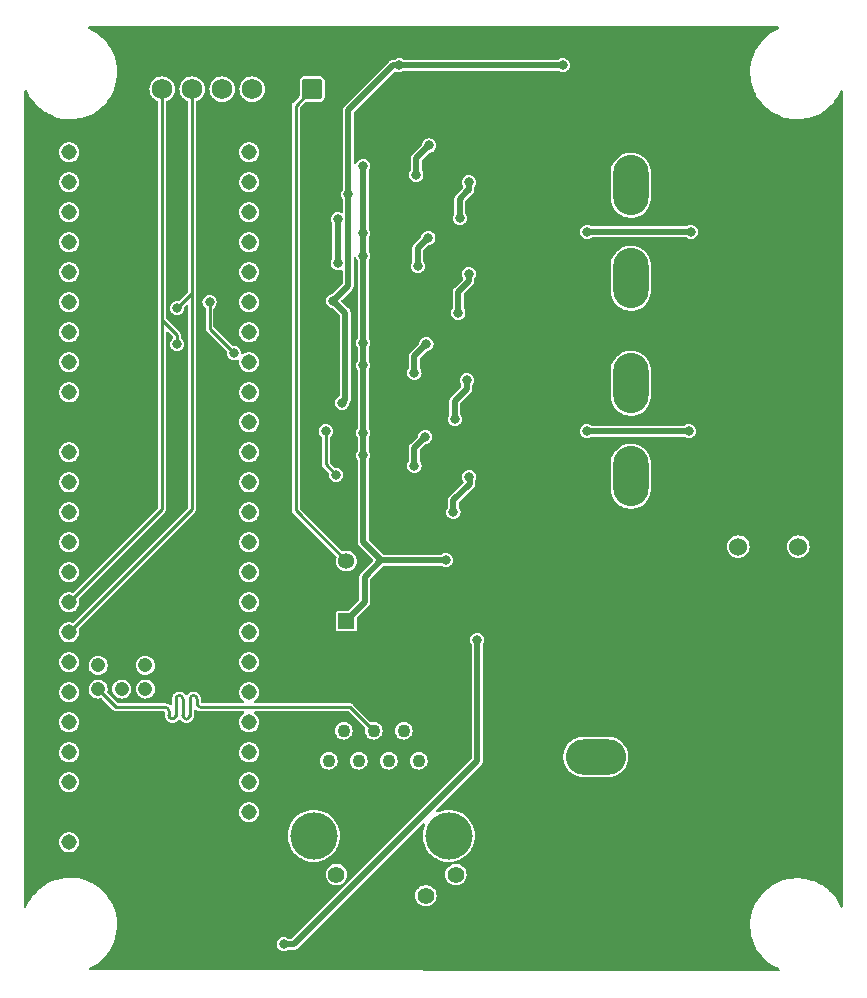
<source format=gbl>
G04 #@! TF.GenerationSoftware,KiCad,Pcbnew,(6.0.7)*
G04 #@! TF.CreationDate,2023-03-21T01:18:23-05:00*
G04 #@! TF.ProjectId,SignalStack_Board,5369676e-616c-4537-9461-636b5f426f61,rev?*
G04 #@! TF.SameCoordinates,Original*
G04 #@! TF.FileFunction,Copper,L2,Bot*
G04 #@! TF.FilePolarity,Positive*
%FSLAX46Y46*%
G04 Gerber Fmt 4.6, Leading zero omitted, Abs format (unit mm)*
G04 Created by KiCad (PCBNEW (6.0.7)) date 2023-03-21 01:18:23*
%MOMM*%
%LPD*%
G01*
G04 APERTURE LIST*
G04 Aperture macros list*
%AMRoundRect*
0 Rectangle with rounded corners*
0 $1 Rounding radius*
0 $2 $3 $4 $5 $6 $7 $8 $9 X,Y pos of 4 corners*
0 Add a 4 corners polygon primitive as box body*
4,1,4,$2,$3,$4,$5,$6,$7,$8,$9,$2,$3,0*
0 Add four circle primitives for the rounded corners*
1,1,$1+$1,$2,$3*
1,1,$1+$1,$4,$5*
1,1,$1+$1,$6,$7*
1,1,$1+$1,$8,$9*
0 Add four rect primitives between the rounded corners*
20,1,$1+$1,$2,$3,$4,$5,0*
20,1,$1+$1,$4,$5,$6,$7,0*
20,1,$1+$1,$6,$7,$8,$9,0*
20,1,$1+$1,$8,$9,$2,$3,0*%
G04 Aperture macros list end*
G04 #@! TA.AperFunction,ComponentPad*
%ADD10RoundRect,0.250000X0.620000X0.620000X-0.620000X0.620000X-0.620000X-0.620000X0.620000X-0.620000X0*%
G04 #@! TD*
G04 #@! TA.AperFunction,ComponentPad*
%ADD11C,1.740000*%
G04 #@! TD*
G04 #@! TA.AperFunction,ComponentPad*
%ADD12C,1.100000*%
G04 #@! TD*
G04 #@! TA.AperFunction,ComponentPad*
%ADD13C,1.400000*%
G04 #@! TD*
G04 #@! TA.AperFunction,ComponentPad*
%ADD14C,4.000000*%
G04 #@! TD*
G04 #@! TA.AperFunction,ComponentPad*
%ADD15C,2.000000*%
G04 #@! TD*
G04 #@! TA.AperFunction,ComponentPad*
%ADD16C,1.308000*%
G04 #@! TD*
G04 #@! TA.AperFunction,ComponentPad*
%ADD17C,1.208000*%
G04 #@! TD*
G04 #@! TA.AperFunction,ComponentPad*
%ADD18R,1.358000X1.358000*%
G04 #@! TD*
G04 #@! TA.AperFunction,ComponentPad*
%ADD19C,1.358000*%
G04 #@! TD*
G04 #@! TA.AperFunction,ComponentPad*
%ADD20C,1.524000*%
G04 #@! TD*
G04 #@! TA.AperFunction,ComponentPad*
%ADD21O,5.100000X3.000000*%
G04 #@! TD*
G04 #@! TA.AperFunction,ComponentPad*
%ADD22O,3.000000X5.100000*%
G04 #@! TD*
G04 #@! TA.AperFunction,ViaPad*
%ADD23C,0.800000*%
G04 #@! TD*
G04 #@! TA.AperFunction,Conductor*
%ADD24C,0.508000*%
G04 #@! TD*
G04 #@! TA.AperFunction,Conductor*
%ADD25C,0.254000*%
G04 #@! TD*
G04 APERTURE END LIST*
D10*
X136906000Y-63488000D03*
D11*
X134366000Y-63488000D03*
X131826000Y-63488000D03*
X129286000Y-63488000D03*
X126746000Y-63488000D03*
X124206000Y-63488000D03*
D12*
X138303000Y-120350000D03*
X139573000Y-117810000D03*
X140843000Y-120350000D03*
X142113000Y-117810000D03*
X143383000Y-120350000D03*
X144653000Y-117810000D03*
X145923000Y-120350000D03*
X147193000Y-117810000D03*
D13*
X136423000Y-131780000D03*
X138963000Y-129990000D03*
X146533000Y-131780000D03*
X149073000Y-129990000D03*
D14*
X137033000Y-126700000D03*
X148463000Y-126700000D03*
D15*
X150623000Y-123650000D03*
X134873000Y-123650000D03*
D16*
X131572000Y-124714000D03*
X131572000Y-122174000D03*
X131572000Y-119634000D03*
X131572000Y-117094000D03*
X131572000Y-91694000D03*
X116332000Y-122174000D03*
X131572000Y-114554000D03*
X131572000Y-112014000D03*
X131572000Y-109474000D03*
X131572000Y-106934000D03*
X131572000Y-104394000D03*
X131572000Y-101854000D03*
X131572000Y-99314000D03*
X131572000Y-96774000D03*
X131572000Y-94234000D03*
X116332000Y-94234000D03*
X116332000Y-96774000D03*
X116332000Y-99314000D03*
X116332000Y-101854000D03*
X116332000Y-104394000D03*
X116332000Y-106934000D03*
X116332000Y-109474000D03*
X116332000Y-112014000D03*
X116332000Y-114554000D03*
X116332000Y-117094000D03*
X116332000Y-119634000D03*
X131572000Y-89154000D03*
X131572000Y-86614000D03*
X131572000Y-84074000D03*
X131572000Y-81534000D03*
X131572000Y-78994000D03*
X131572000Y-76454000D03*
X131572000Y-73914000D03*
X131572000Y-71374000D03*
X131572000Y-68834000D03*
X116332000Y-68834000D03*
X116332000Y-71374000D03*
X116332000Y-73914000D03*
X116332000Y-76454000D03*
X116332000Y-78994000D03*
X116332000Y-81534000D03*
X116332000Y-84074000D03*
X116332000Y-86614000D03*
X116332000Y-89154000D03*
X131572000Y-127254000D03*
X116332000Y-91694000D03*
X116332000Y-124714000D03*
D17*
X120782000Y-112284000D03*
X120782000Y-114284000D03*
X118782000Y-114284000D03*
X118782000Y-112284000D03*
X122782000Y-112284000D03*
X122782000Y-114284000D03*
D16*
X116332000Y-127254000D03*
D18*
X139799000Y-108526500D03*
D19*
X139799000Y-105986500D03*
X139799000Y-103446500D03*
D20*
X172974000Y-102235000D03*
X175514000Y-102235000D03*
X178054000Y-102235000D03*
D21*
X168783000Y-120013100D03*
X160909000Y-120013100D03*
D22*
X163894800Y-88392000D03*
X163894800Y-96266000D03*
X163894800Y-71628000D03*
X163894800Y-79502000D03*
D23*
X141224000Y-69977000D03*
X141224000Y-94488000D03*
X141224000Y-92583000D03*
X141229714Y-77597000D03*
X148209000Y-103378000D03*
X141224000Y-84963000D03*
X141224000Y-86868000D03*
X141224000Y-75692000D03*
X157662800Y-78486000D03*
X157662800Y-79756000D03*
X157494000Y-95377000D03*
X145034000Y-90170000D03*
X157494000Y-88773000D03*
X157662800Y-70612000D03*
X157494000Y-87503000D03*
X145724800Y-73152000D03*
X157494000Y-90043000D03*
X134493000Y-87630000D03*
X157494000Y-96647000D03*
X157494000Y-86233000D03*
X157662800Y-73152000D03*
X145556000Y-97917000D03*
X157494000Y-94107000D03*
X157662800Y-77216000D03*
X157662800Y-71882000D03*
X134493000Y-70739000D03*
X157662800Y-69342000D03*
X137795000Y-113411000D03*
X145724800Y-81026000D03*
X157494000Y-97917000D03*
X157662800Y-81026000D03*
X139954000Y-72390000D03*
X150876000Y-110109000D03*
X134493000Y-135890000D03*
X158115000Y-61468000D03*
X138684000Y-81407000D03*
X139446000Y-90043000D03*
X144272000Y-61468000D03*
X145556000Y-87503000D03*
X146572000Y-85090000D03*
X146804300Y-68262500D03*
X145724800Y-70739000D03*
X146477016Y-92931984D03*
X145556000Y-95377000D03*
X146740800Y-76073000D03*
X145851800Y-78486000D03*
X125476000Y-82042000D03*
X125476000Y-85090000D03*
X168797000Y-92456000D03*
X160161000Y-92456000D03*
X160202800Y-75565000D03*
X168965800Y-75565000D03*
X148985000Y-91440000D03*
X150001000Y-88138000D03*
X150169800Y-71374000D03*
X149407800Y-74422000D03*
X148858000Y-99314000D03*
X150191500Y-96329500D03*
X149280800Y-82423000D03*
X150169800Y-79121000D03*
X128219200Y-81534000D03*
X130302000Y-85852000D03*
X138938000Y-96139000D03*
X138049000Y-92456000D03*
X139080816Y-74509461D03*
X139065000Y-78232000D03*
D24*
X141224000Y-77602714D02*
X141224000Y-84963000D01*
X141224000Y-94488000D02*
X141224000Y-92583000D01*
X141224000Y-94488000D02*
X141224000Y-101854000D01*
X141224000Y-75692000D02*
X141224000Y-69977000D01*
X141224000Y-101854000D02*
X142748000Y-103378000D01*
X142748000Y-103378000D02*
X148209000Y-103378000D01*
X142748000Y-103378000D02*
X141351000Y-104775000D01*
X141224000Y-75692000D02*
X141224000Y-77591286D01*
X141351000Y-104775000D02*
X141351000Y-106934000D01*
X141229714Y-77597000D02*
X141224000Y-77602714D01*
X141224000Y-77591286D02*
X141229714Y-77597000D01*
X139799000Y-108486000D02*
X139799000Y-108526500D01*
X141224000Y-86868000D02*
X141224000Y-84963000D01*
X141224000Y-86868000D02*
X141224000Y-92583000D01*
X141351000Y-106934000D02*
X139799000Y-108486000D01*
X135382000Y-135890000D02*
X150876000Y-120396000D01*
X143764000Y-61468000D02*
X144272000Y-61468000D01*
X150876000Y-120396000D02*
X150876000Y-110109000D01*
X144272000Y-61468000D02*
X158115000Y-61468000D01*
X139954000Y-72390000D02*
X139954000Y-65278000D01*
X134493000Y-135890000D02*
X135382000Y-135890000D01*
X139446000Y-90043000D02*
X139700000Y-89789000D01*
X139954000Y-80137000D02*
X138684000Y-81407000D01*
X139954000Y-65278000D02*
X143764000Y-61468000D01*
X139954000Y-72390000D02*
X139954000Y-80137000D01*
X139700000Y-82423000D02*
X138684000Y-81407000D01*
X139700000Y-89789000D02*
X139700000Y-82423000D01*
X145556000Y-87503000D02*
X145556000Y-86106000D01*
X145556000Y-86106000D02*
X146572000Y-85090000D01*
X145724800Y-70739000D02*
X145724800Y-69342000D01*
X145724800Y-69342000D02*
X146804300Y-68262500D01*
X145556000Y-95377000D02*
X145556000Y-94107000D01*
X145556000Y-94107000D02*
X145556000Y-93853000D01*
X145556000Y-93853000D02*
X146477016Y-92931984D01*
X145851800Y-76962000D02*
X146740800Y-76073000D01*
X145851800Y-77597000D02*
X145851800Y-76962000D01*
X145851800Y-78486000D02*
X145851800Y-77597000D01*
D25*
X135509000Y-99156500D02*
X139799000Y-103446500D01*
X136906000Y-63488000D02*
X135509000Y-64885000D01*
X135509000Y-64885000D02*
X135509000Y-99156500D01*
X126746000Y-80264000D02*
X126746000Y-63488000D01*
X125476000Y-82042000D02*
X126746000Y-80772000D01*
X126746000Y-80772000D02*
X126746000Y-80264000D01*
X116332000Y-109474000D02*
X126746000Y-99060000D01*
X126746000Y-99060000D02*
X126746000Y-80264000D01*
X124206000Y-99060000D02*
X116332000Y-106934000D01*
X124206000Y-83058000D02*
X124206000Y-99060000D01*
X125476000Y-85090000D02*
X125476000Y-84328000D01*
X124206000Y-63488000D02*
X124206000Y-83058000D01*
X125476000Y-84328000D02*
X124206000Y-83058000D01*
D24*
X160161000Y-92456000D02*
X168797000Y-92456000D01*
X160202800Y-75565000D02*
X168965800Y-75565000D01*
X149620000Y-89281000D02*
X148985000Y-89916000D01*
X148985000Y-89916000D02*
X148985000Y-91440000D01*
X150001000Y-88138000D02*
X150001000Y-88900000D01*
X150001000Y-88900000D02*
X149620000Y-89281000D01*
X149407800Y-72771000D02*
X149407800Y-74422000D01*
X150169800Y-72009000D02*
X150042800Y-72136000D01*
X150042800Y-72136000D02*
X149407800Y-72771000D01*
X150169800Y-71374000D02*
X150169800Y-72009000D01*
X150255000Y-96901000D02*
X148858000Y-98298000D01*
X150191500Y-96329500D02*
X150255000Y-96393000D01*
X150255000Y-96393000D02*
X150255000Y-96901000D01*
X148858000Y-98298000D02*
X148858000Y-99314000D01*
X150169800Y-79756000D02*
X149280800Y-80645000D01*
X150169800Y-79121000D02*
X150169800Y-79756000D01*
X149280800Y-80645000D02*
X149280800Y-82423000D01*
D25*
X128219200Y-83769200D02*
X130302000Y-85852000D01*
X128219200Y-81534000D02*
X128219200Y-83769200D01*
X125360000Y-116124000D02*
X125360000Y-115124000D01*
X125960000Y-115824000D02*
X125960000Y-116524000D01*
X125360000Y-116524000D02*
X125360000Y-116124000D01*
X126560000Y-115824000D02*
X126560000Y-115124000D01*
X126560000Y-116524000D02*
X126560000Y-115824000D01*
X127160000Y-115124000D02*
X127160000Y-115524000D01*
X125960000Y-115124000D02*
X125960000Y-115824000D01*
X127902589Y-115824000D02*
X140127000Y-115824000D01*
X127460000Y-115824000D02*
X127902589Y-115824000D01*
X124760000Y-116124000D02*
X124760000Y-116524000D01*
X120322000Y-115824000D02*
X124460000Y-115824000D01*
X118782000Y-114284000D02*
X120322000Y-115824000D01*
X140127000Y-115824000D02*
X142113000Y-117810000D01*
X125960000Y-115124000D02*
G75*
G03*
X125660000Y-114824000I-300000J0D01*
G01*
X125060000Y-116824000D02*
G75*
G02*
X124760000Y-116524000I0J300000D01*
G01*
X125660000Y-114824000D02*
G75*
G03*
X125360000Y-115124000I0J-300000D01*
G01*
X126260000Y-116824000D02*
G75*
G02*
X125960000Y-116524000I0J300000D01*
G01*
X127460000Y-115824000D02*
G75*
G02*
X127160000Y-115524000I0J300000D01*
G01*
X126560000Y-116524000D02*
G75*
G02*
X126260000Y-116824000I-300000J0D01*
G01*
X127160000Y-115124000D02*
G75*
G03*
X126860000Y-114824000I-300000J0D01*
G01*
X126860000Y-114824000D02*
G75*
G03*
X126560000Y-115124000I0J-300000D01*
G01*
X124760000Y-116124000D02*
G75*
G03*
X124460000Y-115824000I-300000J0D01*
G01*
X125360000Y-116524000D02*
G75*
G02*
X125060000Y-116824000I-300000J0D01*
G01*
X138049000Y-95250000D02*
X138049000Y-92456000D01*
X138938000Y-96139000D02*
X138049000Y-95250000D01*
D24*
X139065000Y-74525277D02*
X139080816Y-74509461D01*
X139065000Y-78232000D02*
X139065000Y-74525277D01*
G04 #@! TA.AperFunction,Conductor*
G36*
X176403988Y-58189984D02*
G01*
X176450481Y-58243640D01*
X176460585Y-58313914D01*
X176431091Y-58378494D01*
X176390409Y-58409565D01*
X176073134Y-58561918D01*
X175735249Y-58767759D01*
X175419479Y-59006141D01*
X175417197Y-59008251D01*
X175417188Y-59008258D01*
X175257274Y-59156082D01*
X175128946Y-59274707D01*
X175126874Y-59277045D01*
X175126869Y-59277050D01*
X174868608Y-59568449D01*
X174868603Y-59568455D01*
X174866524Y-59570801D01*
X174634807Y-59891494D01*
X174436087Y-60233616D01*
X174434797Y-60236453D01*
X174434795Y-60236457D01*
X174273720Y-60590723D01*
X174272329Y-60593783D01*
X174145152Y-60968433D01*
X174055814Y-61353863D01*
X174005199Y-61746259D01*
X173993807Y-62141742D01*
X174021750Y-62536402D01*
X174088753Y-62926335D01*
X174194152Y-63307685D01*
X174195282Y-63310605D01*
X174195283Y-63310609D01*
X174325533Y-63647283D01*
X174336906Y-63676681D01*
X174338321Y-63679475D01*
X174338324Y-63679483D01*
X174459912Y-63919665D01*
X174515603Y-64029675D01*
X174517294Y-64032324D01*
X174517295Y-64032326D01*
X174640499Y-64225346D01*
X174728475Y-64363175D01*
X174973418Y-64673883D01*
X174975593Y-64676139D01*
X174975598Y-64676145D01*
X175077756Y-64782117D01*
X175248009Y-64958728D01*
X175250402Y-64960761D01*
X175547139Y-65212858D01*
X175547143Y-65212861D01*
X175549534Y-65214892D01*
X175552114Y-65216675D01*
X175872437Y-65438065D01*
X175872442Y-65438068D01*
X175875009Y-65439842D01*
X175877744Y-65441355D01*
X175877749Y-65441358D01*
X176017114Y-65518450D01*
X176221218Y-65631354D01*
X176224087Y-65632587D01*
X176224098Y-65632592D01*
X176581867Y-65786301D01*
X176584735Y-65787533D01*
X176587712Y-65788474D01*
X176587716Y-65788476D01*
X176716491Y-65829202D01*
X176961967Y-65906836D01*
X176965035Y-65907480D01*
X176965036Y-65907480D01*
X177155575Y-65947459D01*
X177349183Y-65988082D01*
X177352301Y-65988418D01*
X177740102Y-66030205D01*
X177740105Y-66030205D01*
X177742553Y-66030469D01*
X177745016Y-66030540D01*
X177745017Y-66030540D01*
X177748666Y-66030645D01*
X177799871Y-66032120D01*
X178070932Y-66032120D01*
X178072495Y-66032042D01*
X178072503Y-66032042D01*
X178168871Y-66027244D01*
X178366738Y-66017394D01*
X178369823Y-66016930D01*
X178369825Y-66016930D01*
X178754896Y-65959037D01*
X178757989Y-65958572D01*
X178961688Y-65906839D01*
X179138419Y-65861955D01*
X179138422Y-65861954D01*
X179141462Y-65861182D01*
X179144410Y-65860112D01*
X179510429Y-65727254D01*
X179510439Y-65727250D01*
X179513367Y-65726187D01*
X179870026Y-65554922D01*
X180207911Y-65349081D01*
X180388357Y-65212858D01*
X180521187Y-65112582D01*
X180521190Y-65112580D01*
X180523681Y-65110699D01*
X180525968Y-65108585D01*
X180525972Y-65108582D01*
X180811917Y-64844256D01*
X180814214Y-64842133D01*
X180834393Y-64819365D01*
X181074552Y-64548391D01*
X181074557Y-64548385D01*
X181076636Y-64546039D01*
X181082021Y-64538587D01*
X181206986Y-64365636D01*
X181308353Y-64225346D01*
X181507073Y-63883224D01*
X181575755Y-63732167D01*
X181619393Y-63636189D01*
X181665797Y-63582456D01*
X181733884Y-63562340D01*
X181802038Y-63582229D01*
X181848620Y-63635807D01*
X181860094Y-63688334D01*
X181863420Y-132566837D01*
X181863424Y-132655154D01*
X181843425Y-132723276D01*
X181789772Y-132769771D01*
X181719498Y-132779878D01*
X181654916Y-132750388D01*
X181619912Y-132700623D01*
X181607386Y-132668246D01*
X181606254Y-132665319D01*
X181601109Y-132655154D01*
X181428976Y-132315128D01*
X181427557Y-132312325D01*
X181318839Y-132141999D01*
X181216372Y-131981468D01*
X181214685Y-131978825D01*
X180969742Y-131668117D01*
X180967567Y-131665861D01*
X180967562Y-131665855D01*
X180766832Y-131457630D01*
X180695151Y-131383272D01*
X180640284Y-131336659D01*
X180396021Y-131129142D01*
X180396013Y-131129135D01*
X180393626Y-131127108D01*
X180209326Y-130999730D01*
X180070723Y-130903935D01*
X180070714Y-130903930D01*
X180068151Y-130902158D01*
X180065416Y-130900645D01*
X180065411Y-130900642D01*
X179829728Y-130770270D01*
X179721942Y-130710646D01*
X179719073Y-130709413D01*
X179719062Y-130709408D01*
X179361293Y-130555699D01*
X179361290Y-130555698D01*
X179358425Y-130554467D01*
X179355448Y-130553526D01*
X179355444Y-130553524D01*
X179214483Y-130508944D01*
X178981193Y-130435164D01*
X178593977Y-130353918D01*
X178454121Y-130338848D01*
X178203058Y-130311795D01*
X178203055Y-130311795D01*
X178200607Y-130311531D01*
X178198144Y-130311460D01*
X178198143Y-130311460D01*
X178194494Y-130311355D01*
X178143289Y-130309880D01*
X177872228Y-130309880D01*
X177870665Y-130309958D01*
X177870657Y-130309958D01*
X177774289Y-130314756D01*
X177576422Y-130324606D01*
X177573337Y-130325070D01*
X177573335Y-130325070D01*
X177226392Y-130377231D01*
X177185171Y-130383428D01*
X177182136Y-130384199D01*
X177182135Y-130384199D01*
X176804741Y-130480045D01*
X176804738Y-130480046D01*
X176801698Y-130480818D01*
X176798751Y-130481888D01*
X176798750Y-130481888D01*
X176432731Y-130614746D01*
X176432721Y-130614750D01*
X176429793Y-130615813D01*
X176073134Y-130787078D01*
X175735249Y-130992919D01*
X175732739Y-130994814D01*
X175481026Y-131184838D01*
X175419479Y-131231301D01*
X175417197Y-131233411D01*
X175417188Y-131233418D01*
X175305503Y-131336659D01*
X175128946Y-131499867D01*
X175126874Y-131502205D01*
X175126869Y-131502210D01*
X174868608Y-131793609D01*
X174868603Y-131793615D01*
X174866524Y-131795961D01*
X174634807Y-132116654D01*
X174436087Y-132458776D01*
X174434797Y-132461613D01*
X174434795Y-132461617D01*
X174292598Y-132774363D01*
X174272329Y-132818943D01*
X174271327Y-132821896D01*
X174271325Y-132821900D01*
X174263685Y-132844407D01*
X174145152Y-133193593D01*
X174055814Y-133579023D01*
X174005199Y-133971419D01*
X173993807Y-134366902D01*
X174021750Y-134761562D01*
X174088753Y-135151495D01*
X174089585Y-135154504D01*
X174089586Y-135154510D01*
X174136965Y-135325932D01*
X174194152Y-135532845D01*
X174195282Y-135535765D01*
X174195283Y-135535769D01*
X174335493Y-135898188D01*
X174336906Y-135901841D01*
X174338321Y-135904635D01*
X174338324Y-135904643D01*
X174497035Y-136218157D01*
X174515603Y-136254835D01*
X174517294Y-136257484D01*
X174517295Y-136257486D01*
X174589455Y-136370537D01*
X174728475Y-136588335D01*
X174973418Y-136899043D01*
X174975593Y-136901299D01*
X174975598Y-136901305D01*
X175057364Y-136986124D01*
X175248009Y-137183888D01*
X175250402Y-137185921D01*
X175547139Y-137438018D01*
X175547147Y-137438025D01*
X175549534Y-137440052D01*
X175552114Y-137441835D01*
X175872437Y-137663225D01*
X175872446Y-137663230D01*
X175875009Y-137665002D01*
X175877744Y-137666515D01*
X175877749Y-137666518D01*
X176004910Y-137736859D01*
X176221218Y-137856514D01*
X176224087Y-137857747D01*
X176224098Y-137857752D01*
X176396181Y-137931684D01*
X176450874Y-137976952D01*
X176472411Y-138044603D01*
X176453954Y-138113159D01*
X176401363Y-138160853D01*
X176346280Y-138173452D01*
X175007504Y-138171718D01*
X118111235Y-138098019D01*
X118043141Y-138077929D01*
X117996718Y-138024213D01*
X117986705Y-137953926D01*
X118016282Y-137889383D01*
X118056857Y-137858436D01*
X118165914Y-137806067D01*
X118312866Y-137735502D01*
X118650751Y-137529661D01*
X118775193Y-137435717D01*
X118964027Y-137293162D01*
X118964030Y-137293160D01*
X118966521Y-137291279D01*
X118968803Y-137289169D01*
X118968812Y-137289162D01*
X119254757Y-137024836D01*
X119257054Y-137022713D01*
X119259131Y-137020370D01*
X119517392Y-136728971D01*
X119517397Y-136728965D01*
X119519476Y-136726619D01*
X119751193Y-136405926D01*
X119949913Y-136063804D01*
X119961385Y-136038574D01*
X120028937Y-135890000D01*
X133887318Y-135890000D01*
X133907956Y-136046762D01*
X133968464Y-136192841D01*
X134064718Y-136318282D01*
X134071264Y-136323305D01*
X134080922Y-136330716D01*
X134190159Y-136414536D01*
X134336238Y-136475044D01*
X134493000Y-136495682D01*
X134501188Y-136494604D01*
X134641574Y-136476122D01*
X134649762Y-136475044D01*
X134795841Y-136414536D01*
X134853182Y-136370537D01*
X134919403Y-136344937D01*
X134929886Y-136344500D01*
X135347544Y-136344500D01*
X135362354Y-136345373D01*
X135396438Y-136349407D01*
X135405702Y-136347715D01*
X135405705Y-136347715D01*
X135454680Y-136338771D01*
X135458582Y-136338122D01*
X135507836Y-136330716D01*
X135507839Y-136330715D01*
X135517151Y-136329315D01*
X135523718Y-136326162D01*
X135530883Y-136324853D01*
X135583467Y-136297538D01*
X135586957Y-136295795D01*
X135640353Y-136270154D01*
X135645648Y-136265259D01*
X135645787Y-136265166D01*
X135652166Y-136261852D01*
X135657254Y-136257506D01*
X135694836Y-136219924D01*
X135698402Y-136216494D01*
X135716903Y-136199392D01*
X135740712Y-136177383D01*
X135744430Y-136170983D01*
X135750037Y-136164723D01*
X140134760Y-131780000D01*
X145627540Y-131780000D01*
X145647326Y-131968256D01*
X145705821Y-132148284D01*
X145800467Y-132312216D01*
X145804885Y-132317123D01*
X145804886Y-132317124D01*
X145894849Y-132417037D01*
X145927129Y-132452888D01*
X146080270Y-132564151D01*
X146253197Y-132641144D01*
X146351212Y-132661978D01*
X146431897Y-132679128D01*
X146431901Y-132679128D01*
X146438354Y-132680500D01*
X146627646Y-132680500D01*
X146634099Y-132679128D01*
X146634103Y-132679128D01*
X146714788Y-132661978D01*
X146812803Y-132641144D01*
X146985730Y-132564151D01*
X147138871Y-132452888D01*
X147171152Y-132417037D01*
X147261114Y-132317124D01*
X147261115Y-132317123D01*
X147265533Y-132312216D01*
X147360179Y-132148284D01*
X147418674Y-131968256D01*
X147438460Y-131780000D01*
X147422275Y-131626003D01*
X147419364Y-131598307D01*
X147419364Y-131598305D01*
X147418674Y-131591744D01*
X147360179Y-131411716D01*
X147265533Y-131247784D01*
X147212458Y-131188838D01*
X147143286Y-131112015D01*
X147143284Y-131112014D01*
X147138871Y-131107112D01*
X147133532Y-131103233D01*
X146991072Y-130999730D01*
X146991071Y-130999729D01*
X146985730Y-130995849D01*
X146812803Y-130918856D01*
X146714788Y-130898022D01*
X146634103Y-130880872D01*
X146634099Y-130880872D01*
X146627646Y-130879500D01*
X146438354Y-130879500D01*
X146431901Y-130880872D01*
X146431897Y-130880872D01*
X146351212Y-130898022D01*
X146253197Y-130918856D01*
X146080270Y-130995849D01*
X146074929Y-130999729D01*
X146074928Y-130999730D01*
X145932468Y-131103233D01*
X145927129Y-131107112D01*
X145922716Y-131112014D01*
X145922714Y-131112015D01*
X145853542Y-131188838D01*
X145800467Y-131247784D01*
X145705821Y-131411716D01*
X145647326Y-131591744D01*
X145646636Y-131598305D01*
X145646636Y-131598307D01*
X145643725Y-131626003D01*
X145627540Y-131780000D01*
X140134760Y-131780000D01*
X146243053Y-125671707D01*
X146305365Y-125637681D01*
X146376180Y-125642746D01*
X146433016Y-125685293D01*
X146457827Y-125751813D01*
X146445154Y-125816529D01*
X146425641Y-125856098D01*
X146332919Y-126129247D01*
X146332115Y-126133291D01*
X146332113Y-126133297D01*
X146277448Y-126408118D01*
X146276644Y-126412161D01*
X146276375Y-126416272D01*
X146276374Y-126416276D01*
X146259563Y-126672762D01*
X146257778Y-126700000D01*
X146258048Y-126704119D01*
X146271184Y-126904529D01*
X146276644Y-126987839D01*
X146277448Y-126991879D01*
X146277448Y-126991882D01*
X146329587Y-127254000D01*
X146332919Y-127270753D01*
X146334245Y-127274659D01*
X146334246Y-127274663D01*
X146424317Y-127540002D01*
X146425641Y-127543902D01*
X146427462Y-127547595D01*
X146427463Y-127547597D01*
X146531730Y-127759029D01*
X146553222Y-127802611D01*
X146555516Y-127806044D01*
X146610013Y-127887604D01*
X146713480Y-128042454D01*
X146716194Y-128045548D01*
X146716198Y-128045554D01*
X146900964Y-128256238D01*
X146903673Y-128259327D01*
X146906762Y-128262036D01*
X147117446Y-128446802D01*
X147117452Y-128446806D01*
X147120546Y-128449520D01*
X147123972Y-128451809D01*
X147123977Y-128451813D01*
X147303567Y-128571811D01*
X147360389Y-128609778D01*
X147364088Y-128611602D01*
X147364093Y-128611605D01*
X147615403Y-128735537D01*
X147619098Y-128737359D01*
X147622996Y-128738682D01*
X147622998Y-128738683D01*
X147888337Y-128828754D01*
X147888341Y-128828755D01*
X147892247Y-128830081D01*
X147896291Y-128830885D01*
X147896297Y-128830887D01*
X148171118Y-128885552D01*
X148171121Y-128885552D01*
X148175161Y-128886356D01*
X148179272Y-128886625D01*
X148179276Y-128886626D01*
X148458881Y-128904952D01*
X148463000Y-128905222D01*
X148735794Y-128887342D01*
X148805076Y-128902846D01*
X148854979Y-128953346D01*
X148869657Y-129022808D01*
X148844451Y-129089180D01*
X148792108Y-129126410D01*
X148793197Y-129128856D01*
X148620270Y-129205849D01*
X148467129Y-129317112D01*
X148340467Y-129457784D01*
X148245821Y-129621716D01*
X148187326Y-129801744D01*
X148167540Y-129990000D01*
X148187326Y-130178256D01*
X148245821Y-130358284D01*
X148249124Y-130364006D01*
X148249125Y-130364007D01*
X148264469Y-130390584D01*
X148340467Y-130522216D01*
X148344885Y-130527123D01*
X148344886Y-130527124D01*
X148423782Y-130614746D01*
X148467129Y-130662888D01*
X148472468Y-130666767D01*
X148532863Y-130710646D01*
X148620270Y-130774151D01*
X148793197Y-130851144D01*
X148891212Y-130871978D01*
X148971897Y-130889128D01*
X148971901Y-130889128D01*
X148978354Y-130890500D01*
X149167646Y-130890500D01*
X149174099Y-130889128D01*
X149174103Y-130889128D01*
X149254788Y-130871978D01*
X149352803Y-130851144D01*
X149525730Y-130774151D01*
X149613138Y-130710646D01*
X149673532Y-130666767D01*
X149678871Y-130662888D01*
X149722219Y-130614746D01*
X149801114Y-130527124D01*
X149801115Y-130527123D01*
X149805533Y-130522216D01*
X149881531Y-130390584D01*
X149896875Y-130364007D01*
X149896876Y-130364006D01*
X149900179Y-130358284D01*
X149958674Y-130178256D01*
X149978460Y-129990000D01*
X149958674Y-129801744D01*
X149900179Y-129621716D01*
X149805533Y-129457784D01*
X149678871Y-129317112D01*
X149525730Y-129205849D01*
X149352803Y-129128856D01*
X149254788Y-129108022D01*
X149174103Y-129090872D01*
X149174099Y-129090872D01*
X149167646Y-129089500D01*
X149008865Y-129089500D01*
X148940744Y-129069498D01*
X148894251Y-129015842D01*
X148884147Y-128945568D01*
X148913641Y-128880988D01*
X148973367Y-128842604D01*
X148984284Y-128839921D01*
X149029703Y-128830887D01*
X149029709Y-128830885D01*
X149033753Y-128830081D01*
X149037659Y-128828755D01*
X149037663Y-128828754D01*
X149303002Y-128738683D01*
X149303004Y-128738682D01*
X149306902Y-128737359D01*
X149310597Y-128735537D01*
X149561907Y-128611605D01*
X149561912Y-128611602D01*
X149565611Y-128609778D01*
X149622433Y-128571811D01*
X149802023Y-128451813D01*
X149802028Y-128451809D01*
X149805454Y-128449520D01*
X149808548Y-128446806D01*
X149808554Y-128446802D01*
X150019238Y-128262036D01*
X150022327Y-128259327D01*
X150025036Y-128256238D01*
X150209802Y-128045554D01*
X150209806Y-128045548D01*
X150212520Y-128042454D01*
X150315988Y-127887604D01*
X150370484Y-127806044D01*
X150372778Y-127802611D01*
X150394271Y-127759029D01*
X150498537Y-127547597D01*
X150498538Y-127547595D01*
X150500359Y-127543902D01*
X150501683Y-127540002D01*
X150591754Y-127274663D01*
X150591755Y-127274659D01*
X150593081Y-127270753D01*
X150596414Y-127254000D01*
X150648552Y-126991882D01*
X150648552Y-126991879D01*
X150649356Y-126987839D01*
X150654817Y-126904529D01*
X150667952Y-126704119D01*
X150668222Y-126700000D01*
X150666437Y-126672762D01*
X150649626Y-126416276D01*
X150649625Y-126416272D01*
X150649356Y-126412161D01*
X150648552Y-126408118D01*
X150593887Y-126133297D01*
X150593885Y-126133291D01*
X150593081Y-126129247D01*
X150500359Y-125856098D01*
X150480847Y-125816531D01*
X150374605Y-125601093D01*
X150374602Y-125601088D01*
X150372778Y-125597389D01*
X150212520Y-125357546D01*
X150209806Y-125354452D01*
X150209802Y-125354446D01*
X150025036Y-125143762D01*
X150022327Y-125140673D01*
X149940821Y-125069194D01*
X149808554Y-124953198D01*
X149808548Y-124953194D01*
X149805454Y-124950480D01*
X149802028Y-124948191D01*
X149802023Y-124948187D01*
X149569044Y-124792516D01*
X149565611Y-124790222D01*
X149561912Y-124788398D01*
X149561907Y-124788395D01*
X149310597Y-124664463D01*
X149310595Y-124664462D01*
X149306902Y-124662641D01*
X149303002Y-124661317D01*
X149037663Y-124571246D01*
X149037659Y-124571245D01*
X149033753Y-124569919D01*
X149029709Y-124569115D01*
X149029703Y-124569113D01*
X148754882Y-124514448D01*
X148754879Y-124514448D01*
X148750839Y-124513644D01*
X148746728Y-124513375D01*
X148746724Y-124513374D01*
X148467119Y-124495048D01*
X148463000Y-124494778D01*
X148458881Y-124495048D01*
X148179276Y-124513374D01*
X148179272Y-124513375D01*
X148175161Y-124513644D01*
X148171121Y-124514448D01*
X148171118Y-124514448D01*
X147896297Y-124569113D01*
X147896291Y-124569115D01*
X147892247Y-124569919D01*
X147888341Y-124571245D01*
X147888337Y-124571246D01*
X147622998Y-124661317D01*
X147619098Y-124662641D01*
X147579529Y-124682154D01*
X147509589Y-124694344D01*
X147444159Y-124666785D01*
X147404015Y-124608227D01*
X147401903Y-124537262D01*
X147434707Y-124480053D01*
X151173011Y-120741749D01*
X151184100Y-120731894D01*
X151185444Y-120730835D01*
X151211059Y-120710641D01*
X151237202Y-120672815D01*
X151244742Y-120661906D01*
X151247024Y-120658713D01*
X151282209Y-120611076D01*
X151284623Y-120604203D01*
X151288764Y-120598211D01*
X151306629Y-120541722D01*
X151307880Y-120537973D01*
X151307933Y-120537823D01*
X151327493Y-120482126D01*
X151327776Y-120474922D01*
X151327809Y-120474751D01*
X151329975Y-120467903D01*
X151330500Y-120461232D01*
X151330500Y-120408062D01*
X151330597Y-120403116D01*
X151332488Y-120354976D01*
X151332858Y-120345563D01*
X151330961Y-120338408D01*
X151330500Y-120330033D01*
X151330500Y-119923841D01*
X158155833Y-119923841D01*
X158158186Y-120023668D01*
X158161777Y-120176026D01*
X158161929Y-120182490D01*
X158162763Y-120187195D01*
X158201907Y-120408062D01*
X158207078Y-120437242D01*
X158290241Y-120682233D01*
X158409505Y-120911825D01*
X158562125Y-121120736D01*
X158744589Y-121304158D01*
X158748435Y-121306999D01*
X158748440Y-121307003D01*
X158896012Y-121416001D01*
X158952698Y-121457870D01*
X158956928Y-121460096D01*
X158956932Y-121460098D01*
X159177426Y-121576105D01*
X159181663Y-121578334D01*
X159426215Y-121662779D01*
X159680726Y-121709261D01*
X159763519Y-121713600D01*
X162024782Y-121713600D01*
X162027161Y-121713419D01*
X162027162Y-121713419D01*
X162212209Y-121699343D01*
X162212214Y-121699342D01*
X162216976Y-121698980D01*
X162221630Y-121697901D01*
X162221632Y-121697901D01*
X162464351Y-121641642D01*
X162464350Y-121641642D01*
X162469015Y-121640561D01*
X162709318Y-121544690D01*
X162932354Y-121413573D01*
X162936065Y-121410552D01*
X162936069Y-121410549D01*
X163129279Y-121253251D01*
X163132991Y-121250229D01*
X163306613Y-121058415D01*
X163380400Y-120946724D01*
X163446584Y-120846540D01*
X163449222Y-120842547D01*
X163461518Y-120815876D01*
X163555532Y-120611943D01*
X163555533Y-120611940D01*
X163557538Y-120607591D01*
X163629068Y-120358955D01*
X163630796Y-120345563D01*
X163661556Y-120107096D01*
X163662167Y-120102359D01*
X163656829Y-119875880D01*
X163656184Y-119848490D01*
X163656184Y-119848486D01*
X163656071Y-119843710D01*
X163615904Y-119617069D01*
X163611756Y-119593662D01*
X163611755Y-119593658D01*
X163610922Y-119588958D01*
X163527759Y-119343967D01*
X163408495Y-119114375D01*
X163255875Y-118905464D01*
X163237727Y-118887220D01*
X163076786Y-118725435D01*
X163073411Y-118722042D01*
X163069565Y-118719201D01*
X163069560Y-118719197D01*
X162869154Y-118571175D01*
X162869153Y-118571174D01*
X162865302Y-118568330D01*
X162861072Y-118566104D01*
X162861068Y-118566102D01*
X162640574Y-118450095D01*
X162640572Y-118450094D01*
X162636337Y-118447866D01*
X162391785Y-118363421D01*
X162137274Y-118316939D01*
X162054481Y-118312600D01*
X159793218Y-118312600D01*
X159790839Y-118312781D01*
X159790838Y-118312781D01*
X159605791Y-118326857D01*
X159605786Y-118326858D01*
X159601024Y-118327220D01*
X159596370Y-118328299D01*
X159596368Y-118328299D01*
X159448551Y-118362561D01*
X159348985Y-118385639D01*
X159108682Y-118481510D01*
X158885646Y-118612627D01*
X158881935Y-118615648D01*
X158881931Y-118615651D01*
X158747083Y-118725435D01*
X158685009Y-118775971D01*
X158511387Y-118967785D01*
X158508746Y-118971783D01*
X158508745Y-118971784D01*
X158489843Y-119000396D01*
X158368778Y-119183653D01*
X158366777Y-119187993D01*
X158366775Y-119187997D01*
X158296827Y-119339726D01*
X158260462Y-119418609D01*
X158188932Y-119667245D01*
X158188321Y-119671983D01*
X158188320Y-119671987D01*
X158162435Y-119872661D01*
X158155833Y-119923841D01*
X151330500Y-119923841D01*
X151330500Y-110545886D01*
X151350502Y-110477765D01*
X151356537Y-110469182D01*
X151395509Y-110418392D01*
X151400536Y-110411841D01*
X151461044Y-110265762D01*
X151481682Y-110109000D01*
X151461044Y-109952238D01*
X151400536Y-109806159D01*
X151304282Y-109680718D01*
X151178841Y-109584464D01*
X151032762Y-109523956D01*
X150876000Y-109503318D01*
X150719238Y-109523956D01*
X150573159Y-109584464D01*
X150447718Y-109680718D01*
X150351464Y-109806159D01*
X150290956Y-109952238D01*
X150270318Y-110109000D01*
X150290956Y-110265762D01*
X150351464Y-110411841D01*
X150356491Y-110418392D01*
X150395463Y-110469182D01*
X150421063Y-110535403D01*
X150421500Y-110545886D01*
X150421500Y-120155550D01*
X150401498Y-120223671D01*
X150384595Y-120244645D01*
X135230645Y-135398595D01*
X135168333Y-135432621D01*
X135141550Y-135435500D01*
X134929886Y-135435500D01*
X134861765Y-135415498D01*
X134853182Y-135409463D01*
X134802392Y-135370491D01*
X134795841Y-135365464D01*
X134649762Y-135304956D01*
X134493000Y-135284318D01*
X134336238Y-135304956D01*
X134190159Y-135365464D01*
X134064718Y-135461718D01*
X133968464Y-135587159D01*
X133907956Y-135733238D01*
X133887318Y-135890000D01*
X120028937Y-135890000D01*
X120112379Y-135706479D01*
X120112380Y-135706476D01*
X120113671Y-135703637D01*
X120240848Y-135328987D01*
X120330186Y-134943557D01*
X120380801Y-134551161D01*
X120392193Y-134155678D01*
X120364250Y-133761018D01*
X120297247Y-133371085D01*
X120191848Y-132989735D01*
X120135625Y-132844407D01*
X120050229Y-132623672D01*
X120050227Y-132623667D01*
X120049094Y-132620739D01*
X120020448Y-132564151D01*
X119871816Y-132270548D01*
X119870397Y-132267745D01*
X119657525Y-131934245D01*
X119412582Y-131623537D01*
X119410407Y-131621281D01*
X119410402Y-131621275D01*
X119202869Y-131405993D01*
X119137991Y-131338692D01*
X119135419Y-131336507D01*
X118838861Y-131084562D01*
X118838853Y-131084555D01*
X118836466Y-131082528D01*
X118771357Y-131037528D01*
X118513563Y-130859355D01*
X118513554Y-130859350D01*
X118510991Y-130857578D01*
X118508256Y-130856065D01*
X118508251Y-130856062D01*
X118243134Y-130709408D01*
X118164782Y-130666066D01*
X118161913Y-130664833D01*
X118161902Y-130664828D01*
X117804133Y-130511119D01*
X117804130Y-130511118D01*
X117801265Y-130509887D01*
X117798288Y-130508946D01*
X117798284Y-130508944D01*
X117669509Y-130468218D01*
X117424033Y-130390584D01*
X117393603Y-130384199D01*
X117048527Y-130311795D01*
X117036817Y-130309338D01*
X117033699Y-130309002D01*
X116645898Y-130267215D01*
X116645895Y-130267215D01*
X116643447Y-130266951D01*
X116640984Y-130266880D01*
X116640983Y-130266880D01*
X116637334Y-130266775D01*
X116586129Y-130265300D01*
X116315068Y-130265300D01*
X116313505Y-130265378D01*
X116313497Y-130265378D01*
X116217129Y-130270176D01*
X116019262Y-130280026D01*
X116016177Y-130280490D01*
X116016175Y-130280490D01*
X115669232Y-130332651D01*
X115628011Y-130338848D01*
X115624976Y-130339619D01*
X115624975Y-130339619D01*
X115247581Y-130435465D01*
X115247578Y-130435466D01*
X115244538Y-130436238D01*
X115241591Y-130437308D01*
X115241590Y-130437308D01*
X114875571Y-130570166D01*
X114875561Y-130570170D01*
X114872633Y-130571233D01*
X114515974Y-130742498D01*
X114178089Y-130948339D01*
X114053647Y-131042283D01*
X113943647Y-131125325D01*
X113862319Y-131186721D01*
X113860037Y-131188831D01*
X113860028Y-131188838D01*
X113796261Y-131247784D01*
X113571786Y-131455287D01*
X113569714Y-131457625D01*
X113569709Y-131457630D01*
X113311448Y-131749029D01*
X113311443Y-131749035D01*
X113309364Y-131751381D01*
X113077647Y-132072074D01*
X112878927Y-132414196D01*
X112877637Y-132417033D01*
X112877635Y-132417037D01*
X112716899Y-132770558D01*
X112670495Y-132824291D01*
X112602408Y-132844407D01*
X112534254Y-132824518D01*
X112487672Y-132770940D01*
X112476198Y-132718318D01*
X112478122Y-129990000D01*
X138057540Y-129990000D01*
X138077326Y-130178256D01*
X138135821Y-130358284D01*
X138139124Y-130364006D01*
X138139125Y-130364007D01*
X138154469Y-130390584D01*
X138230467Y-130522216D01*
X138234885Y-130527123D01*
X138234886Y-130527124D01*
X138313782Y-130614746D01*
X138357129Y-130662888D01*
X138362468Y-130666767D01*
X138422863Y-130710646D01*
X138510270Y-130774151D01*
X138683197Y-130851144D01*
X138781212Y-130871978D01*
X138861897Y-130889128D01*
X138861901Y-130889128D01*
X138868354Y-130890500D01*
X139057646Y-130890500D01*
X139064099Y-130889128D01*
X139064103Y-130889128D01*
X139144788Y-130871978D01*
X139242803Y-130851144D01*
X139415730Y-130774151D01*
X139503138Y-130710646D01*
X139563532Y-130666767D01*
X139568871Y-130662888D01*
X139612219Y-130614746D01*
X139691114Y-130527124D01*
X139691115Y-130527123D01*
X139695533Y-130522216D01*
X139771531Y-130390584D01*
X139786875Y-130364007D01*
X139786876Y-130364006D01*
X139790179Y-130358284D01*
X139848674Y-130178256D01*
X139868460Y-129990000D01*
X139848674Y-129801744D01*
X139790179Y-129621716D01*
X139695533Y-129457784D01*
X139568871Y-129317112D01*
X139415730Y-129205849D01*
X139242803Y-129128856D01*
X139144788Y-129108022D01*
X139064103Y-129090872D01*
X139064099Y-129090872D01*
X139057646Y-129089500D01*
X138868354Y-129089500D01*
X138861901Y-129090872D01*
X138861897Y-129090872D01*
X138781212Y-129108022D01*
X138683197Y-129128856D01*
X138510270Y-129205849D01*
X138357129Y-129317112D01*
X138230467Y-129457784D01*
X138135821Y-129621716D01*
X138077326Y-129801744D01*
X138057540Y-129990000D01*
X112478122Y-129990000D01*
X112480046Y-127260565D01*
X112480051Y-127254000D01*
X115472793Y-127254000D01*
X115491569Y-127432639D01*
X115493609Y-127438917D01*
X115493609Y-127438918D01*
X115528921Y-127547597D01*
X115547075Y-127603471D01*
X115636887Y-127759029D01*
X115757078Y-127892515D01*
X115902396Y-127998095D01*
X115908424Y-128000779D01*
X115908426Y-128000780D01*
X115994322Y-128039023D01*
X116066490Y-128071154D01*
X116154339Y-128089827D01*
X116235731Y-128107128D01*
X116235736Y-128107128D01*
X116242188Y-128108500D01*
X116421812Y-128108500D01*
X116428264Y-128107128D01*
X116428269Y-128107128D01*
X116509661Y-128089827D01*
X116597510Y-128071154D01*
X116669678Y-128039023D01*
X116755574Y-128000780D01*
X116755576Y-128000779D01*
X116761604Y-127998095D01*
X116906922Y-127892515D01*
X117027113Y-127759029D01*
X117116925Y-127603471D01*
X117135080Y-127547597D01*
X117170391Y-127438918D01*
X117170391Y-127438917D01*
X117172431Y-127432639D01*
X117191207Y-127254000D01*
X117172431Y-127075361D01*
X117170391Y-127069082D01*
X117118967Y-126910813D01*
X117118966Y-126910811D01*
X117116925Y-126904529D01*
X117027113Y-126748971D01*
X116983020Y-126700000D01*
X134827778Y-126700000D01*
X134828048Y-126704119D01*
X134841184Y-126904529D01*
X134846644Y-126987839D01*
X134847448Y-126991879D01*
X134847448Y-126991882D01*
X134899587Y-127254000D01*
X134902919Y-127270753D01*
X134904245Y-127274659D01*
X134904246Y-127274663D01*
X134994317Y-127540002D01*
X134995641Y-127543902D01*
X134997462Y-127547595D01*
X134997463Y-127547597D01*
X135101730Y-127759029D01*
X135123222Y-127802611D01*
X135125516Y-127806044D01*
X135180013Y-127887604D01*
X135283480Y-128042454D01*
X135286194Y-128045548D01*
X135286198Y-128045554D01*
X135470964Y-128256238D01*
X135473673Y-128259327D01*
X135476762Y-128262036D01*
X135687446Y-128446802D01*
X135687452Y-128446806D01*
X135690546Y-128449520D01*
X135693972Y-128451809D01*
X135693977Y-128451813D01*
X135873567Y-128571811D01*
X135930389Y-128609778D01*
X135934088Y-128611602D01*
X135934093Y-128611605D01*
X136185403Y-128735537D01*
X136189098Y-128737359D01*
X136192996Y-128738682D01*
X136192998Y-128738683D01*
X136458337Y-128828754D01*
X136458341Y-128828755D01*
X136462247Y-128830081D01*
X136466291Y-128830885D01*
X136466297Y-128830887D01*
X136741118Y-128885552D01*
X136741121Y-128885552D01*
X136745161Y-128886356D01*
X136749272Y-128886625D01*
X136749276Y-128886626D01*
X137028881Y-128904952D01*
X137033000Y-128905222D01*
X137037119Y-128904952D01*
X137316724Y-128886626D01*
X137316728Y-128886625D01*
X137320839Y-128886356D01*
X137324879Y-128885552D01*
X137324882Y-128885552D01*
X137599703Y-128830887D01*
X137599709Y-128830885D01*
X137603753Y-128830081D01*
X137607659Y-128828755D01*
X137607663Y-128828754D01*
X137873002Y-128738683D01*
X137873004Y-128738682D01*
X137876902Y-128737359D01*
X137880597Y-128735537D01*
X138131907Y-128611605D01*
X138131912Y-128611602D01*
X138135611Y-128609778D01*
X138192433Y-128571811D01*
X138372023Y-128451813D01*
X138372028Y-128451809D01*
X138375454Y-128449520D01*
X138378548Y-128446806D01*
X138378554Y-128446802D01*
X138589238Y-128262036D01*
X138592327Y-128259327D01*
X138595036Y-128256238D01*
X138779802Y-128045554D01*
X138779806Y-128045548D01*
X138782520Y-128042454D01*
X138885988Y-127887604D01*
X138940484Y-127806044D01*
X138942778Y-127802611D01*
X138964271Y-127759029D01*
X139068537Y-127547597D01*
X139068538Y-127547595D01*
X139070359Y-127543902D01*
X139071683Y-127540002D01*
X139161754Y-127274663D01*
X139161755Y-127274659D01*
X139163081Y-127270753D01*
X139166414Y-127254000D01*
X139218552Y-126991882D01*
X139218552Y-126991879D01*
X139219356Y-126987839D01*
X139224817Y-126904529D01*
X139237952Y-126704119D01*
X139238222Y-126700000D01*
X139236437Y-126672762D01*
X139219626Y-126416276D01*
X139219625Y-126416272D01*
X139219356Y-126412161D01*
X139218552Y-126408118D01*
X139163887Y-126133297D01*
X139163885Y-126133291D01*
X139163081Y-126129247D01*
X139070359Y-125856098D01*
X139050847Y-125816531D01*
X138944605Y-125601093D01*
X138944602Y-125601088D01*
X138942778Y-125597389D01*
X138782520Y-125357546D01*
X138779806Y-125354452D01*
X138779802Y-125354446D01*
X138595036Y-125143762D01*
X138592327Y-125140673D01*
X138510821Y-125069194D01*
X138378554Y-124953198D01*
X138378548Y-124953194D01*
X138375454Y-124950480D01*
X138372028Y-124948191D01*
X138372023Y-124948187D01*
X138139044Y-124792516D01*
X138135611Y-124790222D01*
X138131912Y-124788398D01*
X138131907Y-124788395D01*
X137880597Y-124664463D01*
X137880595Y-124664462D01*
X137876902Y-124662641D01*
X137873002Y-124661317D01*
X137607663Y-124571246D01*
X137607659Y-124571245D01*
X137603753Y-124569919D01*
X137599709Y-124569115D01*
X137599703Y-124569113D01*
X137324882Y-124514448D01*
X137324879Y-124514448D01*
X137320839Y-124513644D01*
X137316728Y-124513375D01*
X137316724Y-124513374D01*
X137037119Y-124495048D01*
X137033000Y-124494778D01*
X137028881Y-124495048D01*
X136749276Y-124513374D01*
X136749272Y-124513375D01*
X136745161Y-124513644D01*
X136741121Y-124514448D01*
X136741118Y-124514448D01*
X136466297Y-124569113D01*
X136466291Y-124569115D01*
X136462247Y-124569919D01*
X136458341Y-124571245D01*
X136458337Y-124571246D01*
X136192998Y-124661317D01*
X136189098Y-124662641D01*
X136185405Y-124664462D01*
X136185403Y-124664463D01*
X135934093Y-124788395D01*
X135934088Y-124788398D01*
X135930389Y-124790222D01*
X135926956Y-124792516D01*
X135693977Y-124948187D01*
X135693972Y-124948191D01*
X135690546Y-124950480D01*
X135687452Y-124953194D01*
X135687446Y-124953198D01*
X135555179Y-125069194D01*
X135473673Y-125140673D01*
X135470964Y-125143762D01*
X135286198Y-125354446D01*
X135286194Y-125354452D01*
X135283480Y-125357546D01*
X135123222Y-125597389D01*
X135121398Y-125601088D01*
X135121395Y-125601093D01*
X135015153Y-125816531D01*
X134995641Y-125856098D01*
X134902919Y-126129247D01*
X134902115Y-126133291D01*
X134902113Y-126133297D01*
X134847448Y-126408118D01*
X134846644Y-126412161D01*
X134846375Y-126416272D01*
X134846374Y-126416276D01*
X134829563Y-126672762D01*
X134827778Y-126700000D01*
X116983020Y-126700000D01*
X116911344Y-126620396D01*
X116911343Y-126620395D01*
X116906922Y-126615485D01*
X116761604Y-126509905D01*
X116755576Y-126507221D01*
X116755574Y-126507220D01*
X116603541Y-126439531D01*
X116603540Y-126439531D01*
X116597510Y-126436846D01*
X116509661Y-126418173D01*
X116428269Y-126400872D01*
X116428264Y-126400872D01*
X116421812Y-126399500D01*
X116242188Y-126399500D01*
X116235736Y-126400872D01*
X116235731Y-126400872D01*
X116154339Y-126418173D01*
X116066490Y-126436846D01*
X116060460Y-126439531D01*
X116060459Y-126439531D01*
X115908427Y-126507220D01*
X115908425Y-126507221D01*
X115902397Y-126509905D01*
X115897056Y-126513785D01*
X115897055Y-126513786D01*
X115762422Y-126611602D01*
X115762420Y-126611604D01*
X115757078Y-126615485D01*
X115752657Y-126620395D01*
X115752656Y-126620396D01*
X115680981Y-126700000D01*
X115636887Y-126748971D01*
X115547075Y-126904529D01*
X115545034Y-126910811D01*
X115545033Y-126910813D01*
X115493609Y-127069082D01*
X115491569Y-127075361D01*
X115472793Y-127254000D01*
X112480051Y-127254000D01*
X112481842Y-124714000D01*
X130712793Y-124714000D01*
X130731569Y-124892639D01*
X130733609Y-124898917D01*
X130733609Y-124898918D01*
X130751246Y-124953198D01*
X130787075Y-125063471D01*
X130876887Y-125219029D01*
X130997078Y-125352515D01*
X131002420Y-125356396D01*
X131002422Y-125356398D01*
X131137054Y-125454214D01*
X131142396Y-125458095D01*
X131148424Y-125460779D01*
X131148426Y-125460780D01*
X131300459Y-125528469D01*
X131306490Y-125531154D01*
X131394339Y-125549827D01*
X131475731Y-125567128D01*
X131475736Y-125567128D01*
X131482188Y-125568500D01*
X131661812Y-125568500D01*
X131668264Y-125567128D01*
X131668269Y-125567128D01*
X131749661Y-125549827D01*
X131837510Y-125531154D01*
X131843541Y-125528469D01*
X131995574Y-125460780D01*
X131995576Y-125460779D01*
X132001604Y-125458095D01*
X132006946Y-125454214D01*
X132141578Y-125356398D01*
X132141580Y-125356396D01*
X132146922Y-125352515D01*
X132267113Y-125219029D01*
X132356925Y-125063471D01*
X132392755Y-124953198D01*
X132410391Y-124898918D01*
X132410391Y-124898917D01*
X132412431Y-124892639D01*
X132431207Y-124714000D01*
X132412431Y-124535361D01*
X132356925Y-124364529D01*
X132267113Y-124208971D01*
X132146922Y-124075485D01*
X132001604Y-123969905D01*
X131995576Y-123967221D01*
X131995574Y-123967220D01*
X131843541Y-123899531D01*
X131843540Y-123899531D01*
X131837510Y-123896846D01*
X131749661Y-123878173D01*
X131668269Y-123860872D01*
X131668264Y-123860872D01*
X131661812Y-123859500D01*
X131482188Y-123859500D01*
X131475736Y-123860872D01*
X131475731Y-123860872D01*
X131394339Y-123878173D01*
X131306490Y-123896846D01*
X131300460Y-123899531D01*
X131300459Y-123899531D01*
X131148427Y-123967220D01*
X131148425Y-123967221D01*
X131142397Y-123969905D01*
X131137056Y-123973785D01*
X131137055Y-123973786D01*
X131002422Y-124071602D01*
X131002420Y-124071604D01*
X130997078Y-124075485D01*
X130876887Y-124208971D01*
X130787075Y-124364529D01*
X130731569Y-124535361D01*
X130712793Y-124714000D01*
X112481842Y-124714000D01*
X112483632Y-122174000D01*
X115472793Y-122174000D01*
X115491569Y-122352639D01*
X115547075Y-122523471D01*
X115636887Y-122679029D01*
X115757078Y-122812515D01*
X115902396Y-122918095D01*
X115908424Y-122920779D01*
X115908426Y-122920780D01*
X116060459Y-122988469D01*
X116066490Y-122991154D01*
X116154339Y-123009827D01*
X116235731Y-123027128D01*
X116235736Y-123027128D01*
X116242188Y-123028500D01*
X116421812Y-123028500D01*
X116428264Y-123027128D01*
X116428269Y-123027128D01*
X116509661Y-123009827D01*
X116597510Y-122991154D01*
X116603541Y-122988469D01*
X116755574Y-122920780D01*
X116755576Y-122920779D01*
X116761604Y-122918095D01*
X116906922Y-122812515D01*
X117027113Y-122679029D01*
X117116925Y-122523471D01*
X117172431Y-122352639D01*
X117191207Y-122174000D01*
X130712793Y-122174000D01*
X130731569Y-122352639D01*
X130787075Y-122523471D01*
X130876887Y-122679029D01*
X130997078Y-122812515D01*
X131142396Y-122918095D01*
X131148424Y-122920779D01*
X131148426Y-122920780D01*
X131300459Y-122988469D01*
X131306490Y-122991154D01*
X131394339Y-123009827D01*
X131475731Y-123027128D01*
X131475736Y-123027128D01*
X131482188Y-123028500D01*
X131661812Y-123028500D01*
X131668264Y-123027128D01*
X131668269Y-123027128D01*
X131749661Y-123009827D01*
X131837510Y-122991154D01*
X131843541Y-122988469D01*
X131995574Y-122920780D01*
X131995576Y-122920779D01*
X132001604Y-122918095D01*
X132146922Y-122812515D01*
X132267113Y-122679029D01*
X132356925Y-122523471D01*
X132412431Y-122352639D01*
X132431207Y-122174000D01*
X132412431Y-121995361D01*
X132356925Y-121824529D01*
X132267113Y-121668971D01*
X132260130Y-121661215D01*
X132151344Y-121540396D01*
X132151343Y-121540395D01*
X132146922Y-121535485D01*
X132040095Y-121457870D01*
X132006946Y-121433786D01*
X132006945Y-121433785D01*
X132001604Y-121429905D01*
X131995576Y-121427221D01*
X131995574Y-121427220D01*
X131843541Y-121359531D01*
X131843540Y-121359531D01*
X131837510Y-121356846D01*
X131749661Y-121338173D01*
X131668269Y-121320872D01*
X131668264Y-121320872D01*
X131661812Y-121319500D01*
X131482188Y-121319500D01*
X131475736Y-121320872D01*
X131475731Y-121320872D01*
X131394339Y-121338173D01*
X131306490Y-121356846D01*
X131300460Y-121359531D01*
X131300459Y-121359531D01*
X131148427Y-121427220D01*
X131148425Y-121427221D01*
X131142397Y-121429905D01*
X131137056Y-121433785D01*
X131137055Y-121433786D01*
X131002422Y-121531602D01*
X131002420Y-121531604D01*
X130997078Y-121535485D01*
X130992657Y-121540395D01*
X130992656Y-121540396D01*
X130883871Y-121661215D01*
X130876887Y-121668971D01*
X130787075Y-121824529D01*
X130731569Y-121995361D01*
X130712793Y-122174000D01*
X117191207Y-122174000D01*
X117172431Y-121995361D01*
X117116925Y-121824529D01*
X117027113Y-121668971D01*
X117020130Y-121661215D01*
X116911344Y-121540396D01*
X116911343Y-121540395D01*
X116906922Y-121535485D01*
X116800095Y-121457870D01*
X116766946Y-121433786D01*
X116766945Y-121433785D01*
X116761604Y-121429905D01*
X116755576Y-121427221D01*
X116755574Y-121427220D01*
X116603541Y-121359531D01*
X116603540Y-121359531D01*
X116597510Y-121356846D01*
X116509661Y-121338173D01*
X116428269Y-121320872D01*
X116428264Y-121320872D01*
X116421812Y-121319500D01*
X116242188Y-121319500D01*
X116235736Y-121320872D01*
X116235731Y-121320872D01*
X116154339Y-121338173D01*
X116066490Y-121356846D01*
X116060460Y-121359531D01*
X116060459Y-121359531D01*
X115908427Y-121427220D01*
X115908425Y-121427221D01*
X115902397Y-121429905D01*
X115897056Y-121433785D01*
X115897055Y-121433786D01*
X115762422Y-121531602D01*
X115762420Y-121531604D01*
X115757078Y-121535485D01*
X115752657Y-121540395D01*
X115752656Y-121540396D01*
X115643871Y-121661215D01*
X115636887Y-121668971D01*
X115547075Y-121824529D01*
X115491569Y-121995361D01*
X115472793Y-122174000D01*
X112483632Y-122174000D01*
X112485422Y-119634000D01*
X115472793Y-119634000D01*
X115491569Y-119812639D01*
X115493609Y-119818917D01*
X115493609Y-119818918D01*
X115503218Y-119848490D01*
X115547075Y-119983471D01*
X115550378Y-119989193D01*
X115550379Y-119989194D01*
X115570283Y-120023668D01*
X115636887Y-120139029D01*
X115641305Y-120143936D01*
X115641306Y-120143937D01*
X115660979Y-120165786D01*
X115757078Y-120272515D01*
X115762420Y-120276396D01*
X115762422Y-120276398D01*
X115897054Y-120374214D01*
X115902396Y-120378095D01*
X115908424Y-120380779D01*
X115908426Y-120380780D01*
X116035243Y-120437242D01*
X116066490Y-120451154D01*
X116154339Y-120469827D01*
X116235731Y-120487128D01*
X116235736Y-120487128D01*
X116242188Y-120488500D01*
X116421812Y-120488500D01*
X116428264Y-120487128D01*
X116428269Y-120487128D01*
X116509661Y-120469827D01*
X116597510Y-120451154D01*
X116628757Y-120437242D01*
X116755574Y-120380780D01*
X116755576Y-120380779D01*
X116761604Y-120378095D01*
X116766946Y-120374214D01*
X116901578Y-120276398D01*
X116901580Y-120276396D01*
X116906922Y-120272515D01*
X117003021Y-120165786D01*
X117022694Y-120143937D01*
X117022695Y-120143936D01*
X117027113Y-120139029D01*
X117093717Y-120023668D01*
X117113621Y-119989194D01*
X117113622Y-119989193D01*
X117116925Y-119983471D01*
X117160783Y-119848490D01*
X117170391Y-119818918D01*
X117170391Y-119818917D01*
X117172431Y-119812639D01*
X117191207Y-119634000D01*
X130712793Y-119634000D01*
X130731569Y-119812639D01*
X130733609Y-119818917D01*
X130733609Y-119818918D01*
X130743218Y-119848490D01*
X130787075Y-119983471D01*
X130790378Y-119989193D01*
X130790379Y-119989194D01*
X130810283Y-120023668D01*
X130876887Y-120139029D01*
X130881305Y-120143936D01*
X130881306Y-120143937D01*
X130900979Y-120165786D01*
X130997078Y-120272515D01*
X131002420Y-120276396D01*
X131002422Y-120276398D01*
X131137054Y-120374214D01*
X131142396Y-120378095D01*
X131148424Y-120380779D01*
X131148426Y-120380780D01*
X131275243Y-120437242D01*
X131306490Y-120451154D01*
X131394339Y-120469827D01*
X131475731Y-120487128D01*
X131475736Y-120487128D01*
X131482188Y-120488500D01*
X131661812Y-120488500D01*
X131668264Y-120487128D01*
X131668269Y-120487128D01*
X131749661Y-120469827D01*
X131837510Y-120451154D01*
X131868757Y-120437242D01*
X131995574Y-120380780D01*
X131995576Y-120380779D01*
X132001604Y-120378095D01*
X132006946Y-120374214D01*
X132054788Y-120339455D01*
X137547825Y-120339455D01*
X137548512Y-120346462D01*
X137548512Y-120346465D01*
X137551877Y-120380780D01*
X137564255Y-120507025D01*
X137617402Y-120666791D01*
X137621049Y-120672813D01*
X137621050Y-120672815D01*
X137656830Y-120731894D01*
X137704624Y-120810812D01*
X137709513Y-120815875D01*
X137709514Y-120815876D01*
X137735270Y-120842547D01*
X137821586Y-120931929D01*
X137827483Y-120935788D01*
X137956577Y-121020266D01*
X137956581Y-121020268D01*
X137962475Y-121024125D01*
X138120289Y-121082815D01*
X138127270Y-121083746D01*
X138127272Y-121083747D01*
X138172812Y-121089823D01*
X138287183Y-121105083D01*
X138294194Y-121104445D01*
X138294198Y-121104445D01*
X138447843Y-121090462D01*
X138454864Y-121089823D01*
X138461566Y-121087645D01*
X138461568Y-121087645D01*
X138608298Y-121039970D01*
X138608301Y-121039969D01*
X138614997Y-121037793D01*
X138759623Y-120951578D01*
X138764717Y-120946727D01*
X138764721Y-120946724D01*
X138876454Y-120840322D01*
X138876455Y-120840320D01*
X138881554Y-120835465D01*
X138897934Y-120810812D01*
X138970836Y-120701085D01*
X138974731Y-120695223D01*
X138978055Y-120686474D01*
X139008019Y-120607591D01*
X139034521Y-120537823D01*
X139049318Y-120432538D01*
X139057404Y-120375010D01*
X139057404Y-120375006D01*
X139057955Y-120371088D01*
X139058249Y-120350000D01*
X139057066Y-120339455D01*
X140087825Y-120339455D01*
X140088512Y-120346462D01*
X140088512Y-120346465D01*
X140091877Y-120380780D01*
X140104255Y-120507025D01*
X140157402Y-120666791D01*
X140161049Y-120672813D01*
X140161050Y-120672815D01*
X140196830Y-120731894D01*
X140244624Y-120810812D01*
X140249513Y-120815875D01*
X140249514Y-120815876D01*
X140275270Y-120842547D01*
X140361586Y-120931929D01*
X140367483Y-120935788D01*
X140496577Y-121020266D01*
X140496581Y-121020268D01*
X140502475Y-121024125D01*
X140660289Y-121082815D01*
X140667270Y-121083746D01*
X140667272Y-121083747D01*
X140712812Y-121089823D01*
X140827183Y-121105083D01*
X140834194Y-121104445D01*
X140834198Y-121104445D01*
X140987843Y-121090462D01*
X140994864Y-121089823D01*
X141001566Y-121087645D01*
X141001568Y-121087645D01*
X141148298Y-121039970D01*
X141148301Y-121039969D01*
X141154997Y-121037793D01*
X141299623Y-120951578D01*
X141304717Y-120946727D01*
X141304721Y-120946724D01*
X141416454Y-120840322D01*
X141416455Y-120840320D01*
X141421554Y-120835465D01*
X141437934Y-120810812D01*
X141510836Y-120701085D01*
X141514731Y-120695223D01*
X141518055Y-120686474D01*
X141548019Y-120607591D01*
X141574521Y-120537823D01*
X141589318Y-120432538D01*
X141597404Y-120375010D01*
X141597404Y-120375006D01*
X141597955Y-120371088D01*
X141598249Y-120350000D01*
X141597066Y-120339455D01*
X142627825Y-120339455D01*
X142628512Y-120346462D01*
X142628512Y-120346465D01*
X142631877Y-120380780D01*
X142644255Y-120507025D01*
X142697402Y-120666791D01*
X142701049Y-120672813D01*
X142701050Y-120672815D01*
X142736830Y-120731894D01*
X142784624Y-120810812D01*
X142789513Y-120815875D01*
X142789514Y-120815876D01*
X142815270Y-120842547D01*
X142901586Y-120931929D01*
X142907483Y-120935788D01*
X143036577Y-121020266D01*
X143036581Y-121020268D01*
X143042475Y-121024125D01*
X143200289Y-121082815D01*
X143207270Y-121083746D01*
X143207272Y-121083747D01*
X143252812Y-121089823D01*
X143367183Y-121105083D01*
X143374194Y-121104445D01*
X143374198Y-121104445D01*
X143527843Y-121090462D01*
X143534864Y-121089823D01*
X143541566Y-121087645D01*
X143541568Y-121087645D01*
X143688298Y-121039970D01*
X143688301Y-121039969D01*
X143694997Y-121037793D01*
X143839623Y-120951578D01*
X143844717Y-120946727D01*
X143844721Y-120946724D01*
X143956454Y-120840322D01*
X143956455Y-120840320D01*
X143961554Y-120835465D01*
X143977934Y-120810812D01*
X144050836Y-120701085D01*
X144054731Y-120695223D01*
X144058055Y-120686474D01*
X144088019Y-120607591D01*
X144114521Y-120537823D01*
X144129318Y-120432538D01*
X144137404Y-120375010D01*
X144137404Y-120375006D01*
X144137955Y-120371088D01*
X144138249Y-120350000D01*
X144137066Y-120339455D01*
X145167825Y-120339455D01*
X145168512Y-120346462D01*
X145168512Y-120346465D01*
X145171877Y-120380780D01*
X145184255Y-120507025D01*
X145237402Y-120666791D01*
X145241049Y-120672813D01*
X145241050Y-120672815D01*
X145276830Y-120731894D01*
X145324624Y-120810812D01*
X145329513Y-120815875D01*
X145329514Y-120815876D01*
X145355270Y-120842547D01*
X145441586Y-120931929D01*
X145447483Y-120935788D01*
X145576577Y-121020266D01*
X145576581Y-121020268D01*
X145582475Y-121024125D01*
X145740289Y-121082815D01*
X145747270Y-121083746D01*
X145747272Y-121083747D01*
X145792812Y-121089823D01*
X145907183Y-121105083D01*
X145914194Y-121104445D01*
X145914198Y-121104445D01*
X146067843Y-121090462D01*
X146074864Y-121089823D01*
X146081566Y-121087645D01*
X146081568Y-121087645D01*
X146228298Y-121039970D01*
X146228301Y-121039969D01*
X146234997Y-121037793D01*
X146379623Y-120951578D01*
X146384717Y-120946727D01*
X146384721Y-120946724D01*
X146496454Y-120840322D01*
X146496455Y-120840320D01*
X146501554Y-120835465D01*
X146517934Y-120810812D01*
X146590836Y-120701085D01*
X146594731Y-120695223D01*
X146598055Y-120686474D01*
X146628019Y-120607591D01*
X146654521Y-120537823D01*
X146669318Y-120432538D01*
X146677404Y-120375010D01*
X146677404Y-120375006D01*
X146677955Y-120371088D01*
X146678249Y-120350000D01*
X146676009Y-120330033D01*
X146660266Y-120189672D01*
X146660265Y-120189669D01*
X146659481Y-120182676D01*
X146604108Y-120023668D01*
X146514884Y-119880879D01*
X146506723Y-119872661D01*
X146401205Y-119766403D01*
X146401201Y-119766400D01*
X146396242Y-119761406D01*
X146254079Y-119671187D01*
X146095462Y-119614706D01*
X146088474Y-119613873D01*
X146088471Y-119613872D01*
X145995300Y-119602762D01*
X145928273Y-119594769D01*
X145921270Y-119595505D01*
X145921269Y-119595505D01*
X145875712Y-119600293D01*
X145760821Y-119612369D01*
X145754155Y-119614638D01*
X145754152Y-119614639D01*
X145608098Y-119664360D01*
X145608095Y-119664361D01*
X145601431Y-119666630D01*
X145595436Y-119670318D01*
X145595432Y-119670320D01*
X145464021Y-119751165D01*
X145464019Y-119751167D01*
X145458022Y-119754856D01*
X145446231Y-119766403D01*
X145362407Y-119848490D01*
X145337724Y-119872661D01*
X145246515Y-120014190D01*
X145188927Y-120172409D01*
X145167825Y-120339455D01*
X144137066Y-120339455D01*
X144136009Y-120330033D01*
X144120266Y-120189672D01*
X144120265Y-120189669D01*
X144119481Y-120182676D01*
X144064108Y-120023668D01*
X143974884Y-119880879D01*
X143966723Y-119872661D01*
X143861205Y-119766403D01*
X143861201Y-119766400D01*
X143856242Y-119761406D01*
X143714079Y-119671187D01*
X143555462Y-119614706D01*
X143548474Y-119613873D01*
X143548471Y-119613872D01*
X143455300Y-119602762D01*
X143388273Y-119594769D01*
X143381270Y-119595505D01*
X143381269Y-119595505D01*
X143335712Y-119600293D01*
X143220821Y-119612369D01*
X143214155Y-119614638D01*
X143214152Y-119614639D01*
X143068098Y-119664360D01*
X143068095Y-119664361D01*
X143061431Y-119666630D01*
X143055436Y-119670318D01*
X143055432Y-119670320D01*
X142924021Y-119751165D01*
X142924019Y-119751167D01*
X142918022Y-119754856D01*
X142906231Y-119766403D01*
X142822407Y-119848490D01*
X142797724Y-119872661D01*
X142706515Y-120014190D01*
X142648927Y-120172409D01*
X142627825Y-120339455D01*
X141597066Y-120339455D01*
X141596009Y-120330033D01*
X141580266Y-120189672D01*
X141580265Y-120189669D01*
X141579481Y-120182676D01*
X141524108Y-120023668D01*
X141434884Y-119880879D01*
X141426723Y-119872661D01*
X141321205Y-119766403D01*
X141321201Y-119766400D01*
X141316242Y-119761406D01*
X141174079Y-119671187D01*
X141015462Y-119614706D01*
X141008474Y-119613873D01*
X141008471Y-119613872D01*
X140915300Y-119602762D01*
X140848273Y-119594769D01*
X140841270Y-119595505D01*
X140841269Y-119595505D01*
X140795712Y-119600293D01*
X140680821Y-119612369D01*
X140674155Y-119614638D01*
X140674152Y-119614639D01*
X140528098Y-119664360D01*
X140528095Y-119664361D01*
X140521431Y-119666630D01*
X140515436Y-119670318D01*
X140515432Y-119670320D01*
X140384021Y-119751165D01*
X140384019Y-119751167D01*
X140378022Y-119754856D01*
X140366231Y-119766403D01*
X140282407Y-119848490D01*
X140257724Y-119872661D01*
X140166515Y-120014190D01*
X140108927Y-120172409D01*
X140087825Y-120339455D01*
X139057066Y-120339455D01*
X139056009Y-120330033D01*
X139040266Y-120189672D01*
X139040265Y-120189669D01*
X139039481Y-120182676D01*
X138984108Y-120023668D01*
X138894884Y-119880879D01*
X138886723Y-119872661D01*
X138781205Y-119766403D01*
X138781201Y-119766400D01*
X138776242Y-119761406D01*
X138634079Y-119671187D01*
X138475462Y-119614706D01*
X138468474Y-119613873D01*
X138468471Y-119613872D01*
X138375300Y-119602762D01*
X138308273Y-119594769D01*
X138301270Y-119595505D01*
X138301269Y-119595505D01*
X138255712Y-119600293D01*
X138140821Y-119612369D01*
X138134155Y-119614638D01*
X138134152Y-119614639D01*
X137988098Y-119664360D01*
X137988095Y-119664361D01*
X137981431Y-119666630D01*
X137975436Y-119670318D01*
X137975432Y-119670320D01*
X137844021Y-119751165D01*
X137844019Y-119751167D01*
X137838022Y-119754856D01*
X137826231Y-119766403D01*
X137742407Y-119848490D01*
X137717724Y-119872661D01*
X137626515Y-120014190D01*
X137568927Y-120172409D01*
X137547825Y-120339455D01*
X132054788Y-120339455D01*
X132141578Y-120276398D01*
X132141580Y-120276396D01*
X132146922Y-120272515D01*
X132243021Y-120165786D01*
X132262694Y-120143937D01*
X132262695Y-120143936D01*
X132267113Y-120139029D01*
X132333717Y-120023668D01*
X132353621Y-119989194D01*
X132353622Y-119989193D01*
X132356925Y-119983471D01*
X132400783Y-119848490D01*
X132410391Y-119818918D01*
X132410391Y-119818917D01*
X132412431Y-119812639D01*
X132431207Y-119634000D01*
X132412431Y-119455361D01*
X132377709Y-119348495D01*
X132358967Y-119290813D01*
X132358966Y-119290811D01*
X132356925Y-119284529D01*
X132267113Y-119128971D01*
X132146922Y-118995485D01*
X132114301Y-118971784D01*
X132006946Y-118893786D01*
X132006945Y-118893785D01*
X132001604Y-118889905D01*
X131995576Y-118887221D01*
X131995574Y-118887220D01*
X131843541Y-118819531D01*
X131843540Y-118819531D01*
X131837510Y-118816846D01*
X131749661Y-118798173D01*
X131668269Y-118780872D01*
X131668264Y-118780872D01*
X131661812Y-118779500D01*
X131482188Y-118779500D01*
X131475736Y-118780872D01*
X131475731Y-118780872D01*
X131394339Y-118798173D01*
X131306490Y-118816846D01*
X131300460Y-118819531D01*
X131300459Y-118819531D01*
X131148427Y-118887220D01*
X131148425Y-118887221D01*
X131142397Y-118889905D01*
X131137056Y-118893785D01*
X131137055Y-118893786D01*
X131002422Y-118991602D01*
X131002420Y-118991604D01*
X130997078Y-118995485D01*
X130876887Y-119128971D01*
X130787075Y-119284529D01*
X130785034Y-119290811D01*
X130785033Y-119290813D01*
X130766291Y-119348495D01*
X130731569Y-119455361D01*
X130712793Y-119634000D01*
X117191207Y-119634000D01*
X117172431Y-119455361D01*
X117137709Y-119348495D01*
X117118967Y-119290813D01*
X117118966Y-119290811D01*
X117116925Y-119284529D01*
X117027113Y-119128971D01*
X116906922Y-118995485D01*
X116874301Y-118971784D01*
X116766946Y-118893786D01*
X116766945Y-118893785D01*
X116761604Y-118889905D01*
X116755576Y-118887221D01*
X116755574Y-118887220D01*
X116603541Y-118819531D01*
X116603540Y-118819531D01*
X116597510Y-118816846D01*
X116509661Y-118798173D01*
X116428269Y-118780872D01*
X116428264Y-118780872D01*
X116421812Y-118779500D01*
X116242188Y-118779500D01*
X116235736Y-118780872D01*
X116235731Y-118780872D01*
X116154339Y-118798173D01*
X116066490Y-118816846D01*
X116060460Y-118819531D01*
X116060459Y-118819531D01*
X115908427Y-118887220D01*
X115908425Y-118887221D01*
X115902397Y-118889905D01*
X115897056Y-118893785D01*
X115897055Y-118893786D01*
X115762422Y-118991602D01*
X115762420Y-118991604D01*
X115757078Y-118995485D01*
X115636887Y-119128971D01*
X115547075Y-119284529D01*
X115545034Y-119290811D01*
X115545033Y-119290813D01*
X115526291Y-119348495D01*
X115491569Y-119455361D01*
X115472793Y-119634000D01*
X112485422Y-119634000D01*
X112487213Y-117094000D01*
X115472793Y-117094000D01*
X115491569Y-117272639D01*
X115547075Y-117443471D01*
X115550378Y-117449193D01*
X115550379Y-117449194D01*
X115570283Y-117483668D01*
X115636887Y-117599029D01*
X115641305Y-117603936D01*
X115641306Y-117603937D01*
X115673237Y-117639400D01*
X115757078Y-117732515D01*
X115762420Y-117736396D01*
X115762422Y-117736398D01*
X115897054Y-117834214D01*
X115902396Y-117838095D01*
X115908424Y-117840779D01*
X115908426Y-117840780D01*
X116060459Y-117908469D01*
X116066490Y-117911154D01*
X116154339Y-117929827D01*
X116235731Y-117947128D01*
X116235736Y-117947128D01*
X116242188Y-117948500D01*
X116421812Y-117948500D01*
X116428264Y-117947128D01*
X116428269Y-117947128D01*
X116509661Y-117929827D01*
X116597510Y-117911154D01*
X116603541Y-117908469D01*
X116755574Y-117840780D01*
X116755576Y-117840779D01*
X116761604Y-117838095D01*
X116766946Y-117834214D01*
X116901578Y-117736398D01*
X116901580Y-117736396D01*
X116906922Y-117732515D01*
X116990763Y-117639400D01*
X117022694Y-117603937D01*
X117022695Y-117603936D01*
X117027113Y-117599029D01*
X117093717Y-117483668D01*
X117113621Y-117449194D01*
X117113622Y-117449193D01*
X117116925Y-117443471D01*
X117172431Y-117272639D01*
X117191207Y-117094000D01*
X117183188Y-117017704D01*
X117173121Y-116921925D01*
X117173121Y-116921924D01*
X117172431Y-116915361D01*
X117169611Y-116906681D01*
X117118967Y-116750813D01*
X117118966Y-116750811D01*
X117116925Y-116744529D01*
X117096534Y-116709210D01*
X117030414Y-116594689D01*
X117027113Y-116588971D01*
X116906922Y-116455485D01*
X116761604Y-116349905D01*
X116755576Y-116347221D01*
X116755574Y-116347220D01*
X116603541Y-116279531D01*
X116603540Y-116279531D01*
X116597510Y-116276846D01*
X116482864Y-116252477D01*
X116428269Y-116240872D01*
X116428264Y-116240872D01*
X116421812Y-116239500D01*
X116242188Y-116239500D01*
X116235736Y-116240872D01*
X116235731Y-116240872D01*
X116181136Y-116252477D01*
X116066490Y-116276846D01*
X116060460Y-116279531D01*
X116060459Y-116279531D01*
X115908427Y-116347220D01*
X115908425Y-116347221D01*
X115902397Y-116349905D01*
X115897056Y-116353785D01*
X115897055Y-116353786D01*
X115762422Y-116451602D01*
X115762420Y-116451604D01*
X115757078Y-116455485D01*
X115636887Y-116588971D01*
X115633586Y-116594689D01*
X115567467Y-116709210D01*
X115547075Y-116744529D01*
X115545034Y-116750811D01*
X115545033Y-116750813D01*
X115494389Y-116906681D01*
X115491569Y-116915361D01*
X115490879Y-116921924D01*
X115490879Y-116921925D01*
X115480812Y-117017704D01*
X115472793Y-117094000D01*
X112487213Y-117094000D01*
X112489003Y-114554000D01*
X115472793Y-114554000D01*
X115473483Y-114560565D01*
X115481339Y-114635304D01*
X115491569Y-114732639D01*
X115493609Y-114738917D01*
X115493609Y-114738918D01*
X115514884Y-114804395D01*
X115547075Y-114903471D01*
X115550378Y-114909193D01*
X115550379Y-114909194D01*
X115582648Y-114965084D01*
X115636887Y-115059029D01*
X115641305Y-115063936D01*
X115641306Y-115063937D01*
X115653693Y-115077694D01*
X115757078Y-115192515D01*
X115902396Y-115298095D01*
X115908424Y-115300779D01*
X115908426Y-115300780D01*
X115962345Y-115324786D01*
X116066490Y-115371154D01*
X116154339Y-115389827D01*
X116235731Y-115407128D01*
X116235736Y-115407128D01*
X116242188Y-115408500D01*
X116421812Y-115408500D01*
X116428264Y-115407128D01*
X116428269Y-115407128D01*
X116509661Y-115389827D01*
X116597510Y-115371154D01*
X116701655Y-115324786D01*
X116755574Y-115300780D01*
X116755576Y-115300779D01*
X116761604Y-115298095D01*
X116906922Y-115192515D01*
X117010307Y-115077694D01*
X117022694Y-115063937D01*
X117022695Y-115063936D01*
X117027113Y-115059029D01*
X117081352Y-114965084D01*
X117113621Y-114909194D01*
X117113622Y-114909193D01*
X117116925Y-114903471D01*
X117149117Y-114804395D01*
X117170391Y-114738918D01*
X117170391Y-114738917D01*
X117172431Y-114732639D01*
X117182662Y-114635304D01*
X117190517Y-114560565D01*
X117191207Y-114554000D01*
X117180520Y-114452323D01*
X117173121Y-114381925D01*
X117173121Y-114381924D01*
X117172431Y-114375361D01*
X117144034Y-114287962D01*
X117139074Y-114272696D01*
X117972488Y-114272696D01*
X117990101Y-114452323D01*
X118047072Y-114623585D01*
X118050719Y-114629607D01*
X118050720Y-114629609D01*
X118118374Y-114741319D01*
X118140569Y-114777968D01*
X118265947Y-114907801D01*
X118271840Y-114911657D01*
X118271841Y-114911658D01*
X118371398Y-114976805D01*
X118416974Y-115006629D01*
X118496148Y-115036074D01*
X118579540Y-115067088D01*
X118579542Y-115067089D01*
X118586142Y-115069543D01*
X118593120Y-115070474D01*
X118593124Y-115070475D01*
X118675593Y-115081478D01*
X118765045Y-115093413D01*
X118772056Y-115092775D01*
X118772060Y-115092775D01*
X118937770Y-115077694D01*
X118944791Y-115077055D01*
X118997488Y-115059933D01*
X119068455Y-115057907D01*
X119125517Y-115090672D01*
X120076418Y-116041573D01*
X120083845Y-116049677D01*
X120108240Y-116078750D01*
X120126290Y-116089171D01*
X120141099Y-116097721D01*
X120150367Y-116103626D01*
X120172426Y-116119071D01*
X120172428Y-116119072D01*
X120181457Y-116125394D01*
X120192101Y-116128246D01*
X120195347Y-116129760D01*
X120198715Y-116130986D01*
X120208261Y-116136497D01*
X120243310Y-116142677D01*
X120245633Y-116143087D01*
X120256356Y-116145464D01*
X120293016Y-116155287D01*
X120304000Y-116154326D01*
X120304001Y-116154326D01*
X120330811Y-116151980D01*
X120341794Y-116151500D01*
X124306500Y-116151500D01*
X124374621Y-116171502D01*
X124421114Y-116225158D01*
X124432500Y-116277500D01*
X124432500Y-116484324D01*
X124430586Y-116506203D01*
X124427448Y-116524000D01*
X124429763Y-116537131D01*
X124430880Y-116544868D01*
X124444361Y-116664516D01*
X124491064Y-116797985D01*
X124494829Y-116803977D01*
X124554483Y-116898915D01*
X124566296Y-116917716D01*
X124666284Y-117017704D01*
X124672278Y-117021471D01*
X124672279Y-117021471D01*
X124777260Y-117087435D01*
X124786015Y-117092936D01*
X124919484Y-117139639D01*
X125039132Y-117153120D01*
X125046869Y-117154237D01*
X125060000Y-117156552D01*
X125073131Y-117154237D01*
X125080868Y-117153120D01*
X125200516Y-117139639D01*
X125333985Y-117092936D01*
X125342740Y-117087435D01*
X125447721Y-117021471D01*
X125447722Y-117021471D01*
X125453716Y-117017704D01*
X125553704Y-116917716D01*
X125557472Y-116911720D01*
X125561490Y-116906681D01*
X125619601Y-116865894D01*
X125690539Y-116862999D01*
X125751780Y-116898915D01*
X125758510Y-116906681D01*
X125762528Y-116911720D01*
X125766296Y-116917716D01*
X125866284Y-117017704D01*
X125872278Y-117021471D01*
X125872279Y-117021471D01*
X125977260Y-117087435D01*
X125986015Y-117092936D01*
X126119484Y-117139639D01*
X126239132Y-117153120D01*
X126246869Y-117154237D01*
X126260000Y-117156552D01*
X126273131Y-117154237D01*
X126280868Y-117153120D01*
X126400516Y-117139639D01*
X126533985Y-117092936D01*
X126542740Y-117087435D01*
X126647721Y-117021471D01*
X126647722Y-117021471D01*
X126653716Y-117017704D01*
X126753704Y-116917716D01*
X126765518Y-116898915D01*
X126825171Y-116803977D01*
X126828936Y-116797985D01*
X126875639Y-116664516D01*
X126889120Y-116544868D01*
X126890237Y-116537131D01*
X126892552Y-116524000D01*
X126889414Y-116506203D01*
X126887500Y-116484324D01*
X126887500Y-116133346D01*
X126907502Y-116065225D01*
X126961158Y-116018732D01*
X127031432Y-116008628D01*
X127080536Y-116026659D01*
X127186015Y-116092936D01*
X127278774Y-116125394D01*
X127310505Y-116136497D01*
X127319484Y-116139639D01*
X127439132Y-116153120D01*
X127446869Y-116154237D01*
X127460000Y-116156552D01*
X127470855Y-116154638D01*
X127477797Y-116153414D01*
X127499676Y-116151500D01*
X131027690Y-116151500D01*
X131095811Y-116171502D01*
X131142304Y-116225158D01*
X131152408Y-116295432D01*
X131122914Y-116360012D01*
X131101751Y-116379436D01*
X131002422Y-116451602D01*
X131002420Y-116451604D01*
X130997078Y-116455485D01*
X130876887Y-116588971D01*
X130873586Y-116594689D01*
X130807467Y-116709210D01*
X130787075Y-116744529D01*
X130785034Y-116750811D01*
X130785033Y-116750813D01*
X130734389Y-116906681D01*
X130731569Y-116915361D01*
X130730879Y-116921924D01*
X130730879Y-116921925D01*
X130720812Y-117017704D01*
X130712793Y-117094000D01*
X130731569Y-117272639D01*
X130787075Y-117443471D01*
X130790378Y-117449193D01*
X130790379Y-117449194D01*
X130810283Y-117483668D01*
X130876887Y-117599029D01*
X130881305Y-117603936D01*
X130881306Y-117603937D01*
X130913237Y-117639400D01*
X130997078Y-117732515D01*
X131002420Y-117736396D01*
X131002422Y-117736398D01*
X131137054Y-117834214D01*
X131142396Y-117838095D01*
X131148424Y-117840779D01*
X131148426Y-117840780D01*
X131300459Y-117908469D01*
X131306490Y-117911154D01*
X131394339Y-117929827D01*
X131475731Y-117947128D01*
X131475736Y-117947128D01*
X131482188Y-117948500D01*
X131661812Y-117948500D01*
X131668264Y-117947128D01*
X131668269Y-117947128D01*
X131749661Y-117929827D01*
X131837510Y-117911154D01*
X131843541Y-117908469D01*
X131995574Y-117840780D01*
X131995576Y-117840779D01*
X132001604Y-117838095D01*
X132006946Y-117834214D01*
X132054788Y-117799455D01*
X138817825Y-117799455D01*
X138818512Y-117806462D01*
X138818512Y-117806465D01*
X138821877Y-117840780D01*
X138834255Y-117967025D01*
X138887402Y-118126791D01*
X138974624Y-118270812D01*
X138979513Y-118275875D01*
X138979514Y-118275876D01*
X139019869Y-118317664D01*
X139091586Y-118391929D01*
X139097483Y-118395788D01*
X139226577Y-118480266D01*
X139226581Y-118480268D01*
X139232475Y-118484125D01*
X139390289Y-118542815D01*
X139397270Y-118543746D01*
X139397272Y-118543747D01*
X139442812Y-118549823D01*
X139557183Y-118565083D01*
X139564194Y-118564445D01*
X139564198Y-118564445D01*
X139717843Y-118550462D01*
X139724864Y-118549823D01*
X139731566Y-118547645D01*
X139731568Y-118547645D01*
X139878298Y-118499970D01*
X139878301Y-118499969D01*
X139884997Y-118497793D01*
X140029623Y-118411578D01*
X140034717Y-118406727D01*
X140034721Y-118406724D01*
X140146454Y-118300322D01*
X140146455Y-118300320D01*
X140151554Y-118295465D01*
X140167934Y-118270812D01*
X140240836Y-118161085D01*
X140244731Y-118155223D01*
X140304521Y-117997823D01*
X140327955Y-117831088D01*
X140328249Y-117810000D01*
X140326283Y-117792468D01*
X140310266Y-117649672D01*
X140310265Y-117649669D01*
X140309481Y-117642676D01*
X140254108Y-117483668D01*
X140164884Y-117340879D01*
X140156723Y-117332661D01*
X140051205Y-117226403D01*
X140051201Y-117226400D01*
X140046242Y-117221406D01*
X139904079Y-117131187D01*
X139745462Y-117074706D01*
X139738474Y-117073873D01*
X139738471Y-117073872D01*
X139645300Y-117062762D01*
X139578273Y-117054769D01*
X139571270Y-117055505D01*
X139571269Y-117055505D01*
X139525712Y-117060293D01*
X139410821Y-117072369D01*
X139404155Y-117074638D01*
X139404152Y-117074639D01*
X139258098Y-117124360D01*
X139258095Y-117124361D01*
X139251431Y-117126630D01*
X139245436Y-117130318D01*
X139245432Y-117130320D01*
X139114021Y-117211165D01*
X139114019Y-117211167D01*
X139108022Y-117214856D01*
X138987724Y-117332661D01*
X138896515Y-117474190D01*
X138838927Y-117632409D01*
X138817825Y-117799455D01*
X132054788Y-117799455D01*
X132141578Y-117736398D01*
X132141580Y-117736396D01*
X132146922Y-117732515D01*
X132230763Y-117639400D01*
X132262694Y-117603937D01*
X132262695Y-117603936D01*
X132267113Y-117599029D01*
X132333717Y-117483668D01*
X132353621Y-117449194D01*
X132353622Y-117449193D01*
X132356925Y-117443471D01*
X132412431Y-117272639D01*
X132431207Y-117094000D01*
X132423188Y-117017704D01*
X132413121Y-116921925D01*
X132413121Y-116921924D01*
X132412431Y-116915361D01*
X132409611Y-116906681D01*
X132358967Y-116750813D01*
X132358966Y-116750811D01*
X132356925Y-116744529D01*
X132336534Y-116709210D01*
X132270414Y-116594689D01*
X132267113Y-116588971D01*
X132146922Y-116455485D01*
X132042250Y-116379436D01*
X131998896Y-116323214D01*
X131992821Y-116252477D01*
X132025953Y-116189686D01*
X132087773Y-116154774D01*
X132116311Y-116151500D01*
X139939156Y-116151500D01*
X140007277Y-116171502D01*
X140028251Y-116188405D01*
X141347759Y-117507914D01*
X141381785Y-117570226D01*
X141381134Y-117626344D01*
X141378927Y-117632409D01*
X141357825Y-117799455D01*
X141358512Y-117806462D01*
X141358512Y-117806465D01*
X141361877Y-117840780D01*
X141374255Y-117967025D01*
X141427402Y-118126791D01*
X141514624Y-118270812D01*
X141519513Y-118275875D01*
X141519514Y-118275876D01*
X141559869Y-118317664D01*
X141631586Y-118391929D01*
X141637483Y-118395788D01*
X141766577Y-118480266D01*
X141766581Y-118480268D01*
X141772475Y-118484125D01*
X141930289Y-118542815D01*
X141937270Y-118543746D01*
X141937272Y-118543747D01*
X141982812Y-118549823D01*
X142097183Y-118565083D01*
X142104194Y-118564445D01*
X142104198Y-118564445D01*
X142257843Y-118550462D01*
X142264864Y-118549823D01*
X142271566Y-118547645D01*
X142271568Y-118547645D01*
X142418298Y-118499970D01*
X142418301Y-118499969D01*
X142424997Y-118497793D01*
X142569623Y-118411578D01*
X142574717Y-118406727D01*
X142574721Y-118406724D01*
X142686454Y-118300322D01*
X142686455Y-118300320D01*
X142691554Y-118295465D01*
X142707934Y-118270812D01*
X142780836Y-118161085D01*
X142784731Y-118155223D01*
X142844521Y-117997823D01*
X142867955Y-117831088D01*
X142868249Y-117810000D01*
X142867067Y-117799455D01*
X143897825Y-117799455D01*
X143898512Y-117806462D01*
X143898512Y-117806465D01*
X143901877Y-117840780D01*
X143914255Y-117967025D01*
X143967402Y-118126791D01*
X144054624Y-118270812D01*
X144059513Y-118275875D01*
X144059514Y-118275876D01*
X144099869Y-118317664D01*
X144171586Y-118391929D01*
X144177483Y-118395788D01*
X144306577Y-118480266D01*
X144306581Y-118480268D01*
X144312475Y-118484125D01*
X144470289Y-118542815D01*
X144477270Y-118543746D01*
X144477272Y-118543747D01*
X144522812Y-118549823D01*
X144637183Y-118565083D01*
X144644194Y-118564445D01*
X144644198Y-118564445D01*
X144797843Y-118550462D01*
X144804864Y-118549823D01*
X144811566Y-118547645D01*
X144811568Y-118547645D01*
X144958298Y-118499970D01*
X144958301Y-118499969D01*
X144964997Y-118497793D01*
X145109623Y-118411578D01*
X145114717Y-118406727D01*
X145114721Y-118406724D01*
X145226454Y-118300322D01*
X145226455Y-118300320D01*
X145231554Y-118295465D01*
X145247934Y-118270812D01*
X145320836Y-118161085D01*
X145324731Y-118155223D01*
X145384521Y-117997823D01*
X145407955Y-117831088D01*
X145408249Y-117810000D01*
X145406283Y-117792468D01*
X145390266Y-117649672D01*
X145390265Y-117649669D01*
X145389481Y-117642676D01*
X145334108Y-117483668D01*
X145244884Y-117340879D01*
X145236723Y-117332661D01*
X145131205Y-117226403D01*
X145131201Y-117226400D01*
X145126242Y-117221406D01*
X144984079Y-117131187D01*
X144825462Y-117074706D01*
X144818474Y-117073873D01*
X144818471Y-117073872D01*
X144725300Y-117062762D01*
X144658273Y-117054769D01*
X144651270Y-117055505D01*
X144651269Y-117055505D01*
X144605712Y-117060293D01*
X144490821Y-117072369D01*
X144484155Y-117074638D01*
X144484152Y-117074639D01*
X144338098Y-117124360D01*
X144338095Y-117124361D01*
X144331431Y-117126630D01*
X144325436Y-117130318D01*
X144325432Y-117130320D01*
X144194021Y-117211165D01*
X144194019Y-117211167D01*
X144188022Y-117214856D01*
X144067724Y-117332661D01*
X143976515Y-117474190D01*
X143918927Y-117632409D01*
X143897825Y-117799455D01*
X142867067Y-117799455D01*
X142866283Y-117792468D01*
X142850266Y-117649672D01*
X142850265Y-117649669D01*
X142849481Y-117642676D01*
X142794108Y-117483668D01*
X142704884Y-117340879D01*
X142696723Y-117332661D01*
X142591205Y-117226403D01*
X142591201Y-117226400D01*
X142586242Y-117221406D01*
X142444079Y-117131187D01*
X142285462Y-117074706D01*
X142278474Y-117073873D01*
X142278471Y-117073872D01*
X142185300Y-117062762D01*
X142118273Y-117054769D01*
X142111270Y-117055505D01*
X142111269Y-117055505D01*
X141957821Y-117071633D01*
X141957819Y-117071634D01*
X141950821Y-117072369D01*
X141941292Y-117075613D01*
X141939343Y-117075696D01*
X141937274Y-117076151D01*
X141937194Y-117075788D01*
X141870359Y-117078634D01*
X141811587Y-117045432D01*
X140372587Y-115606433D01*
X140365160Y-115598329D01*
X140347846Y-115577695D01*
X140340760Y-115569250D01*
X140307895Y-115550275D01*
X140298635Y-115544377D01*
X140267543Y-115522606D01*
X140256899Y-115519754D01*
X140253653Y-115518240D01*
X140250285Y-115517014D01*
X140240739Y-115511503D01*
X140203368Y-115504913D01*
X140192644Y-115502536D01*
X140155984Y-115492713D01*
X140145000Y-115493674D01*
X140144999Y-115493674D01*
X140118189Y-115496020D01*
X140107206Y-115496500D01*
X132116311Y-115496500D01*
X132048190Y-115476498D01*
X132001697Y-115422842D01*
X131991593Y-115352568D01*
X132021087Y-115287988D01*
X132042250Y-115268564D01*
X132067470Y-115250240D01*
X132146922Y-115192515D01*
X132250307Y-115077694D01*
X132262694Y-115063937D01*
X132262695Y-115063936D01*
X132267113Y-115059029D01*
X132321352Y-114965084D01*
X132353621Y-114909194D01*
X132353622Y-114909193D01*
X132356925Y-114903471D01*
X132389117Y-114804395D01*
X132410391Y-114738918D01*
X132410391Y-114738917D01*
X132412431Y-114732639D01*
X132422662Y-114635304D01*
X132430517Y-114560565D01*
X132431207Y-114554000D01*
X132420520Y-114452323D01*
X132413121Y-114381925D01*
X132413121Y-114381924D01*
X132412431Y-114375361D01*
X132384034Y-114287962D01*
X132358967Y-114210813D01*
X132358966Y-114210811D01*
X132356925Y-114204529D01*
X132267113Y-114048971D01*
X132146922Y-113915485D01*
X132001604Y-113809905D01*
X131995576Y-113807221D01*
X131995574Y-113807220D01*
X131843541Y-113739531D01*
X131843540Y-113739531D01*
X131837510Y-113736846D01*
X131749661Y-113718173D01*
X131668269Y-113700872D01*
X131668264Y-113700872D01*
X131661812Y-113699500D01*
X131482188Y-113699500D01*
X131475736Y-113700872D01*
X131475731Y-113700872D01*
X131394339Y-113718173D01*
X131306490Y-113736846D01*
X131300460Y-113739531D01*
X131300459Y-113739531D01*
X131148427Y-113807220D01*
X131148425Y-113807221D01*
X131142397Y-113809905D01*
X131137056Y-113813785D01*
X131137055Y-113813786D01*
X131002422Y-113911602D01*
X131002420Y-113911604D01*
X130997078Y-113915485D01*
X130876887Y-114048971D01*
X130787075Y-114204529D01*
X130785034Y-114210811D01*
X130785033Y-114210813D01*
X130759966Y-114287962D01*
X130731569Y-114375361D01*
X130730879Y-114381924D01*
X130730879Y-114381925D01*
X130723480Y-114452323D01*
X130712793Y-114554000D01*
X130713483Y-114560565D01*
X130721339Y-114635304D01*
X130731569Y-114732639D01*
X130733609Y-114738917D01*
X130733609Y-114738918D01*
X130754884Y-114804395D01*
X130787075Y-114903471D01*
X130790378Y-114909193D01*
X130790379Y-114909194D01*
X130822648Y-114965084D01*
X130876887Y-115059029D01*
X130881305Y-115063936D01*
X130881306Y-115063937D01*
X130893693Y-115077694D01*
X130997078Y-115192515D01*
X131076530Y-115250240D01*
X131101750Y-115268564D01*
X131145104Y-115324786D01*
X131151179Y-115395523D01*
X131118047Y-115458314D01*
X131056227Y-115493226D01*
X131027689Y-115496500D01*
X127613500Y-115496500D01*
X127545379Y-115476498D01*
X127498886Y-115422842D01*
X127487500Y-115370500D01*
X127487500Y-115163676D01*
X127489414Y-115141797D01*
X127490638Y-115134855D01*
X127492552Y-115124000D01*
X127490237Y-115110869D01*
X127489119Y-115103124D01*
X127485937Y-115074878D01*
X127475639Y-114983484D01*
X127428936Y-114850015D01*
X127379881Y-114771945D01*
X127357471Y-114736279D01*
X127357471Y-114736278D01*
X127353704Y-114730284D01*
X127253716Y-114630296D01*
X127133985Y-114555064D01*
X127000516Y-114508361D01*
X126880868Y-114494880D01*
X126873131Y-114493763D01*
X126860000Y-114491448D01*
X126846869Y-114493763D01*
X126839132Y-114494880D01*
X126719484Y-114508361D01*
X126586015Y-114555064D01*
X126466284Y-114630296D01*
X126366296Y-114730284D01*
X126362529Y-114736279D01*
X126358510Y-114741319D01*
X126300399Y-114782106D01*
X126229461Y-114785001D01*
X126168220Y-114749085D01*
X126161490Y-114741319D01*
X126157471Y-114736279D01*
X126153704Y-114730284D01*
X126053716Y-114630296D01*
X125933985Y-114555064D01*
X125800516Y-114508361D01*
X125680868Y-114494880D01*
X125673131Y-114493763D01*
X125660000Y-114491448D01*
X125646869Y-114493763D01*
X125639132Y-114494880D01*
X125519484Y-114508361D01*
X125386015Y-114555064D01*
X125266284Y-114630296D01*
X125166296Y-114730284D01*
X125162529Y-114736278D01*
X125162529Y-114736279D01*
X125140119Y-114771945D01*
X125091064Y-114850015D01*
X125044361Y-114983484D01*
X125034064Y-115074878D01*
X125030881Y-115103124D01*
X125029763Y-115110869D01*
X125027448Y-115124000D01*
X125029362Y-115134855D01*
X125030586Y-115141797D01*
X125032500Y-115163676D01*
X125032500Y-115514654D01*
X125012498Y-115582775D01*
X124958842Y-115629268D01*
X124888568Y-115639372D01*
X124839464Y-115621341D01*
X124739977Y-115558829D01*
X124733985Y-115555064D01*
X124618500Y-115514654D01*
X124607195Y-115510698D01*
X124607194Y-115510698D01*
X124600516Y-115508361D01*
X124480868Y-115494880D01*
X124473131Y-115493763D01*
X124460000Y-115491448D01*
X124449145Y-115493362D01*
X124442203Y-115494586D01*
X124420324Y-115496500D01*
X120509846Y-115496500D01*
X120441725Y-115476498D01*
X120420751Y-115459596D01*
X120014466Y-115053311D01*
X119590852Y-114629698D01*
X119556827Y-114567385D01*
X119561945Y-114498756D01*
X119561903Y-114498745D01*
X119561963Y-114498512D01*
X119562161Y-114495854D01*
X119563655Y-114491921D01*
X119563656Y-114491919D01*
X119566156Y-114485337D01*
X119581612Y-114375361D01*
X119590724Y-114310529D01*
X119590725Y-114310521D01*
X119591275Y-114306605D01*
X119591591Y-114284000D01*
X119590323Y-114272696D01*
X119972488Y-114272696D01*
X119990101Y-114452323D01*
X120047072Y-114623585D01*
X120050719Y-114629607D01*
X120050720Y-114629609D01*
X120118374Y-114741319D01*
X120140569Y-114777968D01*
X120265947Y-114907801D01*
X120271840Y-114911657D01*
X120271841Y-114911658D01*
X120371398Y-114976805D01*
X120416974Y-115006629D01*
X120496148Y-115036074D01*
X120579540Y-115067088D01*
X120579542Y-115067089D01*
X120586142Y-115069543D01*
X120593120Y-115070474D01*
X120593124Y-115070475D01*
X120675593Y-115081478D01*
X120765045Y-115093413D01*
X120772056Y-115092775D01*
X120772060Y-115092775D01*
X120937770Y-115077694D01*
X120944791Y-115077055D01*
X120951493Y-115074877D01*
X120951495Y-115074877D01*
X121109747Y-115023458D01*
X121109750Y-115023457D01*
X121116446Y-115021281D01*
X121271478Y-114928863D01*
X121402183Y-114804395D01*
X121502063Y-114654062D01*
X121561063Y-114498745D01*
X121563656Y-114491919D01*
X121563657Y-114491917D01*
X121566156Y-114485337D01*
X121581612Y-114375361D01*
X121590724Y-114310529D01*
X121590725Y-114310521D01*
X121591275Y-114306605D01*
X121591591Y-114284000D01*
X121590323Y-114272696D01*
X121972488Y-114272696D01*
X121990101Y-114452323D01*
X122047072Y-114623585D01*
X122050719Y-114629607D01*
X122050720Y-114629609D01*
X122118374Y-114741319D01*
X122140569Y-114777968D01*
X122265947Y-114907801D01*
X122271840Y-114911657D01*
X122271841Y-114911658D01*
X122371398Y-114976805D01*
X122416974Y-115006629D01*
X122496148Y-115036074D01*
X122579540Y-115067088D01*
X122579542Y-115067089D01*
X122586142Y-115069543D01*
X122593120Y-115070474D01*
X122593124Y-115070475D01*
X122675593Y-115081478D01*
X122765045Y-115093413D01*
X122772056Y-115092775D01*
X122772060Y-115092775D01*
X122937770Y-115077694D01*
X122944791Y-115077055D01*
X122951493Y-115074877D01*
X122951495Y-115074877D01*
X123109747Y-115023458D01*
X123109750Y-115023457D01*
X123116446Y-115021281D01*
X123271478Y-114928863D01*
X123402183Y-114804395D01*
X123502063Y-114654062D01*
X123561063Y-114498745D01*
X123563656Y-114491919D01*
X123563657Y-114491917D01*
X123566156Y-114485337D01*
X123581612Y-114375361D01*
X123590724Y-114310529D01*
X123590725Y-114310521D01*
X123591275Y-114306605D01*
X123591591Y-114284000D01*
X123571472Y-114104636D01*
X123512115Y-113934187D01*
X123416471Y-113781124D01*
X123411507Y-113776125D01*
X123294256Y-113658052D01*
X123294252Y-113658049D01*
X123289293Y-113653055D01*
X123136901Y-113556344D01*
X123106346Y-113545464D01*
X122973506Y-113498161D01*
X122973501Y-113498160D01*
X122966871Y-113495799D01*
X122959885Y-113494966D01*
X122959881Y-113494965D01*
X122833337Y-113479877D01*
X122787652Y-113474429D01*
X122780649Y-113475165D01*
X122780648Y-113475165D01*
X122615160Y-113492558D01*
X122615156Y-113492559D01*
X122608152Y-113493295D01*
X122437293Y-113551460D01*
X122283566Y-113646034D01*
X122154612Y-113772315D01*
X122056840Y-113924027D01*
X121995109Y-114093631D01*
X121972488Y-114272696D01*
X121590323Y-114272696D01*
X121571472Y-114104636D01*
X121512115Y-113934187D01*
X121416471Y-113781124D01*
X121411507Y-113776125D01*
X121294256Y-113658052D01*
X121294252Y-113658049D01*
X121289293Y-113653055D01*
X121136901Y-113556344D01*
X121106346Y-113545464D01*
X120973506Y-113498161D01*
X120973501Y-113498160D01*
X120966871Y-113495799D01*
X120959885Y-113494966D01*
X120959881Y-113494965D01*
X120833337Y-113479877D01*
X120787652Y-113474429D01*
X120780649Y-113475165D01*
X120780648Y-113475165D01*
X120615160Y-113492558D01*
X120615156Y-113492559D01*
X120608152Y-113493295D01*
X120437293Y-113551460D01*
X120283566Y-113646034D01*
X120154612Y-113772315D01*
X120056840Y-113924027D01*
X119995109Y-114093631D01*
X119972488Y-114272696D01*
X119590323Y-114272696D01*
X119571472Y-114104636D01*
X119512115Y-113934187D01*
X119416471Y-113781124D01*
X119411507Y-113776125D01*
X119294256Y-113658052D01*
X119294252Y-113658049D01*
X119289293Y-113653055D01*
X119136901Y-113556344D01*
X119106346Y-113545464D01*
X118973506Y-113498161D01*
X118973501Y-113498160D01*
X118966871Y-113495799D01*
X118959885Y-113494966D01*
X118959881Y-113494965D01*
X118833337Y-113479877D01*
X118787652Y-113474429D01*
X118780649Y-113475165D01*
X118780648Y-113475165D01*
X118615160Y-113492558D01*
X118615156Y-113492559D01*
X118608152Y-113493295D01*
X118437293Y-113551460D01*
X118283566Y-113646034D01*
X118154612Y-113772315D01*
X118056840Y-113924027D01*
X117995109Y-114093631D01*
X117972488Y-114272696D01*
X117139074Y-114272696D01*
X117118967Y-114210813D01*
X117118966Y-114210811D01*
X117116925Y-114204529D01*
X117027113Y-114048971D01*
X116906922Y-113915485D01*
X116761604Y-113809905D01*
X116755576Y-113807221D01*
X116755574Y-113807220D01*
X116603541Y-113739531D01*
X116603540Y-113739531D01*
X116597510Y-113736846D01*
X116509661Y-113718173D01*
X116428269Y-113700872D01*
X116428264Y-113700872D01*
X116421812Y-113699500D01*
X116242188Y-113699500D01*
X116235736Y-113700872D01*
X116235731Y-113700872D01*
X116154339Y-113718173D01*
X116066490Y-113736846D01*
X116060460Y-113739531D01*
X116060459Y-113739531D01*
X115908427Y-113807220D01*
X115908425Y-113807221D01*
X115902397Y-113809905D01*
X115897056Y-113813785D01*
X115897055Y-113813786D01*
X115762422Y-113911602D01*
X115762420Y-113911604D01*
X115757078Y-113915485D01*
X115636887Y-114048971D01*
X115547075Y-114204529D01*
X115545034Y-114210811D01*
X115545033Y-114210813D01*
X115519966Y-114287962D01*
X115491569Y-114375361D01*
X115490879Y-114381924D01*
X115490879Y-114381925D01*
X115483480Y-114452323D01*
X115472793Y-114554000D01*
X112489003Y-114554000D01*
X112490794Y-112014000D01*
X115472793Y-112014000D01*
X115491569Y-112192639D01*
X115493609Y-112198917D01*
X115493609Y-112198918D01*
X115521254Y-112284000D01*
X115547075Y-112363471D01*
X115636887Y-112519029D01*
X115757078Y-112652515D01*
X115902396Y-112758095D01*
X115908424Y-112760779D01*
X115908426Y-112760780D01*
X116060459Y-112828469D01*
X116066490Y-112831154D01*
X116154339Y-112849827D01*
X116235731Y-112867128D01*
X116235736Y-112867128D01*
X116242188Y-112868500D01*
X116421812Y-112868500D01*
X116428264Y-112867128D01*
X116428269Y-112867128D01*
X116509661Y-112849827D01*
X116597510Y-112831154D01*
X116603541Y-112828469D01*
X116755574Y-112760780D01*
X116755576Y-112760779D01*
X116761604Y-112758095D01*
X116906922Y-112652515D01*
X117027113Y-112519029D01*
X117116925Y-112363471D01*
X117142747Y-112284000D01*
X117146420Y-112272696D01*
X117972488Y-112272696D01*
X117990101Y-112452323D01*
X118047072Y-112623585D01*
X118050719Y-112629607D01*
X118050720Y-112629609D01*
X118130160Y-112760780D01*
X118140569Y-112777968D01*
X118265947Y-112907801D01*
X118271840Y-112911657D01*
X118271841Y-112911658D01*
X118298134Y-112928863D01*
X118416974Y-113006629D01*
X118501558Y-113038086D01*
X118579540Y-113067088D01*
X118579542Y-113067089D01*
X118586142Y-113069543D01*
X118593120Y-113070474D01*
X118593124Y-113070475D01*
X118675593Y-113081478D01*
X118765045Y-113093413D01*
X118772056Y-113092775D01*
X118772060Y-113092775D01*
X118937770Y-113077694D01*
X118944791Y-113077055D01*
X118951493Y-113074877D01*
X118951495Y-113074877D01*
X119109747Y-113023458D01*
X119109750Y-113023457D01*
X119116446Y-113021281D01*
X119271478Y-112928863D01*
X119402183Y-112804395D01*
X119502063Y-112654062D01*
X119566156Y-112485337D01*
X119583283Y-112363471D01*
X119590724Y-112310529D01*
X119590725Y-112310521D01*
X119591275Y-112306605D01*
X119591591Y-112284000D01*
X119590323Y-112272696D01*
X121972488Y-112272696D01*
X121990101Y-112452323D01*
X122047072Y-112623585D01*
X122050719Y-112629607D01*
X122050720Y-112629609D01*
X122130160Y-112760780D01*
X122140569Y-112777968D01*
X122265947Y-112907801D01*
X122271840Y-112911657D01*
X122271841Y-112911658D01*
X122298134Y-112928863D01*
X122416974Y-113006629D01*
X122501558Y-113038086D01*
X122579540Y-113067088D01*
X122579542Y-113067089D01*
X122586142Y-113069543D01*
X122593120Y-113070474D01*
X122593124Y-113070475D01*
X122675593Y-113081478D01*
X122765045Y-113093413D01*
X122772056Y-113092775D01*
X122772060Y-113092775D01*
X122937770Y-113077694D01*
X122944791Y-113077055D01*
X122951493Y-113074877D01*
X122951495Y-113074877D01*
X123109747Y-113023458D01*
X123109750Y-113023457D01*
X123116446Y-113021281D01*
X123271478Y-112928863D01*
X123402183Y-112804395D01*
X123502063Y-112654062D01*
X123566156Y-112485337D01*
X123583283Y-112363471D01*
X123590724Y-112310529D01*
X123590725Y-112310521D01*
X123591275Y-112306605D01*
X123591591Y-112284000D01*
X123571472Y-112104636D01*
X123539909Y-112014000D01*
X130712793Y-112014000D01*
X130731569Y-112192639D01*
X130733609Y-112198917D01*
X130733609Y-112198918D01*
X130761254Y-112284000D01*
X130787075Y-112363471D01*
X130876887Y-112519029D01*
X130997078Y-112652515D01*
X131142396Y-112758095D01*
X131148424Y-112760779D01*
X131148426Y-112760780D01*
X131300459Y-112828469D01*
X131306490Y-112831154D01*
X131394339Y-112849827D01*
X131475731Y-112867128D01*
X131475736Y-112867128D01*
X131482188Y-112868500D01*
X131661812Y-112868500D01*
X131668264Y-112867128D01*
X131668269Y-112867128D01*
X131749661Y-112849827D01*
X131837510Y-112831154D01*
X131843541Y-112828469D01*
X131995574Y-112760780D01*
X131995576Y-112760779D01*
X132001604Y-112758095D01*
X132146922Y-112652515D01*
X132267113Y-112519029D01*
X132356925Y-112363471D01*
X132382747Y-112284000D01*
X132410391Y-112198918D01*
X132410391Y-112198917D01*
X132412431Y-112192639D01*
X132431207Y-112014000D01*
X132421750Y-111924027D01*
X132413121Y-111841925D01*
X132413121Y-111841924D01*
X132412431Y-111835361D01*
X132393184Y-111776125D01*
X132358967Y-111670813D01*
X132358966Y-111670811D01*
X132356925Y-111664529D01*
X132353186Y-111658052D01*
X132293777Y-111555154D01*
X132267113Y-111508971D01*
X132146922Y-111375485D01*
X132001604Y-111269905D01*
X131995576Y-111267221D01*
X131995574Y-111267220D01*
X131843541Y-111199531D01*
X131843540Y-111199531D01*
X131837510Y-111196846D01*
X131749661Y-111178173D01*
X131668269Y-111160872D01*
X131668264Y-111160872D01*
X131661812Y-111159500D01*
X131482188Y-111159500D01*
X131475736Y-111160872D01*
X131475731Y-111160872D01*
X131394339Y-111178173D01*
X131306490Y-111196846D01*
X131300460Y-111199531D01*
X131300459Y-111199531D01*
X131148427Y-111267220D01*
X131148425Y-111267221D01*
X131142397Y-111269905D01*
X131137056Y-111273785D01*
X131137055Y-111273786D01*
X131002422Y-111371602D01*
X131002420Y-111371604D01*
X130997078Y-111375485D01*
X130876887Y-111508971D01*
X130850223Y-111555154D01*
X130790815Y-111658052D01*
X130787075Y-111664529D01*
X130785034Y-111670811D01*
X130785033Y-111670813D01*
X130750816Y-111776125D01*
X130731569Y-111835361D01*
X130730879Y-111841924D01*
X130730879Y-111841925D01*
X130722250Y-111924027D01*
X130712793Y-112014000D01*
X123539909Y-112014000D01*
X123512115Y-111934187D01*
X123416471Y-111781124D01*
X123411507Y-111776125D01*
X123294256Y-111658052D01*
X123294252Y-111658049D01*
X123289293Y-111653055D01*
X123136901Y-111556344D01*
X123106346Y-111545464D01*
X122973506Y-111498161D01*
X122973501Y-111498160D01*
X122966871Y-111495799D01*
X122959885Y-111494966D01*
X122959881Y-111494965D01*
X122833337Y-111479877D01*
X122787652Y-111474429D01*
X122780649Y-111475165D01*
X122780648Y-111475165D01*
X122615160Y-111492558D01*
X122615156Y-111492559D01*
X122608152Y-111493295D01*
X122437293Y-111551460D01*
X122283566Y-111646034D01*
X122154612Y-111772315D01*
X122056840Y-111924027D01*
X121995109Y-112093631D01*
X121972488Y-112272696D01*
X119590323Y-112272696D01*
X119571472Y-112104636D01*
X119512115Y-111934187D01*
X119416471Y-111781124D01*
X119411507Y-111776125D01*
X119294256Y-111658052D01*
X119294252Y-111658049D01*
X119289293Y-111653055D01*
X119136901Y-111556344D01*
X119106346Y-111545464D01*
X118973506Y-111498161D01*
X118973501Y-111498160D01*
X118966871Y-111495799D01*
X118959885Y-111494966D01*
X118959881Y-111494965D01*
X118833337Y-111479877D01*
X118787652Y-111474429D01*
X118780649Y-111475165D01*
X118780648Y-111475165D01*
X118615160Y-111492558D01*
X118615156Y-111492559D01*
X118608152Y-111493295D01*
X118437293Y-111551460D01*
X118283566Y-111646034D01*
X118154612Y-111772315D01*
X118056840Y-111924027D01*
X117995109Y-112093631D01*
X117972488Y-112272696D01*
X117146420Y-112272696D01*
X117170391Y-112198918D01*
X117170391Y-112198917D01*
X117172431Y-112192639D01*
X117191207Y-112014000D01*
X117181750Y-111924027D01*
X117173121Y-111841925D01*
X117173121Y-111841924D01*
X117172431Y-111835361D01*
X117153184Y-111776125D01*
X117118967Y-111670813D01*
X117118966Y-111670811D01*
X117116925Y-111664529D01*
X117113186Y-111658052D01*
X117053777Y-111555154D01*
X117027113Y-111508971D01*
X116906922Y-111375485D01*
X116761604Y-111269905D01*
X116755576Y-111267221D01*
X116755574Y-111267220D01*
X116603541Y-111199531D01*
X116603540Y-111199531D01*
X116597510Y-111196846D01*
X116509661Y-111178173D01*
X116428269Y-111160872D01*
X116428264Y-111160872D01*
X116421812Y-111159500D01*
X116242188Y-111159500D01*
X116235736Y-111160872D01*
X116235731Y-111160872D01*
X116154339Y-111178173D01*
X116066490Y-111196846D01*
X116060460Y-111199531D01*
X116060459Y-111199531D01*
X115908427Y-111267220D01*
X115908425Y-111267221D01*
X115902397Y-111269905D01*
X115897056Y-111273785D01*
X115897055Y-111273786D01*
X115762422Y-111371602D01*
X115762420Y-111371604D01*
X115757078Y-111375485D01*
X115636887Y-111508971D01*
X115610223Y-111555154D01*
X115550815Y-111658052D01*
X115547075Y-111664529D01*
X115545034Y-111670811D01*
X115545033Y-111670813D01*
X115510816Y-111776125D01*
X115491569Y-111835361D01*
X115490879Y-111841924D01*
X115490879Y-111841925D01*
X115482250Y-111924027D01*
X115472793Y-112014000D01*
X112490794Y-112014000D01*
X112492584Y-109474000D01*
X115472793Y-109474000D01*
X115491569Y-109652639D01*
X115493609Y-109658917D01*
X115493609Y-109658918D01*
X115539322Y-109799608D01*
X115547075Y-109823471D01*
X115636887Y-109979029D01*
X115641305Y-109983936D01*
X115641306Y-109983937D01*
X115752656Y-110107604D01*
X115757078Y-110112515D01*
X115762420Y-110116396D01*
X115762422Y-110116398D01*
X115897054Y-110214214D01*
X115902396Y-110218095D01*
X115908424Y-110220779D01*
X115908426Y-110220780D01*
X116009458Y-110265762D01*
X116066490Y-110291154D01*
X116154339Y-110309827D01*
X116235731Y-110327128D01*
X116235736Y-110327128D01*
X116242188Y-110328500D01*
X116421812Y-110328500D01*
X116428264Y-110327128D01*
X116428269Y-110327128D01*
X116509661Y-110309827D01*
X116597510Y-110291154D01*
X116654542Y-110265762D01*
X116755574Y-110220780D01*
X116755576Y-110220779D01*
X116761604Y-110218095D01*
X116766946Y-110214214D01*
X116901578Y-110116398D01*
X116901580Y-110116396D01*
X116906922Y-110112515D01*
X116911344Y-110107604D01*
X117022694Y-109983937D01*
X117022695Y-109983936D01*
X117027113Y-109979029D01*
X117116925Y-109823471D01*
X117124679Y-109799608D01*
X117170391Y-109658918D01*
X117170391Y-109658917D01*
X117172431Y-109652639D01*
X117191207Y-109474000D01*
X130712793Y-109474000D01*
X130731569Y-109652639D01*
X130733609Y-109658917D01*
X130733609Y-109658918D01*
X130779322Y-109799608D01*
X130787075Y-109823471D01*
X130876887Y-109979029D01*
X130881305Y-109983936D01*
X130881306Y-109983937D01*
X130992656Y-110107604D01*
X130997078Y-110112515D01*
X131002420Y-110116396D01*
X131002422Y-110116398D01*
X131137054Y-110214214D01*
X131142396Y-110218095D01*
X131148424Y-110220779D01*
X131148426Y-110220780D01*
X131249458Y-110265762D01*
X131306490Y-110291154D01*
X131394339Y-110309827D01*
X131475731Y-110327128D01*
X131475736Y-110327128D01*
X131482188Y-110328500D01*
X131661812Y-110328500D01*
X131668264Y-110327128D01*
X131668269Y-110327128D01*
X131749661Y-110309827D01*
X131837510Y-110291154D01*
X131894542Y-110265762D01*
X131995574Y-110220780D01*
X131995576Y-110220779D01*
X132001604Y-110218095D01*
X132006946Y-110214214D01*
X132141578Y-110116398D01*
X132141580Y-110116396D01*
X132146922Y-110112515D01*
X132151344Y-110107604D01*
X132262694Y-109983937D01*
X132262695Y-109983936D01*
X132267113Y-109979029D01*
X132356925Y-109823471D01*
X132364679Y-109799608D01*
X132410391Y-109658918D01*
X132410391Y-109658917D01*
X132412431Y-109652639D01*
X132431207Y-109474000D01*
X132412431Y-109295361D01*
X132356925Y-109124529D01*
X132267113Y-108968971D01*
X132146922Y-108835485D01*
X132001604Y-108729905D01*
X131995576Y-108727221D01*
X131995574Y-108727220D01*
X131843541Y-108659531D01*
X131843540Y-108659531D01*
X131837510Y-108656846D01*
X131749661Y-108638173D01*
X131668269Y-108620872D01*
X131668264Y-108620872D01*
X131661812Y-108619500D01*
X131482188Y-108619500D01*
X131475736Y-108620872D01*
X131475731Y-108620872D01*
X131394339Y-108638173D01*
X131306490Y-108656846D01*
X131300460Y-108659531D01*
X131300459Y-108659531D01*
X131148427Y-108727220D01*
X131148425Y-108727221D01*
X131142397Y-108729905D01*
X131137056Y-108733785D01*
X131137055Y-108733786D01*
X131002422Y-108831602D01*
X131002420Y-108831604D01*
X130997078Y-108835485D01*
X130876887Y-108968971D01*
X130787075Y-109124529D01*
X130731569Y-109295361D01*
X130712793Y-109474000D01*
X117191207Y-109474000D01*
X117172431Y-109295361D01*
X117170390Y-109289078D01*
X117147578Y-109218868D01*
X117145551Y-109147900D01*
X117178316Y-109090838D01*
X119335154Y-106934000D01*
X130712793Y-106934000D01*
X130731569Y-107112639D01*
X130733609Y-107118917D01*
X130733609Y-107118918D01*
X130782664Y-107269894D01*
X130787075Y-107283471D01*
X130876887Y-107439029D01*
X130997078Y-107572515D01*
X131002420Y-107576396D01*
X131002422Y-107576398D01*
X131115609Y-107658633D01*
X131142396Y-107678095D01*
X131148424Y-107680779D01*
X131148426Y-107680780D01*
X131300459Y-107748469D01*
X131306490Y-107751154D01*
X131391714Y-107769269D01*
X131475731Y-107787128D01*
X131475736Y-107787128D01*
X131482188Y-107788500D01*
X131661812Y-107788500D01*
X131668264Y-107787128D01*
X131668269Y-107787128D01*
X131752286Y-107769269D01*
X131837510Y-107751154D01*
X131843541Y-107748469D01*
X131995574Y-107680780D01*
X131995576Y-107680779D01*
X132001604Y-107678095D01*
X132028391Y-107658633D01*
X132141578Y-107576398D01*
X132141580Y-107576396D01*
X132146922Y-107572515D01*
X132267113Y-107439029D01*
X132356925Y-107283471D01*
X132361337Y-107269894D01*
X132410391Y-107118918D01*
X132410391Y-107118917D01*
X132412431Y-107112639D01*
X132431207Y-106934000D01*
X132424971Y-106874670D01*
X132413121Y-106761925D01*
X132413121Y-106761924D01*
X132412431Y-106755361D01*
X132356925Y-106584529D01*
X132267113Y-106428971D01*
X132146922Y-106295485D01*
X132001604Y-106189905D01*
X131995576Y-106187221D01*
X131995574Y-106187220D01*
X131843541Y-106119531D01*
X131843540Y-106119531D01*
X131837510Y-106116846D01*
X131749661Y-106098173D01*
X131668269Y-106080872D01*
X131668264Y-106080872D01*
X131661812Y-106079500D01*
X131482188Y-106079500D01*
X131475736Y-106080872D01*
X131475731Y-106080872D01*
X131394339Y-106098173D01*
X131306490Y-106116846D01*
X131300460Y-106119531D01*
X131300459Y-106119531D01*
X131148427Y-106187220D01*
X131148425Y-106187221D01*
X131142397Y-106189905D01*
X131137056Y-106193785D01*
X131137055Y-106193786D01*
X131002422Y-106291602D01*
X131002420Y-106291604D01*
X130997078Y-106295485D01*
X130876887Y-106428971D01*
X130787075Y-106584529D01*
X130731569Y-106755361D01*
X130730879Y-106761924D01*
X130730879Y-106761925D01*
X130719029Y-106874670D01*
X130712793Y-106934000D01*
X119335154Y-106934000D01*
X121875154Y-104394000D01*
X130712793Y-104394000D01*
X130713483Y-104400565D01*
X130730233Y-104559924D01*
X130731569Y-104572639D01*
X130733609Y-104578917D01*
X130733609Y-104578918D01*
X130776041Y-104709510D01*
X130787075Y-104743471D01*
X130876887Y-104899029D01*
X130997078Y-105032515D01*
X131142396Y-105138095D01*
X131148424Y-105140779D01*
X131148426Y-105140780D01*
X131300459Y-105208469D01*
X131306490Y-105211154D01*
X131394339Y-105229827D01*
X131475731Y-105247128D01*
X131475736Y-105247128D01*
X131482188Y-105248500D01*
X131661812Y-105248500D01*
X131668264Y-105247128D01*
X131668269Y-105247128D01*
X131749661Y-105229827D01*
X131837510Y-105211154D01*
X131843541Y-105208469D01*
X131995574Y-105140780D01*
X131995576Y-105140779D01*
X132001604Y-105138095D01*
X132146922Y-105032515D01*
X132267113Y-104899029D01*
X132356925Y-104743471D01*
X132367960Y-104709510D01*
X132410391Y-104578918D01*
X132410391Y-104578917D01*
X132412431Y-104572639D01*
X132413768Y-104559924D01*
X132430517Y-104400565D01*
X132431207Y-104394000D01*
X132412431Y-104215361D01*
X132356925Y-104044529D01*
X132267113Y-103888971D01*
X132216267Y-103832500D01*
X132151344Y-103760396D01*
X132151343Y-103760395D01*
X132146922Y-103755485D01*
X132053201Y-103687392D01*
X132006946Y-103653786D01*
X132006945Y-103653785D01*
X132001604Y-103649905D01*
X131995576Y-103647221D01*
X131995574Y-103647220D01*
X131843541Y-103579531D01*
X131843540Y-103579531D01*
X131837510Y-103576846D01*
X131749661Y-103558173D01*
X131668269Y-103540872D01*
X131668264Y-103540872D01*
X131661812Y-103539500D01*
X131482188Y-103539500D01*
X131475736Y-103540872D01*
X131475731Y-103540872D01*
X131394339Y-103558173D01*
X131306490Y-103576846D01*
X131300460Y-103579531D01*
X131300459Y-103579531D01*
X131148427Y-103647220D01*
X131148425Y-103647221D01*
X131142397Y-103649905D01*
X131137056Y-103653785D01*
X131137055Y-103653786D01*
X131002422Y-103751602D01*
X131002420Y-103751604D01*
X130997078Y-103755485D01*
X130992657Y-103760395D01*
X130992656Y-103760396D01*
X130927734Y-103832500D01*
X130876887Y-103888971D01*
X130787075Y-104044529D01*
X130731569Y-104215361D01*
X130712793Y-104394000D01*
X121875154Y-104394000D01*
X124415154Y-101854000D01*
X130712793Y-101854000D01*
X130713483Y-101860565D01*
X130729320Y-102011237D01*
X130731569Y-102032639D01*
X130733609Y-102038917D01*
X130733609Y-102038918D01*
X130775172Y-102166836D01*
X130787075Y-102203471D01*
X130790378Y-102209193D01*
X130790379Y-102209194D01*
X130805278Y-102235000D01*
X130876887Y-102359029D01*
X130997078Y-102492515D01*
X131002420Y-102496396D01*
X131002422Y-102496398D01*
X131132677Y-102591034D01*
X131142396Y-102598095D01*
X131148424Y-102600779D01*
X131148426Y-102600780D01*
X131300459Y-102668469D01*
X131306490Y-102671154D01*
X131394339Y-102689827D01*
X131475731Y-102707128D01*
X131475736Y-102707128D01*
X131482188Y-102708500D01*
X131661812Y-102708500D01*
X131668264Y-102707128D01*
X131668269Y-102707128D01*
X131749661Y-102689827D01*
X131837510Y-102671154D01*
X131843541Y-102668469D01*
X131995574Y-102600780D01*
X131995576Y-102600779D01*
X132001604Y-102598095D01*
X132011323Y-102591034D01*
X132141578Y-102496398D01*
X132141580Y-102496396D01*
X132146922Y-102492515D01*
X132267113Y-102359029D01*
X132338722Y-102235000D01*
X132353621Y-102209194D01*
X132353622Y-102209193D01*
X132356925Y-102203471D01*
X132368829Y-102166836D01*
X132410391Y-102038918D01*
X132410391Y-102038917D01*
X132412431Y-102032639D01*
X132414681Y-102011237D01*
X132430517Y-101860565D01*
X132431207Y-101854000D01*
X132428367Y-101826977D01*
X132413121Y-101681925D01*
X132413121Y-101681924D01*
X132412431Y-101675361D01*
X132372839Y-101553508D01*
X132358967Y-101510813D01*
X132358966Y-101510811D01*
X132356925Y-101504529D01*
X132267113Y-101348971D01*
X132262110Y-101343414D01*
X132151344Y-101220396D01*
X132151343Y-101220395D01*
X132146922Y-101215485D01*
X132001604Y-101109905D01*
X131995576Y-101107221D01*
X131995574Y-101107220D01*
X131843541Y-101039531D01*
X131843540Y-101039531D01*
X131837510Y-101036846D01*
X131749661Y-101018173D01*
X131668269Y-101000872D01*
X131668264Y-101000872D01*
X131661812Y-100999500D01*
X131482188Y-100999500D01*
X131475736Y-101000872D01*
X131475731Y-101000872D01*
X131394339Y-101018173D01*
X131306490Y-101036846D01*
X131300460Y-101039531D01*
X131300459Y-101039531D01*
X131148427Y-101107220D01*
X131148425Y-101107221D01*
X131142397Y-101109905D01*
X131137056Y-101113785D01*
X131137055Y-101113786D01*
X131002422Y-101211602D01*
X131002420Y-101211604D01*
X130997078Y-101215485D01*
X130992657Y-101220395D01*
X130992656Y-101220396D01*
X130881891Y-101343414D01*
X130876887Y-101348971D01*
X130787075Y-101504529D01*
X130785034Y-101510811D01*
X130785033Y-101510813D01*
X130771161Y-101553508D01*
X130731569Y-101675361D01*
X130730879Y-101681924D01*
X130730879Y-101681925D01*
X130715633Y-101826977D01*
X130712793Y-101854000D01*
X124415154Y-101854000D01*
X126955154Y-99314000D01*
X130712793Y-99314000D01*
X130731569Y-99492639D01*
X130733609Y-99498917D01*
X130733609Y-99498918D01*
X130774053Y-99623392D01*
X130787075Y-99663471D01*
X130876887Y-99819029D01*
X130881305Y-99823936D01*
X130881306Y-99823937D01*
X130949903Y-99900122D01*
X130997078Y-99952515D01*
X131142396Y-100058095D01*
X131148424Y-100060779D01*
X131148426Y-100060780D01*
X131300459Y-100128469D01*
X131306490Y-100131154D01*
X131394339Y-100149827D01*
X131475731Y-100167128D01*
X131475736Y-100167128D01*
X131482188Y-100168500D01*
X131661812Y-100168500D01*
X131668264Y-100167128D01*
X131668269Y-100167128D01*
X131749661Y-100149827D01*
X131837510Y-100131154D01*
X131843541Y-100128469D01*
X131995574Y-100060780D01*
X131995576Y-100060779D01*
X132001604Y-100058095D01*
X132146922Y-99952515D01*
X132194097Y-99900122D01*
X132262694Y-99823937D01*
X132262695Y-99823936D01*
X132267113Y-99819029D01*
X132356925Y-99663471D01*
X132369948Y-99623392D01*
X132410391Y-99498918D01*
X132410391Y-99498917D01*
X132412431Y-99492639D01*
X132431207Y-99314000D01*
X132422679Y-99232867D01*
X132417699Y-99185484D01*
X135177713Y-99185484D01*
X135184168Y-99209572D01*
X135187534Y-99222135D01*
X135189913Y-99232867D01*
X135196503Y-99270239D01*
X135202014Y-99279785D01*
X135203240Y-99283153D01*
X135204754Y-99286399D01*
X135207606Y-99297043D01*
X135229377Y-99328135D01*
X135235275Y-99337394D01*
X135254250Y-99370260D01*
X135262695Y-99377346D01*
X135283329Y-99394660D01*
X135291433Y-99402087D01*
X138932844Y-103043499D01*
X138966870Y-103105811D01*
X138963582Y-103171529D01*
X138933980Y-103262634D01*
X138933291Y-103269191D01*
X138933290Y-103269195D01*
X138920994Y-103386188D01*
X138914655Y-103446500D01*
X138915345Y-103453065D01*
X138924734Y-103542391D01*
X138933980Y-103630366D01*
X138936020Y-103636643D01*
X138936020Y-103636645D01*
X138941590Y-103653786D01*
X138991111Y-103806196D01*
X138994414Y-103811918D01*
X138994415Y-103811919D01*
X139038901Y-103888971D01*
X139083550Y-103966305D01*
X139087968Y-103971212D01*
X139087969Y-103971213D01*
X139159642Y-104050813D01*
X139207258Y-104103696D01*
X139356827Y-104212365D01*
X139362855Y-104215049D01*
X139362857Y-104215050D01*
X139363556Y-104215361D01*
X139525722Y-104287562D01*
X139616141Y-104306781D01*
X139700104Y-104324628D01*
X139700108Y-104324628D01*
X139706561Y-104326000D01*
X139891439Y-104326000D01*
X139897892Y-104324628D01*
X139897896Y-104324628D01*
X139981858Y-104306781D01*
X140072278Y-104287562D01*
X140234444Y-104215361D01*
X140235143Y-104215050D01*
X140235145Y-104215049D01*
X140241173Y-104212365D01*
X140390742Y-104103696D01*
X140438359Y-104050813D01*
X140510031Y-103971213D01*
X140510032Y-103971212D01*
X140514450Y-103966305D01*
X140559099Y-103888971D01*
X140603585Y-103811919D01*
X140603586Y-103811918D01*
X140606889Y-103806196D01*
X140656410Y-103653786D01*
X140661980Y-103636645D01*
X140661980Y-103636643D01*
X140664020Y-103630366D01*
X140673267Y-103542391D01*
X140682655Y-103453065D01*
X140683345Y-103446500D01*
X140664020Y-103262634D01*
X140644148Y-103201473D01*
X140608931Y-103093089D01*
X140606889Y-103086804D01*
X140514450Y-102926695D01*
X140390742Y-102789304D01*
X140241173Y-102680635D01*
X140235145Y-102677951D01*
X140235143Y-102677950D01*
X140078309Y-102608123D01*
X140078308Y-102608123D01*
X140072278Y-102605438D01*
X139976641Y-102585110D01*
X139897896Y-102568372D01*
X139897892Y-102568372D01*
X139891439Y-102567000D01*
X139706561Y-102567000D01*
X139700108Y-102568372D01*
X139700104Y-102568372D01*
X139621359Y-102585110D01*
X139525722Y-102605438D01*
X139520432Y-102607793D01*
X139449761Y-102609811D01*
X139392701Y-102577046D01*
X135873405Y-99057751D01*
X135839379Y-98995439D01*
X135836500Y-98968656D01*
X135836500Y-92456000D01*
X137443318Y-92456000D01*
X137463956Y-92612762D01*
X137524464Y-92758841D01*
X137543318Y-92783412D01*
X137592019Y-92846880D01*
X137620718Y-92884282D01*
X137627268Y-92889308D01*
X137627271Y-92889311D01*
X137672204Y-92923789D01*
X137714071Y-92981127D01*
X137721500Y-93023751D01*
X137721500Y-95230206D01*
X137721020Y-95241189D01*
X137717713Y-95278984D01*
X137720566Y-95289631D01*
X137727534Y-95315635D01*
X137729913Y-95326367D01*
X137736503Y-95363739D01*
X137742014Y-95373285D01*
X137743240Y-95376653D01*
X137744754Y-95379899D01*
X137747606Y-95390543D01*
X137769377Y-95421635D01*
X137775275Y-95430894D01*
X137794250Y-95463760D01*
X137802695Y-95470846D01*
X137823322Y-95488154D01*
X137831427Y-95495581D01*
X138304963Y-95969118D01*
X138338988Y-96031430D01*
X138340789Y-96074657D01*
X138332318Y-96139000D01*
X138352956Y-96295762D01*
X138413464Y-96441841D01*
X138509718Y-96567282D01*
X138635159Y-96663536D01*
X138781238Y-96724044D01*
X138938000Y-96744682D01*
X138946188Y-96743604D01*
X139086574Y-96725122D01*
X139094762Y-96724044D01*
X139240841Y-96663536D01*
X139366282Y-96567282D01*
X139462536Y-96441841D01*
X139523044Y-96295762D01*
X139543682Y-96139000D01*
X139523044Y-95982238D01*
X139462536Y-95836159D01*
X139366282Y-95710718D01*
X139240841Y-95614464D01*
X139094762Y-95553956D01*
X138938000Y-95533318D01*
X138873658Y-95541789D01*
X138803511Y-95530850D01*
X138768118Y-95505963D01*
X138413405Y-95151251D01*
X138379380Y-95088938D01*
X138376500Y-95062155D01*
X138376500Y-93023751D01*
X138396502Y-92955630D01*
X138425796Y-92923789D01*
X138470729Y-92889311D01*
X138470732Y-92889308D01*
X138477282Y-92884282D01*
X138505982Y-92846880D01*
X138554682Y-92783412D01*
X138573536Y-92758841D01*
X138634044Y-92612762D01*
X138654682Y-92456000D01*
X138634044Y-92299238D01*
X138573536Y-92153159D01*
X138477282Y-92027718D01*
X138351841Y-91931464D01*
X138205762Y-91870956D01*
X138049000Y-91850318D01*
X137892238Y-91870956D01*
X137746159Y-91931464D01*
X137620718Y-92027718D01*
X137524464Y-92153159D01*
X137463956Y-92299238D01*
X137443318Y-92456000D01*
X135836500Y-92456000D01*
X135836500Y-81407000D01*
X138078318Y-81407000D01*
X138079396Y-81415188D01*
X138093900Y-81525354D01*
X138098956Y-81563762D01*
X138159464Y-81709841D01*
X138255718Y-81835282D01*
X138381159Y-81931536D01*
X138527238Y-81992044D01*
X138598897Y-82001478D01*
X138663823Y-82030200D01*
X138671545Y-82037305D01*
X139208595Y-82574355D01*
X139242621Y-82636667D01*
X139245500Y-82663450D01*
X139245500Y-89391882D01*
X139225498Y-89460003D01*
X139167719Y-89508290D01*
X139150793Y-89515301D01*
X139150788Y-89515304D01*
X139143159Y-89518464D01*
X139017718Y-89614718D01*
X138921464Y-89740159D01*
X138860956Y-89886238D01*
X138859878Y-89894426D01*
X138858626Y-89903938D01*
X138840318Y-90043000D01*
X138860956Y-90199762D01*
X138921464Y-90345841D01*
X139017718Y-90471282D01*
X139143159Y-90567536D01*
X139289238Y-90628044D01*
X139446000Y-90648682D01*
X139454188Y-90647604D01*
X139594574Y-90629122D01*
X139602762Y-90628044D01*
X139748841Y-90567536D01*
X139874282Y-90471282D01*
X139970536Y-90345841D01*
X140031044Y-90199762D01*
X140041760Y-90118364D01*
X140063034Y-90063165D01*
X140068727Y-90054929D01*
X140071023Y-90051715D01*
X140100613Y-90011653D01*
X140106209Y-90004077D01*
X140108623Y-89997202D01*
X140112764Y-89991211D01*
X140130622Y-89934745D01*
X140131874Y-89930992D01*
X140143426Y-89898095D01*
X140151492Y-89875126D01*
X140151775Y-89867926D01*
X140151809Y-89867752D01*
X140153975Y-89860903D01*
X140154500Y-89854232D01*
X140154500Y-89801051D01*
X140154597Y-89796104D01*
X140156488Y-89747975D01*
X140156858Y-89738563D01*
X140154961Y-89731408D01*
X140154500Y-89723033D01*
X140154500Y-82457456D01*
X140155373Y-82442647D01*
X140158300Y-82417915D01*
X140159407Y-82408562D01*
X140157715Y-82399295D01*
X140148771Y-82350320D01*
X140148122Y-82346418D01*
X140140716Y-82297164D01*
X140140715Y-82297161D01*
X140139315Y-82287849D01*
X140136162Y-82281282D01*
X140134853Y-82274117D01*
X140107538Y-82221533D01*
X140105788Y-82218030D01*
X140099414Y-82204756D01*
X140080154Y-82164647D01*
X140075259Y-82159352D01*
X140075166Y-82159213D01*
X140071852Y-82152834D01*
X140067506Y-82147746D01*
X140029924Y-82110164D01*
X140026494Y-82106598D01*
X139993774Y-82071202D01*
X139987383Y-82064288D01*
X139980983Y-82060570D01*
X139974723Y-82054963D01*
X139415855Y-81496095D01*
X139381829Y-81433783D01*
X139386894Y-81362968D01*
X139415855Y-81317905D01*
X140251011Y-80482749D01*
X140262100Y-80472894D01*
X140263444Y-80471835D01*
X140289059Y-80451641D01*
X140294413Y-80443894D01*
X140294417Y-80443890D01*
X140322728Y-80402928D01*
X140325029Y-80399708D01*
X140354610Y-80359658D01*
X140354611Y-80359656D01*
X140360209Y-80352077D01*
X140362623Y-80345202D01*
X140366764Y-80339211D01*
X140384622Y-80282745D01*
X140385874Y-80278992D01*
X140402371Y-80232013D01*
X140405492Y-80223126D01*
X140405775Y-80215926D01*
X140405809Y-80215752D01*
X140407975Y-80208903D01*
X140408500Y-80202232D01*
X140408500Y-80149051D01*
X140408597Y-80144104D01*
X140410488Y-80095975D01*
X140410858Y-80086563D01*
X140408961Y-80079408D01*
X140408500Y-80071033D01*
X140408500Y-77817042D01*
X140428502Y-77748921D01*
X140482158Y-77702428D01*
X140552432Y-77692324D01*
X140617012Y-77721818D01*
X140650909Y-77768824D01*
X140705178Y-77899841D01*
X140743464Y-77949736D01*
X140769063Y-78015955D01*
X140769500Y-78026438D01*
X140769500Y-84526114D01*
X140749498Y-84594235D01*
X140743463Y-84602818D01*
X140699464Y-84660159D01*
X140638956Y-84806238D01*
X140637878Y-84814426D01*
X140628637Y-84884619D01*
X140618318Y-84963000D01*
X140638956Y-85119762D01*
X140699464Y-85265841D01*
X140704491Y-85272392D01*
X140743463Y-85323182D01*
X140769063Y-85389403D01*
X140769500Y-85399886D01*
X140769500Y-86431114D01*
X140749498Y-86499235D01*
X140743463Y-86507818D01*
X140699464Y-86565159D01*
X140638956Y-86711238D01*
X140618318Y-86868000D01*
X140638956Y-87024762D01*
X140699464Y-87170841D01*
X140704491Y-87177392D01*
X140743463Y-87228182D01*
X140769063Y-87294403D01*
X140769500Y-87304886D01*
X140769500Y-92146114D01*
X140749498Y-92214235D01*
X140743463Y-92222818D01*
X140699464Y-92280159D01*
X140638956Y-92426238D01*
X140637878Y-92434426D01*
X140636116Y-92447812D01*
X140618318Y-92583000D01*
X140638956Y-92739762D01*
X140699464Y-92885841D01*
X140718721Y-92910937D01*
X140743463Y-92943182D01*
X140769063Y-93009403D01*
X140769500Y-93019886D01*
X140769500Y-94051114D01*
X140749498Y-94119235D01*
X140743463Y-94127818D01*
X140699464Y-94185159D01*
X140638956Y-94331238D01*
X140618318Y-94488000D01*
X140638956Y-94644762D01*
X140699464Y-94790841D01*
X140704491Y-94797392D01*
X140743463Y-94848182D01*
X140769063Y-94914403D01*
X140769500Y-94924886D01*
X140769500Y-101819544D01*
X140768627Y-101834353D01*
X140764593Y-101868438D01*
X140766285Y-101877702D01*
X140766285Y-101877705D01*
X140775229Y-101926680D01*
X140775878Y-101930582D01*
X140783284Y-101979836D01*
X140784685Y-101989151D01*
X140787838Y-101995718D01*
X140789147Y-102002883D01*
X140816462Y-102055467D01*
X140818205Y-102058957D01*
X140843846Y-102112353D01*
X140848741Y-102117648D01*
X140848834Y-102117787D01*
X140852148Y-102124166D01*
X140856494Y-102129254D01*
X140894076Y-102166836D01*
X140897506Y-102170401D01*
X140936617Y-102212712D01*
X140943017Y-102216430D01*
X140949277Y-102222037D01*
X142016145Y-103288905D01*
X142050171Y-103351217D01*
X142045106Y-103422032D01*
X142016145Y-103467095D01*
X141053989Y-104429251D01*
X141042900Y-104439106D01*
X141015941Y-104460359D01*
X141010587Y-104468106D01*
X140982258Y-104509094D01*
X140979976Y-104512287D01*
X140944791Y-104559924D01*
X140942377Y-104566797D01*
X140938236Y-104572789D01*
X140935396Y-104581770D01*
X140920374Y-104629270D01*
X140919129Y-104632999D01*
X140899507Y-104688874D01*
X140899224Y-104696078D01*
X140899191Y-104696249D01*
X140897025Y-104703097D01*
X140896500Y-104709768D01*
X140896500Y-104762938D01*
X140896403Y-104767884D01*
X140894142Y-104825437D01*
X140896039Y-104832592D01*
X140896500Y-104840967D01*
X140896500Y-106693550D01*
X140876498Y-106761671D01*
X140859595Y-106782645D01*
X140032145Y-107610095D01*
X139969833Y-107644121D01*
X139943050Y-107647000D01*
X139100252Y-107647000D01*
X139094184Y-107648207D01*
X139053939Y-107656212D01*
X139053938Y-107656212D01*
X139041769Y-107658633D01*
X138975448Y-107702948D01*
X138931133Y-107769269D01*
X138928712Y-107781438D01*
X138928712Y-107781439D01*
X138927308Y-107788500D01*
X138919500Y-107827752D01*
X138919500Y-109225248D01*
X138931133Y-109283731D01*
X138975448Y-109350052D01*
X139041769Y-109394367D01*
X139053938Y-109396788D01*
X139053939Y-109396788D01*
X139094184Y-109404793D01*
X139100252Y-109406000D01*
X140497748Y-109406000D01*
X140503816Y-109404793D01*
X140544061Y-109396788D01*
X140544062Y-109396788D01*
X140556231Y-109394367D01*
X140622552Y-109350052D01*
X140666867Y-109283731D01*
X140678500Y-109225248D01*
X140678500Y-108301450D01*
X140698502Y-108233329D01*
X140715405Y-108212355D01*
X141648011Y-107279749D01*
X141659100Y-107269894D01*
X141678662Y-107254472D01*
X141686059Y-107248641D01*
X141719753Y-107199890D01*
X141722026Y-107196710D01*
X141751609Y-107156658D01*
X141751610Y-107156657D01*
X141757208Y-107149077D01*
X141759621Y-107142205D01*
X141763764Y-107136211D01*
X141781635Y-107079703D01*
X141782886Y-107075954D01*
X141802492Y-107020127D01*
X141802775Y-107012924D01*
X141802808Y-107012755D01*
X141804975Y-107005903D01*
X141805500Y-106999232D01*
X141805500Y-106946052D01*
X141805597Y-106941105D01*
X141807488Y-106892975D01*
X141807858Y-106883563D01*
X141805961Y-106876408D01*
X141805500Y-106868033D01*
X141805500Y-105015450D01*
X141825502Y-104947329D01*
X141842405Y-104926355D01*
X142899355Y-103869405D01*
X142961667Y-103835379D01*
X142988450Y-103832500D01*
X147772114Y-103832500D01*
X147840235Y-103852502D01*
X147848818Y-103858537D01*
X147906159Y-103902536D01*
X148052238Y-103963044D01*
X148209000Y-103983682D01*
X148217188Y-103982604D01*
X148357574Y-103964122D01*
X148365762Y-103963044D01*
X148511841Y-103902536D01*
X148637282Y-103806282D01*
X148733536Y-103680841D01*
X148794044Y-103534762D01*
X148814682Y-103378000D01*
X148794044Y-103221238D01*
X148733536Y-103075159D01*
X148637282Y-102949718D01*
X148511841Y-102853464D01*
X148365762Y-102792956D01*
X148321593Y-102787141D01*
X148217188Y-102773396D01*
X148209000Y-102772318D01*
X148200812Y-102773396D01*
X148096408Y-102787141D01*
X148052238Y-102792956D01*
X147906159Y-102853464D01*
X147899608Y-102858491D01*
X147848818Y-102897463D01*
X147782597Y-102923063D01*
X147772114Y-102923500D01*
X142988450Y-102923500D01*
X142920329Y-102903498D01*
X142899355Y-102886595D01*
X142234256Y-102221496D01*
X172006937Y-102221496D01*
X172022732Y-102409590D01*
X172074760Y-102591034D01*
X172161040Y-102758917D01*
X172164865Y-102763743D01*
X172164867Y-102763746D01*
X172274456Y-102902014D01*
X172274460Y-102902019D01*
X172278285Y-102906844D01*
X172422030Y-103029180D01*
X172427408Y-103032186D01*
X172427410Y-103032187D01*
X172492578Y-103068608D01*
X172586800Y-103121267D01*
X172766317Y-103179595D01*
X172953745Y-103201945D01*
X172959880Y-103201473D01*
X172959882Y-103201473D01*
X173135803Y-103187937D01*
X173135807Y-103187936D01*
X173141945Y-103187464D01*
X173147877Y-103185808D01*
X173147881Y-103185807D01*
X173317804Y-103138363D01*
X173317808Y-103138362D01*
X173323748Y-103136703D01*
X173458555Y-103068608D01*
X173486728Y-103054377D01*
X173486730Y-103054376D01*
X173492229Y-103051598D01*
X173640970Y-102935388D01*
X173644996Y-102930724D01*
X173644999Y-102930721D01*
X173760278Y-102797169D01*
X173760279Y-102797167D01*
X173764307Y-102792501D01*
X173857542Y-102628378D01*
X173917123Y-102449272D01*
X173940780Y-102262005D01*
X173941157Y-102235000D01*
X173939833Y-102221496D01*
X177086937Y-102221496D01*
X177102732Y-102409590D01*
X177154760Y-102591034D01*
X177241040Y-102758917D01*
X177244865Y-102763743D01*
X177244867Y-102763746D01*
X177354456Y-102902014D01*
X177354460Y-102902019D01*
X177358285Y-102906844D01*
X177502030Y-103029180D01*
X177507408Y-103032186D01*
X177507410Y-103032187D01*
X177572578Y-103068608D01*
X177666800Y-103121267D01*
X177846317Y-103179595D01*
X178033745Y-103201945D01*
X178039880Y-103201473D01*
X178039882Y-103201473D01*
X178215803Y-103187937D01*
X178215807Y-103187936D01*
X178221945Y-103187464D01*
X178227877Y-103185808D01*
X178227881Y-103185807D01*
X178397804Y-103138363D01*
X178397808Y-103138362D01*
X178403748Y-103136703D01*
X178538555Y-103068608D01*
X178566728Y-103054377D01*
X178566730Y-103054376D01*
X178572229Y-103051598D01*
X178720970Y-102935388D01*
X178724996Y-102930724D01*
X178724999Y-102930721D01*
X178840278Y-102797169D01*
X178840279Y-102797167D01*
X178844307Y-102792501D01*
X178937542Y-102628378D01*
X178997123Y-102449272D01*
X179020780Y-102262005D01*
X179021157Y-102235000D01*
X179002738Y-102047145D01*
X178948181Y-101866445D01*
X178859566Y-101699783D01*
X178740266Y-101553508D01*
X178734475Y-101548717D01*
X178599577Y-101437120D01*
X178599574Y-101437118D01*
X178594827Y-101433191D01*
X178428788Y-101343414D01*
X178248474Y-101287597D01*
X178242356Y-101286954D01*
X178242351Y-101286953D01*
X178066881Y-101268511D01*
X178066879Y-101268511D01*
X178060752Y-101267867D01*
X177945125Y-101278390D01*
X177878914Y-101284415D01*
X177878913Y-101284415D01*
X177872773Y-101284974D01*
X177691697Y-101338268D01*
X177524420Y-101425718D01*
X177377316Y-101543993D01*
X177255986Y-101688588D01*
X177165052Y-101853996D01*
X177107978Y-102033917D01*
X177107292Y-102040036D01*
X177107291Y-102040039D01*
X177097313Y-102128997D01*
X177086937Y-102221496D01*
X173939833Y-102221496D01*
X173922738Y-102047145D01*
X173868181Y-101866445D01*
X173779566Y-101699783D01*
X173660266Y-101553508D01*
X173654475Y-101548717D01*
X173519577Y-101437120D01*
X173519574Y-101437118D01*
X173514827Y-101433191D01*
X173348788Y-101343414D01*
X173168474Y-101287597D01*
X173162356Y-101286954D01*
X173162351Y-101286953D01*
X172986881Y-101268511D01*
X172986879Y-101268511D01*
X172980752Y-101267867D01*
X172865125Y-101278390D01*
X172798914Y-101284415D01*
X172798913Y-101284415D01*
X172792773Y-101284974D01*
X172611697Y-101338268D01*
X172444420Y-101425718D01*
X172297316Y-101543993D01*
X172175986Y-101688588D01*
X172085052Y-101853996D01*
X172027978Y-102033917D01*
X172027292Y-102040036D01*
X172027291Y-102040039D01*
X172017313Y-102128997D01*
X172006937Y-102221496D01*
X142234256Y-102221496D01*
X141715405Y-101702645D01*
X141681379Y-101640333D01*
X141678500Y-101613550D01*
X141678500Y-99314000D01*
X148252318Y-99314000D01*
X148272956Y-99470762D01*
X148333464Y-99616841D01*
X148429718Y-99742282D01*
X148555159Y-99838536D01*
X148701238Y-99899044D01*
X148858000Y-99919682D01*
X148866188Y-99918604D01*
X149006574Y-99900122D01*
X149014762Y-99899044D01*
X149160841Y-99838536D01*
X149286282Y-99742282D01*
X149382536Y-99616841D01*
X149443044Y-99470762D01*
X149463682Y-99314000D01*
X149443044Y-99157238D01*
X149382536Y-99011159D01*
X149338537Y-98953818D01*
X149312937Y-98887597D01*
X149312500Y-98877114D01*
X149312500Y-98538450D01*
X149332502Y-98470329D01*
X149349405Y-98449355D01*
X150416978Y-97381782D01*
X162194300Y-97381782D01*
X162208920Y-97573976D01*
X162209999Y-97578630D01*
X162209999Y-97578632D01*
X162221240Y-97627128D01*
X162267339Y-97826015D01*
X162363210Y-98066318D01*
X162494327Y-98289354D01*
X162497348Y-98293065D01*
X162497351Y-98293069D01*
X162542428Y-98348437D01*
X162657671Y-98489991D01*
X162849485Y-98663613D01*
X162853483Y-98666254D01*
X162853484Y-98666255D01*
X162973075Y-98745260D01*
X163065353Y-98806222D01*
X163069693Y-98808223D01*
X163069697Y-98808225D01*
X163295957Y-98912532D01*
X163295960Y-98912533D01*
X163300309Y-98914538D01*
X163548945Y-98986068D01*
X163553683Y-98986679D01*
X163553687Y-98986680D01*
X163800804Y-99018556D01*
X163805541Y-99019167D01*
X163946532Y-99015844D01*
X164059410Y-99013184D01*
X164059414Y-99013184D01*
X164064190Y-99013071D01*
X164163678Y-98995439D01*
X164314238Y-98968756D01*
X164314242Y-98968755D01*
X164318942Y-98967922D01*
X164328938Y-98964529D01*
X164559405Y-98886296D01*
X164559404Y-98886296D01*
X164563933Y-98884759D01*
X164793525Y-98765495D01*
X165002436Y-98612875D01*
X165185858Y-98430411D01*
X165188699Y-98426565D01*
X165188703Y-98426560D01*
X165336725Y-98226154D01*
X165336726Y-98226153D01*
X165339570Y-98222302D01*
X165345057Y-98211874D01*
X165457805Y-97997574D01*
X165457806Y-97997572D01*
X165460034Y-97993337D01*
X165463480Y-97983359D01*
X165517811Y-97826015D01*
X165544479Y-97748785D01*
X165590961Y-97494274D01*
X165595300Y-97411481D01*
X165595300Y-95150218D01*
X165592571Y-95114346D01*
X165581043Y-94962791D01*
X165581042Y-94962786D01*
X165580680Y-94958024D01*
X165522261Y-94705985D01*
X165426390Y-94465682D01*
X165295273Y-94242646D01*
X165288235Y-94234000D01*
X165134951Y-94045721D01*
X165131929Y-94042009D01*
X164940115Y-93868387D01*
X164724247Y-93725778D01*
X164719907Y-93723777D01*
X164719903Y-93723775D01*
X164493643Y-93619468D01*
X164493640Y-93619467D01*
X164489291Y-93617462D01*
X164240655Y-93545932D01*
X164235917Y-93545321D01*
X164235913Y-93545320D01*
X163988796Y-93513444D01*
X163984059Y-93512833D01*
X163843068Y-93516156D01*
X163730190Y-93518816D01*
X163730186Y-93518816D01*
X163725410Y-93518929D01*
X163672743Y-93528263D01*
X163475362Y-93563244D01*
X163475358Y-93563245D01*
X163470658Y-93564078D01*
X163225667Y-93647241D01*
X162996075Y-93766505D01*
X162787164Y-93919125D01*
X162783772Y-93922499D01*
X162783770Y-93922501D01*
X162696288Y-94009526D01*
X162603742Y-94101589D01*
X162600901Y-94105435D01*
X162600897Y-94105440D01*
X162499555Y-94242646D01*
X162450030Y-94309698D01*
X162447804Y-94313928D01*
X162447802Y-94313932D01*
X162370136Y-94461552D01*
X162329566Y-94538663D01*
X162245121Y-94783215D01*
X162198639Y-95037726D01*
X162194300Y-95120519D01*
X162194300Y-97381782D01*
X150416978Y-97381782D01*
X150552011Y-97246749D01*
X150563100Y-97236894D01*
X150564444Y-97235835D01*
X150590059Y-97215641D01*
X150595413Y-97207894D01*
X150595417Y-97207890D01*
X150623728Y-97166928D01*
X150626029Y-97163708D01*
X150655610Y-97123658D01*
X150655611Y-97123656D01*
X150661209Y-97116077D01*
X150663623Y-97109202D01*
X150667764Y-97103211D01*
X150685636Y-97046699D01*
X150686866Y-97043015D01*
X150703371Y-96996016D01*
X150703372Y-96996012D01*
X150706492Y-96987127D01*
X150706775Y-96979927D01*
X150706809Y-96979751D01*
X150708975Y-96972903D01*
X150709500Y-96966232D01*
X150709500Y-96913052D01*
X150709597Y-96908105D01*
X150711488Y-96859975D01*
X150711858Y-96850563D01*
X150709961Y-96843408D01*
X150709500Y-96835033D01*
X150709500Y-96673184D01*
X150719091Y-96624966D01*
X150773384Y-96493892D01*
X150773385Y-96493889D01*
X150776544Y-96486262D01*
X150797182Y-96329500D01*
X150776544Y-96172738D01*
X150716036Y-96026659D01*
X150619782Y-95901218D01*
X150494341Y-95804964D01*
X150348262Y-95744456D01*
X150191500Y-95723818D01*
X150034738Y-95744456D01*
X149888659Y-95804964D01*
X149763218Y-95901218D01*
X149666964Y-96026659D01*
X149606456Y-96172738D01*
X149585818Y-96329500D01*
X149606456Y-96486262D01*
X149666964Y-96632341D01*
X149692582Y-96665726D01*
X149718183Y-96731944D01*
X149703919Y-96801493D01*
X149681715Y-96831525D01*
X148560989Y-97952251D01*
X148549900Y-97962106D01*
X148522941Y-97983359D01*
X148505746Y-98008238D01*
X148489258Y-98032094D01*
X148486976Y-98035287D01*
X148451791Y-98082924D01*
X148449377Y-98089797D01*
X148445236Y-98095789D01*
X148442396Y-98104770D01*
X148427374Y-98152270D01*
X148426129Y-98155999D01*
X148406507Y-98211874D01*
X148406224Y-98219078D01*
X148406191Y-98219249D01*
X148404025Y-98226097D01*
X148403500Y-98232768D01*
X148403500Y-98285938D01*
X148403403Y-98290884D01*
X148401142Y-98348437D01*
X148403039Y-98355592D01*
X148403500Y-98363967D01*
X148403500Y-98877114D01*
X148383498Y-98945235D01*
X148377463Y-98953818D01*
X148333464Y-99011159D01*
X148272956Y-99157238D01*
X148252318Y-99314000D01*
X141678500Y-99314000D01*
X141678500Y-95377000D01*
X144950318Y-95377000D01*
X144970956Y-95533762D01*
X145031464Y-95679841D01*
X145127718Y-95805282D01*
X145253159Y-95901536D01*
X145399238Y-95962044D01*
X145556000Y-95982682D01*
X145564188Y-95981604D01*
X145704574Y-95963122D01*
X145712762Y-95962044D01*
X145858841Y-95901536D01*
X145984282Y-95805282D01*
X146080536Y-95679841D01*
X146141044Y-95533762D01*
X146161682Y-95377000D01*
X146141044Y-95220238D01*
X146080536Y-95074159D01*
X146036537Y-95016818D01*
X146010937Y-94950597D01*
X146010500Y-94940114D01*
X146010500Y-94093450D01*
X146030502Y-94025329D01*
X146047405Y-94004355D01*
X146489471Y-93562289D01*
X146551783Y-93528263D01*
X146562116Y-93526463D01*
X146633778Y-93517028D01*
X146779857Y-93456520D01*
X146905298Y-93360266D01*
X147001552Y-93234825D01*
X147062060Y-93088746D01*
X147082698Y-92931984D01*
X147062060Y-92775222D01*
X147001552Y-92629143D01*
X146905298Y-92503702D01*
X146843131Y-92456000D01*
X159555318Y-92456000D01*
X159575956Y-92612762D01*
X159636464Y-92758841D01*
X159732718Y-92884282D01*
X159858159Y-92980536D01*
X160004238Y-93041044D01*
X160161000Y-93061682D01*
X160169188Y-93060604D01*
X160309574Y-93042122D01*
X160317762Y-93041044D01*
X160463841Y-92980536D01*
X160521182Y-92936537D01*
X160587403Y-92910937D01*
X160597886Y-92910500D01*
X168360114Y-92910500D01*
X168428235Y-92930502D01*
X168436818Y-92936537D01*
X168494159Y-92980536D01*
X168640238Y-93041044D01*
X168797000Y-93061682D01*
X168805188Y-93060604D01*
X168945574Y-93042122D01*
X168953762Y-93041044D01*
X169099841Y-92980536D01*
X169225282Y-92884282D01*
X169321536Y-92758841D01*
X169382044Y-92612762D01*
X169402682Y-92456000D01*
X169382044Y-92299238D01*
X169321536Y-92153159D01*
X169225282Y-92027718D01*
X169099841Y-91931464D01*
X168953762Y-91870956D01*
X168797000Y-91850318D01*
X168640238Y-91870956D01*
X168494159Y-91931464D01*
X168487608Y-91936491D01*
X168436818Y-91975463D01*
X168370597Y-92001063D01*
X168360114Y-92001500D01*
X160597886Y-92001500D01*
X160529765Y-91981498D01*
X160521182Y-91975463D01*
X160470392Y-91936491D01*
X160463841Y-91931464D01*
X160317762Y-91870956D01*
X160161000Y-91850318D01*
X160004238Y-91870956D01*
X159858159Y-91931464D01*
X159732718Y-92027718D01*
X159636464Y-92153159D01*
X159575956Y-92299238D01*
X159555318Y-92456000D01*
X146843131Y-92456000D01*
X146779857Y-92407448D01*
X146633778Y-92346940D01*
X146477016Y-92326302D01*
X146320254Y-92346940D01*
X146174175Y-92407448D01*
X146048734Y-92503702D01*
X145952480Y-92629143D01*
X145891972Y-92775222D01*
X145890894Y-92783412D01*
X145882538Y-92846880D01*
X145853816Y-92911807D01*
X145846711Y-92919529D01*
X145258989Y-93507251D01*
X145247900Y-93517106D01*
X145220941Y-93538359D01*
X145204402Y-93562289D01*
X145187258Y-93587094D01*
X145184976Y-93590287D01*
X145149791Y-93637924D01*
X145147377Y-93644797D01*
X145143236Y-93650789D01*
X145140396Y-93659770D01*
X145125374Y-93707270D01*
X145124129Y-93710999D01*
X145104507Y-93766874D01*
X145104224Y-93774078D01*
X145104191Y-93774249D01*
X145102025Y-93781097D01*
X145101500Y-93787768D01*
X145101500Y-93840938D01*
X145101403Y-93845884D01*
X145099142Y-93903437D01*
X145101039Y-93910592D01*
X145101500Y-93918967D01*
X145101500Y-94940114D01*
X145081498Y-95008235D01*
X145075463Y-95016818D01*
X145031464Y-95074159D01*
X144970956Y-95220238D01*
X144950318Y-95377000D01*
X141678500Y-95377000D01*
X141678500Y-94924886D01*
X141698502Y-94856765D01*
X141704537Y-94848182D01*
X141743509Y-94797392D01*
X141748536Y-94790841D01*
X141809044Y-94644762D01*
X141829682Y-94488000D01*
X141809044Y-94331238D01*
X141748536Y-94185159D01*
X141704537Y-94127818D01*
X141678937Y-94061597D01*
X141678500Y-94051114D01*
X141678500Y-93019886D01*
X141698502Y-92951765D01*
X141704537Y-92943182D01*
X141729279Y-92910937D01*
X141748536Y-92885841D01*
X141809044Y-92739762D01*
X141829682Y-92583000D01*
X141811884Y-92447812D01*
X141810122Y-92434426D01*
X141809044Y-92426238D01*
X141748536Y-92280159D01*
X141704537Y-92222818D01*
X141678937Y-92156597D01*
X141678500Y-92146114D01*
X141678500Y-91440000D01*
X148379318Y-91440000D01*
X148399956Y-91596762D01*
X148460464Y-91742841D01*
X148556718Y-91868282D01*
X148682159Y-91964536D01*
X148828238Y-92025044D01*
X148985000Y-92045682D01*
X148993188Y-92044604D01*
X149133574Y-92026122D01*
X149141762Y-92025044D01*
X149287841Y-91964536D01*
X149413282Y-91868282D01*
X149509536Y-91742841D01*
X149570044Y-91596762D01*
X149590682Y-91440000D01*
X149570044Y-91283238D01*
X149509536Y-91137159D01*
X149465537Y-91079818D01*
X149439937Y-91013597D01*
X149439500Y-91003114D01*
X149439500Y-90156450D01*
X149459502Y-90088329D01*
X149476405Y-90067355D01*
X150035978Y-89507782D01*
X162194300Y-89507782D01*
X162194481Y-89510161D01*
X162194481Y-89510162D01*
X162206179Y-89663937D01*
X162208920Y-89699976D01*
X162209999Y-89704630D01*
X162209999Y-89704632D01*
X162216715Y-89733608D01*
X162267339Y-89952015D01*
X162363210Y-90192318D01*
X162494327Y-90415354D01*
X162657671Y-90615991D01*
X162849485Y-90789613D01*
X163065353Y-90932222D01*
X163069693Y-90934223D01*
X163069697Y-90934225D01*
X163295957Y-91038532D01*
X163295960Y-91038533D01*
X163300309Y-91040538D01*
X163548945Y-91112068D01*
X163553683Y-91112679D01*
X163553687Y-91112680D01*
X163800804Y-91144556D01*
X163805541Y-91145167D01*
X163946532Y-91141844D01*
X164059410Y-91139184D01*
X164059414Y-91139184D01*
X164064190Y-91139071D01*
X164145179Y-91124718D01*
X164314238Y-91094756D01*
X164314242Y-91094755D01*
X164318942Y-91093922D01*
X164563933Y-91010759D01*
X164793525Y-90891495D01*
X165002436Y-90738875D01*
X165185858Y-90556411D01*
X165188699Y-90552565D01*
X165188703Y-90552560D01*
X165336725Y-90352154D01*
X165336726Y-90352153D01*
X165339570Y-90348302D01*
X165344880Y-90338211D01*
X165457805Y-90123574D01*
X165457806Y-90123572D01*
X165460034Y-90119337D01*
X165544479Y-89874785D01*
X165590961Y-89620274D01*
X165595300Y-89537481D01*
X165595300Y-87276218D01*
X165589016Y-87193608D01*
X165581043Y-87088791D01*
X165581042Y-87088786D01*
X165580680Y-87084024D01*
X165522261Y-86831985D01*
X165426390Y-86591682D01*
X165295273Y-86368646D01*
X165234714Y-86294260D01*
X165134951Y-86171721D01*
X165131929Y-86168009D01*
X164940115Y-85994387D01*
X164891291Y-85962132D01*
X164785168Y-85892024D01*
X164724247Y-85851778D01*
X164719907Y-85849777D01*
X164719903Y-85849775D01*
X164493643Y-85745468D01*
X164493640Y-85745467D01*
X164489291Y-85743462D01*
X164240655Y-85671932D01*
X164235917Y-85671321D01*
X164235913Y-85671320D01*
X163988796Y-85639444D01*
X163984059Y-85638833D01*
X163843068Y-85642156D01*
X163730190Y-85644816D01*
X163730186Y-85644816D01*
X163725410Y-85644929D01*
X163644422Y-85659282D01*
X163475362Y-85689244D01*
X163475358Y-85689245D01*
X163470658Y-85690078D01*
X163225667Y-85773241D01*
X162996075Y-85892505D01*
X162787164Y-86045125D01*
X162783772Y-86048499D01*
X162783770Y-86048501D01*
X162722983Y-86108971D01*
X162603742Y-86227589D01*
X162600901Y-86231435D01*
X162600897Y-86231440D01*
X162476379Y-86400024D01*
X162450030Y-86435698D01*
X162447804Y-86439928D01*
X162447802Y-86439932D01*
X162359675Y-86607435D01*
X162329566Y-86664663D01*
X162245121Y-86909215D01*
X162198639Y-87163726D01*
X162194300Y-87246519D01*
X162194300Y-89507782D01*
X150035978Y-89507782D01*
X150298011Y-89245749D01*
X150309100Y-89235894D01*
X150310444Y-89234835D01*
X150336059Y-89214641D01*
X150341413Y-89206894D01*
X150341417Y-89206890D01*
X150369728Y-89165928D01*
X150372029Y-89162708D01*
X150401610Y-89122658D01*
X150401611Y-89122656D01*
X150407209Y-89115077D01*
X150409623Y-89108202D01*
X150413764Y-89102211D01*
X150431636Y-89045699D01*
X150432866Y-89042015D01*
X150449371Y-88995016D01*
X150449372Y-88995012D01*
X150452492Y-88986127D01*
X150452775Y-88978927D01*
X150452809Y-88978751D01*
X150454975Y-88971903D01*
X150455500Y-88965232D01*
X150455500Y-88912052D01*
X150455597Y-88907105D01*
X150457488Y-88858975D01*
X150457858Y-88849563D01*
X150455961Y-88842408D01*
X150455500Y-88834033D01*
X150455500Y-88574886D01*
X150475502Y-88506765D01*
X150481537Y-88498182D01*
X150520509Y-88447392D01*
X150525536Y-88440841D01*
X150586044Y-88294762D01*
X150606682Y-88138000D01*
X150586044Y-87981238D01*
X150525536Y-87835159D01*
X150429282Y-87709718D01*
X150303841Y-87613464D01*
X150157762Y-87552956D01*
X150001000Y-87532318D01*
X149844238Y-87552956D01*
X149698159Y-87613464D01*
X149572718Y-87709718D01*
X149476464Y-87835159D01*
X149415956Y-87981238D01*
X149395318Y-88138000D01*
X149415956Y-88294762D01*
X149476464Y-88440841D01*
X149481491Y-88447392D01*
X149520463Y-88498182D01*
X149546063Y-88564403D01*
X149546500Y-88574886D01*
X149546500Y-88659550D01*
X149526498Y-88727671D01*
X149509595Y-88748645D01*
X148687989Y-89570251D01*
X148676900Y-89580106D01*
X148649941Y-89601359D01*
X148644587Y-89609106D01*
X148616258Y-89650094D01*
X148613976Y-89653287D01*
X148578791Y-89700924D01*
X148576377Y-89707797D01*
X148572236Y-89713789D01*
X148561425Y-89747975D01*
X148554374Y-89770270D01*
X148553129Y-89773999D01*
X148533507Y-89829874D01*
X148533224Y-89837078D01*
X148533191Y-89837249D01*
X148531025Y-89844097D01*
X148530500Y-89850768D01*
X148530500Y-89903938D01*
X148530403Y-89908884D01*
X148528142Y-89966437D01*
X148530039Y-89973592D01*
X148530500Y-89981967D01*
X148530500Y-91003114D01*
X148510498Y-91071235D01*
X148504463Y-91079818D01*
X148460464Y-91137159D01*
X148399956Y-91283238D01*
X148379318Y-91440000D01*
X141678500Y-91440000D01*
X141678500Y-87503000D01*
X144950318Y-87503000D01*
X144970956Y-87659762D01*
X145031464Y-87805841D01*
X145127718Y-87931282D01*
X145253159Y-88027536D01*
X145399238Y-88088044D01*
X145556000Y-88108682D01*
X145564188Y-88107604D01*
X145704574Y-88089122D01*
X145712762Y-88088044D01*
X145858841Y-88027536D01*
X145984282Y-87931282D01*
X146080536Y-87805841D01*
X146141044Y-87659762D01*
X146161682Y-87503000D01*
X146151363Y-87424619D01*
X146142122Y-87354426D01*
X146141044Y-87346238D01*
X146080536Y-87200159D01*
X146036537Y-87142818D01*
X146010937Y-87076597D01*
X146010500Y-87066114D01*
X146010500Y-86346450D01*
X146030502Y-86278329D01*
X146047405Y-86257355D01*
X146584455Y-85720305D01*
X146646767Y-85686279D01*
X146657100Y-85684479D01*
X146728762Y-85675044D01*
X146874841Y-85614536D01*
X147000282Y-85518282D01*
X147096536Y-85392841D01*
X147157044Y-85246762D01*
X147177682Y-85090000D01*
X147157044Y-84933238D01*
X147096536Y-84787159D01*
X147000282Y-84661718D01*
X146874841Y-84565464D01*
X146728762Y-84504956D01*
X146572000Y-84484318D01*
X146415238Y-84504956D01*
X146269159Y-84565464D01*
X146143718Y-84661718D01*
X146047464Y-84787159D01*
X145986956Y-84933238D01*
X145985878Y-84941428D01*
X145977522Y-85004896D01*
X145948800Y-85069823D01*
X145941695Y-85077545D01*
X145258989Y-85760251D01*
X145247900Y-85770106D01*
X145220941Y-85791359D01*
X145215587Y-85799106D01*
X145187258Y-85840094D01*
X145184976Y-85843287D01*
X145149791Y-85890924D01*
X145147377Y-85897797D01*
X145143236Y-85903789D01*
X145140396Y-85912770D01*
X145125374Y-85960270D01*
X145124129Y-85963999D01*
X145104507Y-86019874D01*
X145104224Y-86027078D01*
X145104191Y-86027249D01*
X145102025Y-86034097D01*
X145101500Y-86040768D01*
X145101500Y-86093938D01*
X145101403Y-86098884D01*
X145099142Y-86156437D01*
X145101039Y-86163592D01*
X145101500Y-86171967D01*
X145101500Y-87066114D01*
X145081498Y-87134235D01*
X145075463Y-87142818D01*
X145031464Y-87200159D01*
X144970956Y-87346238D01*
X144969878Y-87354426D01*
X144960637Y-87424619D01*
X144950318Y-87503000D01*
X141678500Y-87503000D01*
X141678500Y-87304886D01*
X141698502Y-87236765D01*
X141704537Y-87228182D01*
X141743509Y-87177392D01*
X141748536Y-87170841D01*
X141809044Y-87024762D01*
X141829682Y-86868000D01*
X141809044Y-86711238D01*
X141748536Y-86565159D01*
X141704537Y-86507818D01*
X141678937Y-86441597D01*
X141678500Y-86431114D01*
X141678500Y-85399886D01*
X141698502Y-85331765D01*
X141704537Y-85323182D01*
X141743509Y-85272392D01*
X141748536Y-85265841D01*
X141809044Y-85119762D01*
X141829682Y-84963000D01*
X141819363Y-84884619D01*
X141810122Y-84814426D01*
X141809044Y-84806238D01*
X141748536Y-84660159D01*
X141704537Y-84602818D01*
X141678937Y-84536597D01*
X141678500Y-84526114D01*
X141678500Y-82423000D01*
X148675118Y-82423000D01*
X148695756Y-82579762D01*
X148756264Y-82725841D01*
X148852518Y-82851282D01*
X148977959Y-82947536D01*
X149124038Y-83008044D01*
X149280800Y-83028682D01*
X149288988Y-83027604D01*
X149429374Y-83009122D01*
X149437562Y-83008044D01*
X149583641Y-82947536D01*
X149709082Y-82851282D01*
X149805336Y-82725841D01*
X149865844Y-82579762D01*
X149886482Y-82423000D01*
X149867825Y-82281282D01*
X149866922Y-82274426D01*
X149865844Y-82266238D01*
X149805336Y-82120159D01*
X149761337Y-82062818D01*
X149735737Y-81996597D01*
X149735300Y-81986114D01*
X149735300Y-80885450D01*
X149755302Y-80817329D01*
X149772205Y-80796355D01*
X149950778Y-80617782D01*
X162194300Y-80617782D01*
X162194481Y-80620161D01*
X162194481Y-80620162D01*
X162205361Y-80763185D01*
X162208920Y-80809976D01*
X162209999Y-80814630D01*
X162209999Y-80814632D01*
X162241866Y-80952116D01*
X162267339Y-81062015D01*
X162363210Y-81302318D01*
X162494327Y-81525354D01*
X162497348Y-81529065D01*
X162497351Y-81529069D01*
X162571596Y-81620264D01*
X162657671Y-81725991D01*
X162849485Y-81899613D01*
X162853483Y-81902254D01*
X162853484Y-81902255D01*
X162897807Y-81931536D01*
X163065353Y-82042222D01*
X163069693Y-82044223D01*
X163069697Y-82044225D01*
X163295957Y-82148532D01*
X163295960Y-82148533D01*
X163300309Y-82150538D01*
X163548945Y-82222068D01*
X163553683Y-82222679D01*
X163553687Y-82222680D01*
X163800804Y-82254556D01*
X163805541Y-82255167D01*
X163946532Y-82251844D01*
X164059410Y-82249184D01*
X164059414Y-82249184D01*
X164064190Y-82249071D01*
X164145178Y-82234718D01*
X164314238Y-82204756D01*
X164314242Y-82204755D01*
X164318942Y-82203922D01*
X164563933Y-82120759D01*
X164793525Y-82001495D01*
X165002436Y-81848875D01*
X165016101Y-81835282D01*
X165133075Y-81718918D01*
X165185858Y-81666411D01*
X165188699Y-81662565D01*
X165188703Y-81662560D01*
X165336725Y-81462154D01*
X165336726Y-81462153D01*
X165339570Y-81458302D01*
X165350570Y-81437396D01*
X165457805Y-81233574D01*
X165457806Y-81233572D01*
X165460034Y-81229337D01*
X165544479Y-80984785D01*
X165590961Y-80730274D01*
X165595300Y-80647481D01*
X165595300Y-78386218D01*
X165592667Y-78351602D01*
X165581043Y-78198791D01*
X165581042Y-78198786D01*
X165580680Y-78194024D01*
X165576699Y-78176846D01*
X165523342Y-77946649D01*
X165522261Y-77941985D01*
X165426390Y-77701682D01*
X165295273Y-77478646D01*
X165131929Y-77278009D01*
X164940115Y-77104387D01*
X164914711Y-77087604D01*
X164728240Y-76964416D01*
X164724247Y-76961778D01*
X164719907Y-76959777D01*
X164719903Y-76959775D01*
X164493643Y-76855468D01*
X164493640Y-76855467D01*
X164489291Y-76853462D01*
X164240655Y-76781932D01*
X164235917Y-76781321D01*
X164235913Y-76781320D01*
X163988796Y-76749444D01*
X163984059Y-76748833D01*
X163843068Y-76752156D01*
X163730190Y-76754816D01*
X163730186Y-76754816D01*
X163725410Y-76754929D01*
X163647313Y-76768770D01*
X163475362Y-76799244D01*
X163475358Y-76799245D01*
X163470658Y-76800078D01*
X163466131Y-76801615D01*
X163466130Y-76801615D01*
X163443803Y-76809194D01*
X163225667Y-76883241D01*
X162996075Y-77002505D01*
X162787164Y-77155125D01*
X162783772Y-77158499D01*
X162783770Y-77158501D01*
X162731666Y-77210333D01*
X162603742Y-77337589D01*
X162600901Y-77341435D01*
X162600897Y-77341440D01*
X162527924Y-77440238D01*
X162450030Y-77545698D01*
X162447804Y-77549928D01*
X162447802Y-77549932D01*
X162336549Y-77761391D01*
X162329566Y-77774663D01*
X162245121Y-78019215D01*
X162198639Y-78273726D01*
X162194300Y-78356519D01*
X162194300Y-80617782D01*
X149950778Y-80617782D01*
X150466811Y-80101749D01*
X150477900Y-80091894D01*
X150486821Y-80084861D01*
X150504859Y-80070641D01*
X150538542Y-80021906D01*
X150540824Y-80018713D01*
X150576009Y-79971076D01*
X150578423Y-79964203D01*
X150582564Y-79958211D01*
X150600429Y-79901722D01*
X150601680Y-79897973D01*
X150602180Y-79896550D01*
X150621293Y-79842126D01*
X150621576Y-79834922D01*
X150621609Y-79834751D01*
X150623775Y-79827903D01*
X150624300Y-79821232D01*
X150624300Y-79768062D01*
X150624397Y-79763116D01*
X150626288Y-79714973D01*
X150626658Y-79705563D01*
X150624761Y-79698408D01*
X150624300Y-79690030D01*
X150624300Y-79557886D01*
X150644302Y-79489765D01*
X150650337Y-79481182D01*
X150689309Y-79430392D01*
X150694336Y-79423841D01*
X150754844Y-79277762D01*
X150775482Y-79121000D01*
X150754844Y-78964238D01*
X150694336Y-78818159D01*
X150598082Y-78692718D01*
X150472641Y-78596464D01*
X150326562Y-78535956D01*
X150169800Y-78515318D01*
X150013038Y-78535956D01*
X149866959Y-78596464D01*
X149741518Y-78692718D01*
X149645264Y-78818159D01*
X149584756Y-78964238D01*
X149564118Y-79121000D01*
X149584756Y-79277762D01*
X149645264Y-79423841D01*
X149650291Y-79430392D01*
X149650294Y-79430397D01*
X149670881Y-79457227D01*
X149696482Y-79523447D01*
X149682217Y-79592996D01*
X149660014Y-79623026D01*
X148983789Y-80299251D01*
X148972700Y-80309106D01*
X148945741Y-80330359D01*
X148934347Y-80346845D01*
X148912058Y-80379094D01*
X148909776Y-80382287D01*
X148874591Y-80429924D01*
X148872177Y-80436797D01*
X148868036Y-80442789D01*
X148865196Y-80451770D01*
X148850174Y-80499270D01*
X148848929Y-80502999D01*
X148829307Y-80558874D01*
X148829024Y-80566078D01*
X148828991Y-80566249D01*
X148826825Y-80573097D01*
X148826300Y-80579768D01*
X148826300Y-80632938D01*
X148826203Y-80637884D01*
X148823942Y-80695437D01*
X148825839Y-80702592D01*
X148826300Y-80710967D01*
X148826300Y-81986114D01*
X148806298Y-82054235D01*
X148800263Y-82062818D01*
X148756264Y-82120159D01*
X148695756Y-82266238D01*
X148694678Y-82274426D01*
X148693775Y-82281282D01*
X148675118Y-82423000D01*
X141678500Y-82423000D01*
X141678500Y-78486000D01*
X145246118Y-78486000D01*
X145266756Y-78642762D01*
X145327264Y-78788841D01*
X145423518Y-78914282D01*
X145548959Y-79010536D01*
X145695038Y-79071044D01*
X145851800Y-79091682D01*
X145859988Y-79090604D01*
X146000374Y-79072122D01*
X146008562Y-79071044D01*
X146154641Y-79010536D01*
X146280082Y-78914282D01*
X146376336Y-78788841D01*
X146436844Y-78642762D01*
X146457482Y-78486000D01*
X146436844Y-78329238D01*
X146376336Y-78183159D01*
X146332337Y-78125818D01*
X146306737Y-78059597D01*
X146306300Y-78049114D01*
X146306300Y-77202450D01*
X146326302Y-77134329D01*
X146343205Y-77113355D01*
X146753255Y-76703305D01*
X146815567Y-76669279D01*
X146825900Y-76667479D01*
X146897562Y-76658044D01*
X147043641Y-76597536D01*
X147169082Y-76501282D01*
X147265336Y-76375841D01*
X147325844Y-76229762D01*
X147346482Y-76073000D01*
X147325844Y-75916238D01*
X147265336Y-75770159D01*
X147169082Y-75644718D01*
X147065191Y-75565000D01*
X159597118Y-75565000D01*
X159598196Y-75573188D01*
X159615842Y-75707220D01*
X159617756Y-75721762D01*
X159678264Y-75867841D01*
X159774518Y-75993282D01*
X159899959Y-76089536D01*
X160046038Y-76150044D01*
X160202800Y-76170682D01*
X160210988Y-76169604D01*
X160351374Y-76151122D01*
X160359562Y-76150044D01*
X160505641Y-76089536D01*
X160544425Y-76059776D01*
X160562982Y-76045537D01*
X160629203Y-76019937D01*
X160639686Y-76019500D01*
X168528914Y-76019500D01*
X168597035Y-76039502D01*
X168605618Y-76045537D01*
X168624175Y-76059776D01*
X168662959Y-76089536D01*
X168809038Y-76150044D01*
X168965800Y-76170682D01*
X168973988Y-76169604D01*
X169114374Y-76151122D01*
X169122562Y-76150044D01*
X169268641Y-76089536D01*
X169394082Y-75993282D01*
X169490336Y-75867841D01*
X169550844Y-75721762D01*
X169552759Y-75707220D01*
X169570404Y-75573188D01*
X169571482Y-75565000D01*
X169550844Y-75408238D01*
X169490336Y-75262159D01*
X169394082Y-75136718D01*
X169268641Y-75040464D01*
X169122562Y-74979956D01*
X168965800Y-74959318D01*
X168809038Y-74979956D01*
X168662959Y-75040464D01*
X168656408Y-75045491D01*
X168605618Y-75084463D01*
X168539397Y-75110063D01*
X168528914Y-75110500D01*
X160639686Y-75110500D01*
X160571565Y-75090498D01*
X160562982Y-75084463D01*
X160512192Y-75045491D01*
X160505641Y-75040464D01*
X160359562Y-74979956D01*
X160202800Y-74959318D01*
X160046038Y-74979956D01*
X159899959Y-75040464D01*
X159774518Y-75136718D01*
X159678264Y-75262159D01*
X159617756Y-75408238D01*
X159597118Y-75565000D01*
X147065191Y-75565000D01*
X147043641Y-75548464D01*
X146897562Y-75487956D01*
X146740800Y-75467318D01*
X146584038Y-75487956D01*
X146437959Y-75548464D01*
X146312518Y-75644718D01*
X146216264Y-75770159D01*
X146155756Y-75916238D01*
X146154678Y-75924428D01*
X146146322Y-75987896D01*
X146117600Y-76052823D01*
X146110495Y-76060545D01*
X145554789Y-76616251D01*
X145543700Y-76626106D01*
X145516741Y-76647359D01*
X145511387Y-76655106D01*
X145483058Y-76696094D01*
X145480776Y-76699287D01*
X145445591Y-76746924D01*
X145443177Y-76753797D01*
X145439036Y-76759789D01*
X145426295Y-76800078D01*
X145421174Y-76816270D01*
X145419929Y-76819999D01*
X145400307Y-76875874D01*
X145400024Y-76883078D01*
X145399991Y-76883249D01*
X145397825Y-76890097D01*
X145397300Y-76896768D01*
X145397300Y-76949938D01*
X145397203Y-76954884D01*
X145394942Y-77012437D01*
X145396839Y-77019592D01*
X145397300Y-77027967D01*
X145397300Y-78049114D01*
X145377298Y-78117235D01*
X145371263Y-78125818D01*
X145327264Y-78183159D01*
X145266756Y-78329238D01*
X145246118Y-78486000D01*
X141678500Y-78486000D01*
X141678500Y-78041333D01*
X141698502Y-77973212D01*
X141704537Y-77964630D01*
X141749221Y-77906396D01*
X141749223Y-77906392D01*
X141754250Y-77899841D01*
X141814758Y-77753762D01*
X141818964Y-77721818D01*
X141834318Y-77605188D01*
X141835396Y-77597000D01*
X141820053Y-77480457D01*
X141815836Y-77448426D01*
X141814758Y-77440238D01*
X141754250Y-77294159D01*
X141749223Y-77287608D01*
X141749221Y-77287604D01*
X141704537Y-77229370D01*
X141678937Y-77163150D01*
X141678500Y-77152667D01*
X141678500Y-76128886D01*
X141698502Y-76060765D01*
X141704537Y-76052182D01*
X141729279Y-76019937D01*
X141748536Y-75994841D01*
X141809044Y-75848762D01*
X141829682Y-75692000D01*
X141809044Y-75535238D01*
X141748536Y-75389159D01*
X141704537Y-75331818D01*
X141678937Y-75265597D01*
X141678500Y-75255114D01*
X141678500Y-74422000D01*
X148802118Y-74422000D01*
X148822756Y-74578762D01*
X148883264Y-74724841D01*
X148979518Y-74850282D01*
X149104959Y-74946536D01*
X149251038Y-75007044D01*
X149407800Y-75027682D01*
X149415988Y-75026604D01*
X149556374Y-75008122D01*
X149564562Y-75007044D01*
X149710641Y-74946536D01*
X149836082Y-74850282D01*
X149932336Y-74724841D01*
X149992844Y-74578762D01*
X150013482Y-74422000D01*
X149992844Y-74265238D01*
X149932336Y-74119159D01*
X149888337Y-74061818D01*
X149862737Y-73995597D01*
X149862300Y-73985114D01*
X149862300Y-73011450D01*
X149882302Y-72943329D01*
X149899205Y-72922355D01*
X150077778Y-72743782D01*
X162194300Y-72743782D01*
X162194481Y-72746161D01*
X162194481Y-72746162D01*
X162200884Y-72830330D01*
X162208920Y-72935976D01*
X162267339Y-73188015D01*
X162363210Y-73428318D01*
X162494327Y-73651354D01*
X162657671Y-73851991D01*
X162849485Y-74025613D01*
X162853483Y-74028254D01*
X162853484Y-74028255D01*
X162941007Y-74086075D01*
X163065353Y-74168222D01*
X163069693Y-74170223D01*
X163069697Y-74170225D01*
X163295957Y-74274532D01*
X163295960Y-74274533D01*
X163300309Y-74276538D01*
X163548945Y-74348068D01*
X163553683Y-74348679D01*
X163553687Y-74348680D01*
X163800804Y-74380556D01*
X163805541Y-74381167D01*
X163946532Y-74377844D01*
X164059410Y-74375184D01*
X164059414Y-74375184D01*
X164064190Y-74375071D01*
X164145178Y-74360718D01*
X164314238Y-74330756D01*
X164314242Y-74330755D01*
X164318942Y-74329922D01*
X164563933Y-74246759D01*
X164793525Y-74127495D01*
X165002436Y-73974875D01*
X165185858Y-73792411D01*
X165188699Y-73788565D01*
X165188703Y-73788560D01*
X165336725Y-73588154D01*
X165336726Y-73588153D01*
X165339570Y-73584302D01*
X165428808Y-73414689D01*
X165457805Y-73359574D01*
X165457806Y-73359572D01*
X165460034Y-73355337D01*
X165544479Y-73110785D01*
X165590961Y-72856274D01*
X165595300Y-72773481D01*
X165595300Y-70512218D01*
X165586441Y-70395756D01*
X165581043Y-70324791D01*
X165581042Y-70324786D01*
X165580680Y-70320024D01*
X165522261Y-70067985D01*
X165426390Y-69827682D01*
X165295273Y-69604646D01*
X165273658Y-69578095D01*
X165134951Y-69407721D01*
X165131929Y-69404009D01*
X164940115Y-69230387D01*
X164891291Y-69198132D01*
X164785168Y-69128024D01*
X164724247Y-69087778D01*
X164719907Y-69085777D01*
X164719903Y-69085775D01*
X164493643Y-68981468D01*
X164493640Y-68981467D01*
X164489291Y-68979462D01*
X164240655Y-68907932D01*
X164235917Y-68907321D01*
X164235913Y-68907320D01*
X163988796Y-68875444D01*
X163984059Y-68874833D01*
X163843068Y-68878156D01*
X163730190Y-68880816D01*
X163730186Y-68880816D01*
X163725410Y-68880929D01*
X163658400Y-68892805D01*
X163475362Y-68925244D01*
X163475358Y-68925245D01*
X163470658Y-68926078D01*
X163225667Y-69009241D01*
X162996075Y-69128505D01*
X162787164Y-69281125D01*
X162603742Y-69463589D01*
X162600901Y-69467435D01*
X162600897Y-69467440D01*
X162502299Y-69600931D01*
X162450030Y-69671698D01*
X162447804Y-69675928D01*
X162447802Y-69675932D01*
X162346181Y-69869083D01*
X162329566Y-69900663D01*
X162245121Y-70145215D01*
X162198639Y-70399726D01*
X162194300Y-70482519D01*
X162194300Y-72743782D01*
X150077778Y-72743782D01*
X150466811Y-72354749D01*
X150477900Y-72344894D01*
X150479244Y-72343835D01*
X150504859Y-72323641D01*
X150510213Y-72315894D01*
X150510217Y-72315890D01*
X150538528Y-72274928D01*
X150540829Y-72271708D01*
X150570410Y-72231658D01*
X150570411Y-72231656D01*
X150576009Y-72224077D01*
X150578423Y-72217202D01*
X150582564Y-72211211D01*
X150600409Y-72154785D01*
X150601660Y-72151035D01*
X150618172Y-72104016D01*
X150618173Y-72104010D01*
X150621293Y-72095126D01*
X150621576Y-72087922D01*
X150621609Y-72087751D01*
X150623775Y-72080903D01*
X150624300Y-72074232D01*
X150624300Y-72021062D01*
X150624397Y-72016116D01*
X150626288Y-71967976D01*
X150626658Y-71958563D01*
X150624761Y-71951408D01*
X150624300Y-71943033D01*
X150624300Y-71810886D01*
X150644302Y-71742765D01*
X150650337Y-71734182D01*
X150689309Y-71683392D01*
X150694336Y-71676841D01*
X150754844Y-71530762D01*
X150775482Y-71374000D01*
X150754844Y-71217238D01*
X150694336Y-71071159D01*
X150598082Y-70945718D01*
X150472641Y-70849464D01*
X150326562Y-70788956D01*
X150169800Y-70768318D01*
X150013038Y-70788956D01*
X149866959Y-70849464D01*
X149741518Y-70945718D01*
X149645264Y-71071159D01*
X149584756Y-71217238D01*
X149564118Y-71374000D01*
X149584756Y-71530762D01*
X149645264Y-71676841D01*
X149650291Y-71683392D01*
X149650294Y-71683397D01*
X149670881Y-71710227D01*
X149696482Y-71776447D01*
X149682217Y-71845996D01*
X149660014Y-71876026D01*
X149110789Y-72425251D01*
X149099700Y-72435106D01*
X149072741Y-72456359D01*
X149067387Y-72464106D01*
X149039058Y-72505094D01*
X149036776Y-72508287D01*
X149001591Y-72555924D01*
X148999177Y-72562797D01*
X148995036Y-72568789D01*
X148992196Y-72577770D01*
X148977174Y-72625270D01*
X148975929Y-72628999D01*
X148956307Y-72684874D01*
X148956024Y-72692078D01*
X148955991Y-72692249D01*
X148953825Y-72699097D01*
X148953300Y-72705768D01*
X148953300Y-72758938D01*
X148953203Y-72763884D01*
X148950942Y-72821437D01*
X148952839Y-72828592D01*
X148953300Y-72836967D01*
X148953300Y-73985114D01*
X148933298Y-74053235D01*
X148927263Y-74061818D01*
X148883264Y-74119159D01*
X148822756Y-74265238D01*
X148802118Y-74422000D01*
X141678500Y-74422000D01*
X141678500Y-70739000D01*
X145119118Y-70739000D01*
X145139756Y-70895762D01*
X145200264Y-71041841D01*
X145296518Y-71167282D01*
X145421959Y-71263536D01*
X145568038Y-71324044D01*
X145724800Y-71344682D01*
X145732988Y-71343604D01*
X145873374Y-71325122D01*
X145881562Y-71324044D01*
X146027641Y-71263536D01*
X146153082Y-71167282D01*
X146249336Y-71041841D01*
X146309844Y-70895762D01*
X146330482Y-70739000D01*
X146309844Y-70582238D01*
X146249336Y-70436159D01*
X146205337Y-70378818D01*
X146179737Y-70312597D01*
X146179300Y-70302114D01*
X146179300Y-69582450D01*
X146199302Y-69514329D01*
X146216205Y-69493355D01*
X146816755Y-68892805D01*
X146879067Y-68858779D01*
X146889400Y-68856979D01*
X146961062Y-68847544D01*
X147107141Y-68787036D01*
X147232582Y-68690782D01*
X147328836Y-68565341D01*
X147389344Y-68419262D01*
X147409982Y-68262500D01*
X147389344Y-68105738D01*
X147328836Y-67959659D01*
X147232582Y-67834218D01*
X147107141Y-67737964D01*
X146961062Y-67677456D01*
X146804300Y-67656818D01*
X146647538Y-67677456D01*
X146501459Y-67737964D01*
X146376018Y-67834218D01*
X146279764Y-67959659D01*
X146219256Y-68105738D01*
X146218178Y-68113928D01*
X146209822Y-68177396D01*
X146181100Y-68242323D01*
X146173995Y-68250045D01*
X145427789Y-68996251D01*
X145416700Y-69006106D01*
X145389741Y-69027359D01*
X145384387Y-69035106D01*
X145356058Y-69076094D01*
X145353776Y-69079287D01*
X145318591Y-69126924D01*
X145316177Y-69133797D01*
X145312036Y-69139789D01*
X145309196Y-69148770D01*
X145294174Y-69196270D01*
X145292929Y-69199999D01*
X145273307Y-69255874D01*
X145273024Y-69263078D01*
X145272991Y-69263249D01*
X145270825Y-69270097D01*
X145270300Y-69276768D01*
X145270300Y-69329938D01*
X145270203Y-69334884D01*
X145267942Y-69392437D01*
X145269839Y-69399592D01*
X145270300Y-69407967D01*
X145270300Y-70302114D01*
X145250298Y-70370235D01*
X145244263Y-70378818D01*
X145200264Y-70436159D01*
X145139756Y-70582238D01*
X145119118Y-70739000D01*
X141678500Y-70739000D01*
X141678500Y-70413886D01*
X141698502Y-70345765D01*
X141704537Y-70337182D01*
X141721275Y-70315368D01*
X141748536Y-70279841D01*
X141809044Y-70133762D01*
X141829682Y-69977000D01*
X141809044Y-69820238D01*
X141748536Y-69674159D01*
X141652282Y-69548718D01*
X141526841Y-69452464D01*
X141380762Y-69391956D01*
X141224000Y-69371318D01*
X141067238Y-69391956D01*
X140921159Y-69452464D01*
X140795718Y-69548718D01*
X140699464Y-69674159D01*
X140696304Y-69681789D01*
X140650909Y-69791381D01*
X140606361Y-69846662D01*
X140538997Y-69869083D01*
X140470206Y-69851525D01*
X140421828Y-69799563D01*
X140408500Y-69743163D01*
X140408500Y-65518450D01*
X140428502Y-65450329D01*
X140445405Y-65429355D01*
X143848155Y-62026605D01*
X143910467Y-61992579D01*
X143985467Y-61999291D01*
X144115238Y-62053044D01*
X144272000Y-62073682D01*
X144280188Y-62072604D01*
X144420574Y-62054122D01*
X144428762Y-62053044D01*
X144574841Y-61992536D01*
X144613625Y-61962776D01*
X144632182Y-61948537D01*
X144698403Y-61922937D01*
X144708886Y-61922500D01*
X157678114Y-61922500D01*
X157746235Y-61942502D01*
X157754818Y-61948537D01*
X157773375Y-61962776D01*
X157812159Y-61992536D01*
X157958238Y-62053044D01*
X158115000Y-62073682D01*
X158123188Y-62072604D01*
X158263574Y-62054122D01*
X158271762Y-62053044D01*
X158417841Y-61992536D01*
X158543282Y-61896282D01*
X158639536Y-61770841D01*
X158700044Y-61624762D01*
X158720682Y-61468000D01*
X158700044Y-61311238D01*
X158639536Y-61165159D01*
X158543282Y-61039718D01*
X158535931Y-61034077D01*
X158475182Y-60987463D01*
X158417841Y-60943464D01*
X158271762Y-60882956D01*
X158115000Y-60862318D01*
X157958238Y-60882956D01*
X157812159Y-60943464D01*
X157805608Y-60948491D01*
X157754818Y-60987463D01*
X157688597Y-61013063D01*
X157678114Y-61013500D01*
X144708886Y-61013500D01*
X144640765Y-60993498D01*
X144632182Y-60987463D01*
X144581392Y-60948491D01*
X144574841Y-60943464D01*
X144428762Y-60882956D01*
X144272000Y-60862318D01*
X144115238Y-60882956D01*
X143969159Y-60943464D01*
X143962608Y-60948491D01*
X143911818Y-60987463D01*
X143845597Y-61013063D01*
X143835114Y-61013500D01*
X143798464Y-61013500D01*
X143783654Y-61012627D01*
X143763858Y-61010284D01*
X143749563Y-61008592D01*
X143691275Y-61019237D01*
X143687424Y-61019878D01*
X143628849Y-61028685D01*
X143622282Y-61031838D01*
X143615117Y-61033147D01*
X143606762Y-61037487D01*
X143562564Y-61060446D01*
X143559023Y-61062215D01*
X143514140Y-61083767D01*
X143514137Y-61083769D01*
X143505647Y-61087846D01*
X143500357Y-61092736D01*
X143500202Y-61092841D01*
X143493835Y-61096148D01*
X143488746Y-61100494D01*
X143451164Y-61138076D01*
X143447599Y-61141506D01*
X143405288Y-61180617D01*
X143401570Y-61187017D01*
X143395963Y-61193277D01*
X139656989Y-64932251D01*
X139645900Y-64942106D01*
X139618941Y-64963359D01*
X139613587Y-64971106D01*
X139585258Y-65012094D01*
X139582976Y-65015287D01*
X139547791Y-65062924D01*
X139545377Y-65069797D01*
X139541236Y-65075789D01*
X139538396Y-65084770D01*
X139523374Y-65132270D01*
X139522129Y-65135999D01*
X139502507Y-65191874D01*
X139502224Y-65199078D01*
X139502191Y-65199249D01*
X139500025Y-65206097D01*
X139499500Y-65212768D01*
X139499500Y-65265938D01*
X139499403Y-65270884D01*
X139497142Y-65328437D01*
X139499039Y-65335592D01*
X139499500Y-65343967D01*
X139499500Y-71953114D01*
X139479498Y-72021235D01*
X139473463Y-72029818D01*
X139429464Y-72087159D01*
X139368956Y-72233238D01*
X139348318Y-72390000D01*
X139368956Y-72546762D01*
X139429464Y-72692841D01*
X139434491Y-72699392D01*
X139473463Y-72750182D01*
X139499063Y-72816403D01*
X139499500Y-72826886D01*
X139499500Y-73844336D01*
X139479498Y-73912457D01*
X139425842Y-73958950D01*
X139355568Y-73969054D01*
X139325282Y-73960745D01*
X139245208Y-73927577D01*
X139245205Y-73927576D01*
X139237578Y-73924417D01*
X139080816Y-73903779D01*
X138924054Y-73924417D01*
X138777975Y-73984925D01*
X138652534Y-74081179D01*
X138556280Y-74206620D01*
X138495772Y-74352699D01*
X138475134Y-74509461D01*
X138495772Y-74666223D01*
X138556280Y-74812302D01*
X138561307Y-74818853D01*
X138584463Y-74849031D01*
X138610063Y-74915252D01*
X138610500Y-74925735D01*
X138610500Y-77795114D01*
X138590498Y-77863235D01*
X138584463Y-77871818D01*
X138540464Y-77929159D01*
X138479956Y-78075238D01*
X138459318Y-78232000D01*
X138479956Y-78388762D01*
X138540464Y-78534841D01*
X138636718Y-78660282D01*
X138762159Y-78756536D01*
X138908238Y-78817044D01*
X139065000Y-78837682D01*
X139073188Y-78836604D01*
X139213574Y-78818122D01*
X139221762Y-78817044D01*
X139229389Y-78813885D01*
X139229392Y-78813884D01*
X139325282Y-78774165D01*
X139395872Y-78766576D01*
X139459359Y-78798356D01*
X139495586Y-78859414D01*
X139499500Y-78890574D01*
X139499500Y-79896550D01*
X139479498Y-79964671D01*
X139462595Y-79985645D01*
X138671545Y-80776695D01*
X138609233Y-80810721D01*
X138598900Y-80812521D01*
X138527238Y-80821956D01*
X138381159Y-80882464D01*
X138255718Y-80978718D01*
X138159464Y-81104159D01*
X138098956Y-81250238D01*
X138078318Y-81407000D01*
X135836500Y-81407000D01*
X135836500Y-65072844D01*
X135856502Y-65004723D01*
X135873405Y-64983749D01*
X136261749Y-64595405D01*
X136324061Y-64561379D01*
X136350844Y-64558500D01*
X137579834Y-64558500D01*
X137597752Y-64556806D01*
X137603722Y-64556242D01*
X137603723Y-64556242D01*
X137611369Y-64555519D01*
X137739184Y-64510634D01*
X137746754Y-64505042D01*
X137746757Y-64505041D01*
X137840579Y-64435742D01*
X137848150Y-64430150D01*
X137860665Y-64413206D01*
X137923041Y-64328757D01*
X137923042Y-64328754D01*
X137928634Y-64321184D01*
X137973519Y-64193369D01*
X137976500Y-64161834D01*
X137976500Y-62814166D01*
X137973519Y-62782631D01*
X137928634Y-62654816D01*
X137923042Y-62647246D01*
X137923041Y-62647243D01*
X137853742Y-62553421D01*
X137848150Y-62545850D01*
X137773412Y-62490647D01*
X137746757Y-62470959D01*
X137746754Y-62470958D01*
X137739184Y-62465366D01*
X137611369Y-62420481D01*
X137603723Y-62419758D01*
X137603722Y-62419758D01*
X137597752Y-62419194D01*
X137579834Y-62417500D01*
X136232166Y-62417500D01*
X136214248Y-62419194D01*
X136208278Y-62419758D01*
X136208277Y-62419758D01*
X136200631Y-62420481D01*
X136072816Y-62465366D01*
X136065246Y-62470958D01*
X136065243Y-62470959D01*
X136038588Y-62490647D01*
X135963850Y-62545850D01*
X135958258Y-62553421D01*
X135888959Y-62647243D01*
X135888958Y-62647246D01*
X135883366Y-62654816D01*
X135838481Y-62782631D01*
X135835500Y-62814166D01*
X135835500Y-64043156D01*
X135815498Y-64111277D01*
X135798595Y-64132251D01*
X135291433Y-64639413D01*
X135283329Y-64646840D01*
X135254250Y-64671240D01*
X135248737Y-64680789D01*
X135235275Y-64704106D01*
X135229377Y-64713365D01*
X135207606Y-64744457D01*
X135204754Y-64755101D01*
X135203240Y-64758347D01*
X135202014Y-64761715D01*
X135196503Y-64771261D01*
X135194589Y-64782117D01*
X135189913Y-64808633D01*
X135187536Y-64819356D01*
X135177713Y-64856016D01*
X135178674Y-64866999D01*
X135181020Y-64893811D01*
X135181500Y-64904794D01*
X135181500Y-99136706D01*
X135181020Y-99147689D01*
X135179691Y-99162883D01*
X135177713Y-99185484D01*
X132417699Y-99185484D01*
X132413121Y-99141925D01*
X132413121Y-99141924D01*
X132412431Y-99135361D01*
X132400820Y-99099626D01*
X132358967Y-98970813D01*
X132358966Y-98970811D01*
X132356925Y-98964529D01*
X132342923Y-98940276D01*
X132303593Y-98872156D01*
X132267113Y-98808971D01*
X132146922Y-98675485D01*
X132126156Y-98660397D01*
X132006946Y-98573786D01*
X132006945Y-98573785D01*
X132001604Y-98569905D01*
X131995576Y-98567221D01*
X131995574Y-98567220D01*
X131843541Y-98499531D01*
X131843540Y-98499531D01*
X131837510Y-98496846D01*
X131749661Y-98478173D01*
X131668269Y-98460872D01*
X131668264Y-98460872D01*
X131661812Y-98459500D01*
X131482188Y-98459500D01*
X131475736Y-98460872D01*
X131475731Y-98460872D01*
X131394339Y-98478173D01*
X131306490Y-98496846D01*
X131300460Y-98499531D01*
X131300459Y-98499531D01*
X131148427Y-98567220D01*
X131148425Y-98567221D01*
X131142397Y-98569905D01*
X131137056Y-98573785D01*
X131137055Y-98573786D01*
X131002422Y-98671602D01*
X131002420Y-98671604D01*
X130997078Y-98675485D01*
X130876887Y-98808971D01*
X130840407Y-98872156D01*
X130801078Y-98940276D01*
X130787075Y-98964529D01*
X130785034Y-98970811D01*
X130785033Y-98970813D01*
X130743180Y-99099626D01*
X130731569Y-99135361D01*
X130730879Y-99141924D01*
X130730879Y-99141925D01*
X130721321Y-99232867D01*
X130712793Y-99314000D01*
X126955154Y-99314000D01*
X126963566Y-99305588D01*
X126971670Y-99298161D01*
X126992305Y-99280846D01*
X126992306Y-99280845D01*
X127000750Y-99273760D01*
X127019725Y-99240894D01*
X127025623Y-99231635D01*
X127047394Y-99200543D01*
X127050246Y-99189899D01*
X127051760Y-99186653D01*
X127052986Y-99183285D01*
X127058497Y-99173739D01*
X127065087Y-99136367D01*
X127067466Y-99125635D01*
X127074434Y-99099631D01*
X127077287Y-99088984D01*
X127073979Y-99051173D01*
X127073500Y-99040206D01*
X127073500Y-96774000D01*
X130712793Y-96774000D01*
X130713483Y-96780565D01*
X130719906Y-96841670D01*
X130731569Y-96952639D01*
X130733609Y-96958917D01*
X130733609Y-96958918D01*
X130784673Y-97116077D01*
X130787075Y-97123471D01*
X130876887Y-97279029D01*
X130881305Y-97283936D01*
X130881306Y-97283937D01*
X130969406Y-97381782D01*
X130997078Y-97412515D01*
X131002420Y-97416396D01*
X131002422Y-97416398D01*
X131137054Y-97514214D01*
X131142396Y-97518095D01*
X131148424Y-97520779D01*
X131148426Y-97520780D01*
X131257200Y-97569209D01*
X131306490Y-97591154D01*
X131394339Y-97609827D01*
X131475731Y-97627128D01*
X131475736Y-97627128D01*
X131482188Y-97628500D01*
X131661812Y-97628500D01*
X131668264Y-97627128D01*
X131668269Y-97627128D01*
X131749661Y-97609827D01*
X131837510Y-97591154D01*
X131886800Y-97569209D01*
X131995574Y-97520780D01*
X131995576Y-97520779D01*
X132001604Y-97518095D01*
X132006946Y-97514214D01*
X132141578Y-97416398D01*
X132141580Y-97416396D01*
X132146922Y-97412515D01*
X132174594Y-97381782D01*
X132262694Y-97283937D01*
X132262695Y-97283936D01*
X132267113Y-97279029D01*
X132356925Y-97123471D01*
X132359328Y-97116077D01*
X132410391Y-96958918D01*
X132410391Y-96958917D01*
X132412431Y-96952639D01*
X132424095Y-96841670D01*
X132430517Y-96780565D01*
X132431207Y-96774000D01*
X132412431Y-96595361D01*
X132374323Y-96478074D01*
X132358967Y-96430813D01*
X132358966Y-96430811D01*
X132356925Y-96424529D01*
X132267113Y-96268971D01*
X132173596Y-96165109D01*
X132151344Y-96140396D01*
X132151343Y-96140395D01*
X132146922Y-96135485D01*
X132140491Y-96130812D01*
X132006946Y-96033786D01*
X132006945Y-96033785D01*
X132001604Y-96029905D01*
X131995576Y-96027221D01*
X131995574Y-96027220D01*
X131843541Y-95959531D01*
X131843540Y-95959531D01*
X131837510Y-95956846D01*
X131749661Y-95938173D01*
X131668269Y-95920872D01*
X131668264Y-95920872D01*
X131661812Y-95919500D01*
X131482188Y-95919500D01*
X131475736Y-95920872D01*
X131475731Y-95920872D01*
X131394339Y-95938173D01*
X131306490Y-95956846D01*
X131300460Y-95959531D01*
X131300459Y-95959531D01*
X131148427Y-96027220D01*
X131148425Y-96027221D01*
X131142397Y-96029905D01*
X131137056Y-96033785D01*
X131137055Y-96033786D01*
X131002422Y-96131602D01*
X131002420Y-96131604D01*
X130997078Y-96135485D01*
X130992657Y-96140395D01*
X130992656Y-96140396D01*
X130970405Y-96165109D01*
X130876887Y-96268971D01*
X130787075Y-96424529D01*
X130785034Y-96430811D01*
X130785033Y-96430813D01*
X130769677Y-96478074D01*
X130731569Y-96595361D01*
X130712793Y-96774000D01*
X127073500Y-96774000D01*
X127073500Y-94234000D01*
X130712793Y-94234000D01*
X130731569Y-94412639D01*
X130733609Y-94418917D01*
X130733609Y-94418918D01*
X130771140Y-94534426D01*
X130787075Y-94583471D01*
X130876887Y-94739029D01*
X130881305Y-94743936D01*
X130881306Y-94743937D01*
X130982897Y-94856765D01*
X130997078Y-94872515D01*
X131002420Y-94876396D01*
X131002422Y-94876398D01*
X131121332Y-94962791D01*
X131142396Y-94978095D01*
X131148424Y-94980779D01*
X131148426Y-94980780D01*
X131300459Y-95048469D01*
X131306490Y-95051154D01*
X131394339Y-95069827D01*
X131475731Y-95087128D01*
X131475736Y-95087128D01*
X131482188Y-95088500D01*
X131661812Y-95088500D01*
X131668264Y-95087128D01*
X131668269Y-95087128D01*
X131749661Y-95069827D01*
X131837510Y-95051154D01*
X131843541Y-95048469D01*
X131995574Y-94980780D01*
X131995576Y-94980779D01*
X132001604Y-94978095D01*
X132022668Y-94962791D01*
X132141578Y-94876398D01*
X132141580Y-94876396D01*
X132146922Y-94872515D01*
X132161103Y-94856765D01*
X132262694Y-94743937D01*
X132262695Y-94743936D01*
X132267113Y-94739029D01*
X132356925Y-94583471D01*
X132372861Y-94534426D01*
X132410391Y-94418918D01*
X132410391Y-94418917D01*
X132412431Y-94412639D01*
X132431207Y-94234000D01*
X132430517Y-94227435D01*
X132413121Y-94061925D01*
X132413121Y-94061924D01*
X132412431Y-94055361D01*
X132408093Y-94042009D01*
X132358967Y-93890813D01*
X132358966Y-93890811D01*
X132356925Y-93884529D01*
X132347606Y-93868387D01*
X132287511Y-93764302D01*
X132267113Y-93728971D01*
X132247574Y-93707270D01*
X132151344Y-93600396D01*
X132151343Y-93600395D01*
X132146922Y-93595485D01*
X132103695Y-93564078D01*
X132006946Y-93493786D01*
X132006945Y-93493785D01*
X132001604Y-93489905D01*
X131995576Y-93487221D01*
X131995574Y-93487220D01*
X131843541Y-93419531D01*
X131843540Y-93419531D01*
X131837510Y-93416846D01*
X131749661Y-93398173D01*
X131668269Y-93380872D01*
X131668264Y-93380872D01*
X131661812Y-93379500D01*
X131482188Y-93379500D01*
X131475736Y-93380872D01*
X131475731Y-93380872D01*
X131394339Y-93398173D01*
X131306490Y-93416846D01*
X131300460Y-93419531D01*
X131300459Y-93419531D01*
X131148427Y-93487220D01*
X131148425Y-93487221D01*
X131142397Y-93489905D01*
X131137056Y-93493785D01*
X131137055Y-93493786D01*
X131002422Y-93591602D01*
X131002420Y-93591604D01*
X130997078Y-93595485D01*
X130992657Y-93600395D01*
X130992656Y-93600396D01*
X130896427Y-93707270D01*
X130876887Y-93728971D01*
X130856489Y-93764302D01*
X130796395Y-93868387D01*
X130787075Y-93884529D01*
X130785034Y-93890811D01*
X130785033Y-93890813D01*
X130735907Y-94042009D01*
X130731569Y-94055361D01*
X130730879Y-94061924D01*
X130730879Y-94061925D01*
X130713483Y-94227435D01*
X130712793Y-94234000D01*
X127073500Y-94234000D01*
X127073500Y-91694000D01*
X130712793Y-91694000D01*
X130713483Y-91700565D01*
X130717125Y-91735211D01*
X130731569Y-91872639D01*
X130733609Y-91878917D01*
X130733609Y-91878918D01*
X130784084Y-92034264D01*
X130787075Y-92043471D01*
X130876887Y-92199029D01*
X130881305Y-92203936D01*
X130881306Y-92203937D01*
X130960246Y-92291609D01*
X130997078Y-92332515D01*
X131002420Y-92336396D01*
X131002422Y-92336398D01*
X131100214Y-92407448D01*
X131142396Y-92438095D01*
X131148424Y-92440779D01*
X131148426Y-92440780D01*
X131289752Y-92503702D01*
X131306490Y-92511154D01*
X131394339Y-92529827D01*
X131475731Y-92547128D01*
X131475736Y-92547128D01*
X131482188Y-92548500D01*
X131661812Y-92548500D01*
X131668264Y-92547128D01*
X131668269Y-92547128D01*
X131749661Y-92529827D01*
X131837510Y-92511154D01*
X131854248Y-92503702D01*
X131995574Y-92440780D01*
X131995576Y-92440779D01*
X132001604Y-92438095D01*
X132043786Y-92407448D01*
X132141578Y-92336398D01*
X132141580Y-92336396D01*
X132146922Y-92332515D01*
X132183754Y-92291609D01*
X132262694Y-92203937D01*
X132262695Y-92203936D01*
X132267113Y-92199029D01*
X132356925Y-92043471D01*
X132359917Y-92034264D01*
X132410391Y-91878918D01*
X132410391Y-91878917D01*
X132412431Y-91872639D01*
X132426876Y-91735211D01*
X132430517Y-91700565D01*
X132431207Y-91694000D01*
X132412431Y-91515361D01*
X132410391Y-91509082D01*
X132358967Y-91350813D01*
X132358966Y-91350811D01*
X132356925Y-91344529D01*
X132267113Y-91188971D01*
X132227332Y-91144789D01*
X132151344Y-91060396D01*
X132151343Y-91060395D01*
X132146922Y-91055485D01*
X132133711Y-91045886D01*
X132006946Y-90953786D01*
X132006945Y-90953785D01*
X132001604Y-90949905D01*
X131995576Y-90947221D01*
X131995574Y-90947220D01*
X131843541Y-90879531D01*
X131843540Y-90879531D01*
X131837510Y-90876846D01*
X131749661Y-90858173D01*
X131668269Y-90840872D01*
X131668264Y-90840872D01*
X131661812Y-90839500D01*
X131482188Y-90839500D01*
X131475736Y-90840872D01*
X131475731Y-90840872D01*
X131394339Y-90858173D01*
X131306490Y-90876846D01*
X131300460Y-90879531D01*
X131300459Y-90879531D01*
X131148427Y-90947220D01*
X131148425Y-90947221D01*
X131142397Y-90949905D01*
X131137056Y-90953785D01*
X131137055Y-90953786D01*
X131002422Y-91051602D01*
X131002420Y-91051604D01*
X130997078Y-91055485D01*
X130992657Y-91060395D01*
X130992656Y-91060396D01*
X130916669Y-91144789D01*
X130876887Y-91188971D01*
X130787075Y-91344529D01*
X130785034Y-91350811D01*
X130785033Y-91350813D01*
X130733609Y-91509082D01*
X130731569Y-91515361D01*
X130712793Y-91694000D01*
X127073500Y-91694000D01*
X127073500Y-89154000D01*
X130712793Y-89154000D01*
X130713483Y-89160565D01*
X130721401Y-89235894D01*
X130731569Y-89332639D01*
X130733609Y-89338917D01*
X130733609Y-89338918D01*
X130772952Y-89460003D01*
X130787075Y-89503471D01*
X130790378Y-89509193D01*
X130790379Y-89509194D01*
X130805749Y-89535815D01*
X130876887Y-89659029D01*
X130881305Y-89663936D01*
X130881306Y-89663937D01*
X130978725Y-89772132D01*
X130997078Y-89792515D01*
X131002420Y-89796396D01*
X131002422Y-89796398D01*
X131110782Y-89875126D01*
X131142396Y-89898095D01*
X131148424Y-89900779D01*
X131148426Y-89900780D01*
X131273493Y-89956463D01*
X131306490Y-89971154D01*
X131385645Y-89987979D01*
X131475731Y-90007128D01*
X131475736Y-90007128D01*
X131482188Y-90008500D01*
X131661812Y-90008500D01*
X131668264Y-90007128D01*
X131668269Y-90007128D01*
X131758355Y-89987979D01*
X131837510Y-89971154D01*
X131870507Y-89956463D01*
X131995574Y-89900780D01*
X131995576Y-89900779D01*
X132001604Y-89898095D01*
X132033218Y-89875126D01*
X132141578Y-89796398D01*
X132141580Y-89796396D01*
X132146922Y-89792515D01*
X132165275Y-89772132D01*
X132262694Y-89663937D01*
X132262695Y-89663936D01*
X132267113Y-89659029D01*
X132338251Y-89535815D01*
X132353621Y-89509194D01*
X132353622Y-89509193D01*
X132356925Y-89503471D01*
X132371049Y-89460003D01*
X132410391Y-89338918D01*
X132410391Y-89338917D01*
X132412431Y-89332639D01*
X132422600Y-89235894D01*
X132430517Y-89160565D01*
X132431207Y-89154000D01*
X132412431Y-88975361D01*
X132390254Y-88907105D01*
X132358967Y-88810813D01*
X132358966Y-88810811D01*
X132356925Y-88804529D01*
X132267113Y-88648971D01*
X132146922Y-88515485D01*
X132053201Y-88447392D01*
X132006946Y-88413786D01*
X132006945Y-88413785D01*
X132001604Y-88409905D01*
X131995576Y-88407221D01*
X131995574Y-88407220D01*
X131843541Y-88339531D01*
X131843540Y-88339531D01*
X131837510Y-88336846D01*
X131749661Y-88318173D01*
X131668269Y-88300872D01*
X131668264Y-88300872D01*
X131661812Y-88299500D01*
X131482188Y-88299500D01*
X131475736Y-88300872D01*
X131475731Y-88300872D01*
X131394339Y-88318173D01*
X131306490Y-88336846D01*
X131300460Y-88339531D01*
X131300459Y-88339531D01*
X131148427Y-88407220D01*
X131148425Y-88407221D01*
X131142397Y-88409905D01*
X131137056Y-88413785D01*
X131137055Y-88413786D01*
X131002422Y-88511602D01*
X131002420Y-88511604D01*
X130997078Y-88515485D01*
X130876887Y-88648971D01*
X130787075Y-88804529D01*
X130785034Y-88810811D01*
X130785033Y-88810813D01*
X130753746Y-88907105D01*
X130731569Y-88975361D01*
X130712793Y-89154000D01*
X127073500Y-89154000D01*
X127073500Y-81534000D01*
X127613518Y-81534000D01*
X127634156Y-81690762D01*
X127694664Y-81836841D01*
X127725946Y-81877609D01*
X127769751Y-81934696D01*
X127790918Y-81962282D01*
X127797468Y-81967308D01*
X127797471Y-81967311D01*
X127842404Y-82001789D01*
X127884271Y-82059127D01*
X127891700Y-82101751D01*
X127891700Y-83749406D01*
X127891220Y-83760389D01*
X127887913Y-83798184D01*
X127890766Y-83808831D01*
X127897734Y-83834835D01*
X127900113Y-83845567D01*
X127906703Y-83882939D01*
X127912214Y-83892485D01*
X127913440Y-83895853D01*
X127914954Y-83899099D01*
X127917806Y-83909743D01*
X127939577Y-83940835D01*
X127945475Y-83950094D01*
X127964450Y-83982960D01*
X127972895Y-83990046D01*
X127993530Y-84007361D01*
X128001634Y-84014788D01*
X129668962Y-85682116D01*
X129702988Y-85744428D01*
X129704789Y-85787656D01*
X129696318Y-85852000D01*
X129697396Y-85860188D01*
X129715064Y-85994387D01*
X129716956Y-86008762D01*
X129777464Y-86154841D01*
X129873718Y-86280282D01*
X129880264Y-86285305D01*
X129909918Y-86308059D01*
X129999159Y-86376536D01*
X130145238Y-86437044D01*
X130153426Y-86438122D01*
X130182313Y-86441925D01*
X130302000Y-86457682D01*
X130310188Y-86456604D01*
X130450574Y-86438122D01*
X130458762Y-86437044D01*
X130548137Y-86400024D01*
X130618724Y-86392435D01*
X130682211Y-86424214D01*
X130718439Y-86485272D01*
X130721663Y-86529603D01*
X130715573Y-86587552D01*
X130712793Y-86614000D01*
X130731569Y-86792639D01*
X130733609Y-86798917D01*
X130733609Y-86798918D01*
X130753395Y-86859812D01*
X130787075Y-86963471D01*
X130876887Y-87119029D01*
X130881305Y-87123936D01*
X130881306Y-87123937D01*
X130991679Y-87246519D01*
X130997078Y-87252515D01*
X131002420Y-87256396D01*
X131002422Y-87256398D01*
X131069160Y-87304886D01*
X131142396Y-87358095D01*
X131148424Y-87360779D01*
X131148426Y-87360780D01*
X131300459Y-87428469D01*
X131306490Y-87431154D01*
X131394339Y-87449827D01*
X131475731Y-87467128D01*
X131475736Y-87467128D01*
X131482188Y-87468500D01*
X131661812Y-87468500D01*
X131668264Y-87467128D01*
X131668269Y-87467128D01*
X131749661Y-87449827D01*
X131837510Y-87431154D01*
X131843541Y-87428469D01*
X131995574Y-87360780D01*
X131995576Y-87360779D01*
X132001604Y-87358095D01*
X132074840Y-87304886D01*
X132141578Y-87256398D01*
X132141580Y-87256396D01*
X132146922Y-87252515D01*
X132152321Y-87246519D01*
X132262694Y-87123937D01*
X132262695Y-87123936D01*
X132267113Y-87119029D01*
X132356925Y-86963471D01*
X132390606Y-86859812D01*
X132410391Y-86798918D01*
X132410391Y-86798917D01*
X132412431Y-86792639D01*
X132431207Y-86614000D01*
X132428427Y-86587552D01*
X132413121Y-86441925D01*
X132413121Y-86441924D01*
X132412431Y-86435361D01*
X132408809Y-86424214D01*
X132358967Y-86270813D01*
X132358966Y-86270811D01*
X132356925Y-86264529D01*
X132267113Y-86108971D01*
X132184553Y-86017278D01*
X132151344Y-85980396D01*
X132151343Y-85980395D01*
X132146922Y-85975485D01*
X132131152Y-85964027D01*
X132006946Y-85873786D01*
X132006945Y-85873785D01*
X132001604Y-85869905D01*
X131995576Y-85867221D01*
X131995574Y-85867220D01*
X131843541Y-85799531D01*
X131843540Y-85799531D01*
X131837510Y-85796846D01*
X131749661Y-85778173D01*
X131668269Y-85760872D01*
X131668264Y-85760872D01*
X131661812Y-85759500D01*
X131482188Y-85759500D01*
X131475736Y-85760872D01*
X131475731Y-85760872D01*
X131394339Y-85778173D01*
X131306490Y-85796846D01*
X131300460Y-85799531D01*
X131300459Y-85799531D01*
X131148427Y-85867220D01*
X131148425Y-85867221D01*
X131142397Y-85869905D01*
X131106266Y-85896156D01*
X131101663Y-85899500D01*
X131034795Y-85923359D01*
X130965644Y-85907278D01*
X130916163Y-85856364D01*
X130902681Y-85814013D01*
X130887044Y-85695238D01*
X130826536Y-85549159D01*
X130730282Y-85423718D01*
X130604841Y-85327464D01*
X130458762Y-85266956D01*
X130302000Y-85246318D01*
X130237656Y-85254789D01*
X130167509Y-85243850D01*
X130132116Y-85218962D01*
X128987154Y-84074000D01*
X130712793Y-84074000D01*
X130731569Y-84252639D01*
X130733609Y-84258917D01*
X130733609Y-84258918D01*
X130746638Y-84299016D01*
X130787075Y-84423471D01*
X130876887Y-84579029D01*
X130881305Y-84583936D01*
X130881306Y-84583937D01*
X130957234Y-84668264D01*
X130997078Y-84712515D01*
X131002420Y-84716396D01*
X131002422Y-84716398D01*
X131099816Y-84787159D01*
X131142396Y-84818095D01*
X131148424Y-84820779D01*
X131148426Y-84820780D01*
X131300459Y-84888469D01*
X131306490Y-84891154D01*
X131394339Y-84909827D01*
X131475731Y-84927128D01*
X131475736Y-84927128D01*
X131482188Y-84928500D01*
X131661812Y-84928500D01*
X131668264Y-84927128D01*
X131668269Y-84927128D01*
X131749661Y-84909827D01*
X131837510Y-84891154D01*
X131843541Y-84888469D01*
X131995574Y-84820780D01*
X131995576Y-84820779D01*
X132001604Y-84818095D01*
X132044184Y-84787159D01*
X132141578Y-84716398D01*
X132141580Y-84716396D01*
X132146922Y-84712515D01*
X132186766Y-84668264D01*
X132262694Y-84583937D01*
X132262695Y-84583936D01*
X132267113Y-84579029D01*
X132356925Y-84423471D01*
X132397363Y-84299016D01*
X132410391Y-84258918D01*
X132410391Y-84258917D01*
X132412431Y-84252639D01*
X132431207Y-84074000D01*
X132429485Y-84057621D01*
X132413121Y-83901925D01*
X132413121Y-83901924D01*
X132412431Y-83895361D01*
X132396252Y-83845567D01*
X132358967Y-83730813D01*
X132358966Y-83730811D01*
X132356925Y-83724529D01*
X132267113Y-83568971D01*
X132146922Y-83435485D01*
X132001604Y-83329905D01*
X131995576Y-83327221D01*
X131995574Y-83327220D01*
X131843541Y-83259531D01*
X131843540Y-83259531D01*
X131837510Y-83256846D01*
X131749661Y-83238173D01*
X131668269Y-83220872D01*
X131668264Y-83220872D01*
X131661812Y-83219500D01*
X131482188Y-83219500D01*
X131475736Y-83220872D01*
X131475731Y-83220872D01*
X131394339Y-83238173D01*
X131306490Y-83256846D01*
X131300460Y-83259531D01*
X131300459Y-83259531D01*
X131148427Y-83327220D01*
X131148425Y-83327221D01*
X131142397Y-83329905D01*
X131137056Y-83333785D01*
X131137055Y-83333786D01*
X131002422Y-83431602D01*
X131002420Y-83431604D01*
X130997078Y-83435485D01*
X130876887Y-83568971D01*
X130787075Y-83724529D01*
X130785034Y-83730811D01*
X130785033Y-83730813D01*
X130747748Y-83845567D01*
X130731569Y-83895361D01*
X130730879Y-83901924D01*
X130730879Y-83901925D01*
X130714515Y-84057621D01*
X130712793Y-84074000D01*
X128987154Y-84074000D01*
X128583605Y-83670451D01*
X128549579Y-83608139D01*
X128546700Y-83581356D01*
X128546700Y-82101751D01*
X128566702Y-82033630D01*
X128595996Y-82001789D01*
X128640929Y-81967311D01*
X128640932Y-81967308D01*
X128647482Y-81962282D01*
X128668650Y-81934696D01*
X128712454Y-81877609D01*
X128743736Y-81836841D01*
X128804244Y-81690762D01*
X128824882Y-81534000D01*
X130712793Y-81534000D01*
X130731569Y-81712639D01*
X130733609Y-81718917D01*
X130733609Y-81718918D01*
X130774053Y-81843392D01*
X130787075Y-81883471D01*
X130790378Y-81889193D01*
X130790379Y-81889194D01*
X130816650Y-81934696D01*
X130876887Y-82039029D01*
X130881305Y-82043936D01*
X130881306Y-82043937D01*
X130973193Y-82145988D01*
X130997078Y-82172515D01*
X131002420Y-82176396D01*
X131002422Y-82176398D01*
X131137054Y-82274214D01*
X131142396Y-82278095D01*
X131148424Y-82280779D01*
X131148426Y-82280780D01*
X131300459Y-82348469D01*
X131306490Y-82351154D01*
X131394339Y-82369827D01*
X131475731Y-82387128D01*
X131475736Y-82387128D01*
X131482188Y-82388500D01*
X131661812Y-82388500D01*
X131668264Y-82387128D01*
X131668269Y-82387128D01*
X131749661Y-82369827D01*
X131837510Y-82351154D01*
X131843541Y-82348469D01*
X131995574Y-82280780D01*
X131995576Y-82280779D01*
X132001604Y-82278095D01*
X132006946Y-82274214D01*
X132141578Y-82176398D01*
X132141580Y-82176396D01*
X132146922Y-82172515D01*
X132170807Y-82145988D01*
X132262694Y-82043937D01*
X132262695Y-82043936D01*
X132267113Y-82039029D01*
X132327350Y-81934696D01*
X132353621Y-81889194D01*
X132353622Y-81889193D01*
X132356925Y-81883471D01*
X132369948Y-81843392D01*
X132410391Y-81718918D01*
X132410391Y-81718917D01*
X132412431Y-81712639D01*
X132431207Y-81534000D01*
X132412431Y-81355361D01*
X132400261Y-81317905D01*
X132358967Y-81190813D01*
X132358966Y-81190811D01*
X132356925Y-81184529D01*
X132267113Y-81028971D01*
X132217343Y-80973695D01*
X132151344Y-80900396D01*
X132151343Y-80900395D01*
X132146922Y-80895485D01*
X132135920Y-80887491D01*
X132006946Y-80793786D01*
X132006945Y-80793785D01*
X132001604Y-80789905D01*
X131995576Y-80787221D01*
X131995574Y-80787220D01*
X131843541Y-80719531D01*
X131843540Y-80719531D01*
X131837510Y-80716846D01*
X131744792Y-80697138D01*
X131668269Y-80680872D01*
X131668264Y-80680872D01*
X131661812Y-80679500D01*
X131482188Y-80679500D01*
X131475736Y-80680872D01*
X131475731Y-80680872D01*
X131399208Y-80697138D01*
X131306490Y-80716846D01*
X131300460Y-80719531D01*
X131300459Y-80719531D01*
X131148427Y-80787220D01*
X131148425Y-80787221D01*
X131142397Y-80789905D01*
X131137056Y-80793785D01*
X131137055Y-80793786D01*
X131002422Y-80891602D01*
X131002420Y-80891604D01*
X130997078Y-80895485D01*
X130992657Y-80900395D01*
X130992656Y-80900396D01*
X130926658Y-80973695D01*
X130876887Y-81028971D01*
X130787075Y-81184529D01*
X130785034Y-81190811D01*
X130785033Y-81190813D01*
X130743739Y-81317905D01*
X130731569Y-81355361D01*
X130712793Y-81534000D01*
X128824882Y-81534000D01*
X128804244Y-81377238D01*
X128743736Y-81231159D01*
X128647482Y-81105718D01*
X128522041Y-81009464D01*
X128375962Y-80948956D01*
X128219200Y-80928318D01*
X128062438Y-80948956D01*
X127916359Y-81009464D01*
X127790918Y-81105718D01*
X127694664Y-81231159D01*
X127634156Y-81377238D01*
X127613518Y-81534000D01*
X127073500Y-81534000D01*
X127073500Y-80827799D01*
X127073980Y-80816817D01*
X127074434Y-80811628D01*
X127077286Y-80800984D01*
X127073979Y-80763185D01*
X127073500Y-80752203D01*
X127073500Y-78994000D01*
X130712793Y-78994000D01*
X130731569Y-79172639D01*
X130787075Y-79343471D01*
X130876887Y-79499029D01*
X130997078Y-79632515D01*
X131002420Y-79636396D01*
X131002422Y-79636398D01*
X131110571Y-79714973D01*
X131142396Y-79738095D01*
X131148424Y-79740779D01*
X131148426Y-79740780D01*
X131209703Y-79768062D01*
X131306490Y-79811154D01*
X131394339Y-79829827D01*
X131475731Y-79847128D01*
X131475736Y-79847128D01*
X131482188Y-79848500D01*
X131661812Y-79848500D01*
X131668264Y-79847128D01*
X131668269Y-79847128D01*
X131749661Y-79829827D01*
X131837510Y-79811154D01*
X131934297Y-79768062D01*
X131995574Y-79740780D01*
X131995576Y-79740779D01*
X132001604Y-79738095D01*
X132033429Y-79714973D01*
X132141578Y-79636398D01*
X132141580Y-79636396D01*
X132146922Y-79632515D01*
X132267113Y-79499029D01*
X132356925Y-79343471D01*
X132412431Y-79172639D01*
X132431207Y-78994000D01*
X132412431Y-78815361D01*
X132393318Y-78756536D01*
X132358967Y-78650813D01*
X132358966Y-78650811D01*
X132356925Y-78644529D01*
X132351178Y-78634574D01*
X132294240Y-78535956D01*
X132267113Y-78488971D01*
X132257066Y-78477812D01*
X132151344Y-78360396D01*
X132151343Y-78360395D01*
X132146922Y-78355485D01*
X132110797Y-78329238D01*
X132006946Y-78253786D01*
X132006945Y-78253785D01*
X132001604Y-78249905D01*
X131995576Y-78247221D01*
X131995574Y-78247220D01*
X131843541Y-78179531D01*
X131843540Y-78179531D01*
X131837510Y-78176846D01*
X131749661Y-78158173D01*
X131668269Y-78140872D01*
X131668264Y-78140872D01*
X131661812Y-78139500D01*
X131482188Y-78139500D01*
X131475736Y-78140872D01*
X131475731Y-78140872D01*
X131394339Y-78158173D01*
X131306490Y-78176846D01*
X131300460Y-78179531D01*
X131300459Y-78179531D01*
X131148427Y-78247220D01*
X131148425Y-78247221D01*
X131142397Y-78249905D01*
X131137056Y-78253785D01*
X131137055Y-78253786D01*
X131002422Y-78351602D01*
X131002420Y-78351604D01*
X130997078Y-78355485D01*
X130992657Y-78360395D01*
X130992656Y-78360396D01*
X130886935Y-78477812D01*
X130876887Y-78488971D01*
X130849760Y-78535956D01*
X130792823Y-78634574D01*
X130787075Y-78644529D01*
X130785034Y-78650811D01*
X130785033Y-78650813D01*
X130750682Y-78756536D01*
X130731569Y-78815361D01*
X130712793Y-78994000D01*
X127073500Y-78994000D01*
X127073500Y-76454000D01*
X130712793Y-76454000D01*
X130713483Y-76460565D01*
X130729847Y-76616251D01*
X130731569Y-76632639D01*
X130733609Y-76638917D01*
X130733609Y-76638918D01*
X130780077Y-76781932D01*
X130787075Y-76803471D01*
X130790378Y-76809193D01*
X130790379Y-76809194D01*
X130796634Y-76820027D01*
X130876887Y-76959029D01*
X130881305Y-76963936D01*
X130881306Y-76963937D01*
X130926507Y-77014138D01*
X130997078Y-77092515D01*
X131002420Y-77096396D01*
X131002422Y-77096398D01*
X131094298Y-77163150D01*
X131142396Y-77198095D01*
X131148424Y-77200779D01*
X131148426Y-77200780D01*
X131169883Y-77210333D01*
X131306490Y-77271154D01*
X131383881Y-77287604D01*
X131475731Y-77307128D01*
X131475736Y-77307128D01*
X131482188Y-77308500D01*
X131661812Y-77308500D01*
X131668264Y-77307128D01*
X131668269Y-77307128D01*
X131760119Y-77287604D01*
X131837510Y-77271154D01*
X131974117Y-77210333D01*
X131995574Y-77200780D01*
X131995576Y-77200779D01*
X132001604Y-77198095D01*
X132049702Y-77163150D01*
X132141578Y-77096398D01*
X132141580Y-77096396D01*
X132146922Y-77092515D01*
X132217493Y-77014138D01*
X132262694Y-76963937D01*
X132262695Y-76963936D01*
X132267113Y-76959029D01*
X132347366Y-76820027D01*
X132353621Y-76809194D01*
X132353622Y-76809193D01*
X132356925Y-76803471D01*
X132363924Y-76781932D01*
X132410391Y-76638918D01*
X132410391Y-76638917D01*
X132412431Y-76632639D01*
X132414154Y-76616251D01*
X132430517Y-76460565D01*
X132431207Y-76454000D01*
X132412431Y-76275361D01*
X132356925Y-76104529D01*
X132345367Y-76084509D01*
X132270414Y-75954689D01*
X132267113Y-75948971D01*
X132245015Y-75924428D01*
X132151344Y-75820396D01*
X132151343Y-75820395D01*
X132146922Y-75815485D01*
X132084537Y-75770159D01*
X132006946Y-75713786D01*
X132006945Y-75713785D01*
X132001604Y-75709905D01*
X131995576Y-75707221D01*
X131995574Y-75707220D01*
X131843541Y-75639531D01*
X131843540Y-75639531D01*
X131837510Y-75636846D01*
X131749661Y-75618173D01*
X131668269Y-75600872D01*
X131668264Y-75600872D01*
X131661812Y-75599500D01*
X131482188Y-75599500D01*
X131475736Y-75600872D01*
X131475731Y-75600872D01*
X131394339Y-75618173D01*
X131306490Y-75636846D01*
X131300460Y-75639531D01*
X131300459Y-75639531D01*
X131148427Y-75707220D01*
X131148425Y-75707221D01*
X131142397Y-75709905D01*
X131137056Y-75713785D01*
X131137055Y-75713786D01*
X131002422Y-75811602D01*
X131002420Y-75811604D01*
X130997078Y-75815485D01*
X130992657Y-75820395D01*
X130992656Y-75820396D01*
X130898986Y-75924428D01*
X130876887Y-75948971D01*
X130873586Y-75954689D01*
X130798634Y-76084509D01*
X130787075Y-76104529D01*
X130731569Y-76275361D01*
X130712793Y-76454000D01*
X127073500Y-76454000D01*
X127073500Y-73914000D01*
X130712793Y-73914000D01*
X130713483Y-73920565D01*
X130729837Y-74076156D01*
X130731569Y-74092639D01*
X130733609Y-74098917D01*
X130733609Y-74098918D01*
X130766475Y-74200069D01*
X130787075Y-74263471D01*
X130790378Y-74269193D01*
X130790379Y-74269194D01*
X130793461Y-74274532D01*
X130876887Y-74419029D01*
X130881305Y-74423936D01*
X130881306Y-74423937D01*
X130992656Y-74547604D01*
X130997078Y-74552515D01*
X131002420Y-74556396D01*
X131002422Y-74556398D01*
X131043704Y-74586391D01*
X131142396Y-74658095D01*
X131148424Y-74660779D01*
X131148426Y-74660780D01*
X131300459Y-74728469D01*
X131306490Y-74731154D01*
X131394339Y-74749827D01*
X131475731Y-74767128D01*
X131475736Y-74767128D01*
X131482188Y-74768500D01*
X131661812Y-74768500D01*
X131668264Y-74767128D01*
X131668269Y-74767128D01*
X131749661Y-74749827D01*
X131837510Y-74731154D01*
X131843541Y-74728469D01*
X131995574Y-74660780D01*
X131995576Y-74660779D01*
X132001604Y-74658095D01*
X132100296Y-74586391D01*
X132141578Y-74556398D01*
X132141580Y-74556396D01*
X132146922Y-74552515D01*
X132151344Y-74547604D01*
X132262694Y-74423937D01*
X132262695Y-74423936D01*
X132267113Y-74419029D01*
X132350539Y-74274532D01*
X132353621Y-74269194D01*
X132353622Y-74269193D01*
X132356925Y-74263471D01*
X132377526Y-74200069D01*
X132410391Y-74098918D01*
X132410391Y-74098917D01*
X132412431Y-74092639D01*
X132414164Y-74076156D01*
X132430517Y-73920565D01*
X132431207Y-73914000D01*
X132425027Y-73855205D01*
X132413121Y-73741925D01*
X132413121Y-73741924D01*
X132412431Y-73735361D01*
X132356925Y-73564529D01*
X132267113Y-73408971D01*
X132146922Y-73275485D01*
X132032653Y-73192463D01*
X132006946Y-73173786D01*
X132006945Y-73173785D01*
X132001604Y-73169905D01*
X131995576Y-73167221D01*
X131995574Y-73167220D01*
X131843541Y-73099531D01*
X131843540Y-73099531D01*
X131837510Y-73096846D01*
X131749661Y-73078173D01*
X131668269Y-73060872D01*
X131668264Y-73060872D01*
X131661812Y-73059500D01*
X131482188Y-73059500D01*
X131475736Y-73060872D01*
X131475731Y-73060872D01*
X131394339Y-73078173D01*
X131306490Y-73096846D01*
X131300460Y-73099531D01*
X131300459Y-73099531D01*
X131148427Y-73167220D01*
X131148425Y-73167221D01*
X131142397Y-73169905D01*
X131137056Y-73173785D01*
X131137055Y-73173786D01*
X131002422Y-73271602D01*
X131002420Y-73271604D01*
X130997078Y-73275485D01*
X130876887Y-73408971D01*
X130787075Y-73564529D01*
X130731569Y-73735361D01*
X130730879Y-73741924D01*
X130730879Y-73741925D01*
X130718973Y-73855205D01*
X130712793Y-73914000D01*
X127073500Y-73914000D01*
X127073500Y-71374000D01*
X130712793Y-71374000D01*
X130731569Y-71552639D01*
X130733609Y-71558917D01*
X130733609Y-71558918D01*
X130774053Y-71683392D01*
X130787075Y-71723471D01*
X130876887Y-71879029D01*
X130881305Y-71883936D01*
X130881306Y-71883937D01*
X130953032Y-71963597D01*
X130997078Y-72012515D01*
X131002420Y-72016396D01*
X131002422Y-72016398D01*
X131123018Y-72104016D01*
X131142396Y-72118095D01*
X131148424Y-72120779D01*
X131148426Y-72120780D01*
X131300459Y-72188469D01*
X131306490Y-72191154D01*
X131394339Y-72209827D01*
X131475731Y-72227128D01*
X131475736Y-72227128D01*
X131482188Y-72228500D01*
X131661812Y-72228500D01*
X131668264Y-72227128D01*
X131668269Y-72227128D01*
X131749661Y-72209827D01*
X131837510Y-72191154D01*
X131843541Y-72188469D01*
X131995574Y-72120780D01*
X131995576Y-72120779D01*
X132001604Y-72118095D01*
X132020982Y-72104016D01*
X132141578Y-72016398D01*
X132141580Y-72016396D01*
X132146922Y-72012515D01*
X132190968Y-71963597D01*
X132262694Y-71883937D01*
X132262695Y-71883936D01*
X132267113Y-71879029D01*
X132356925Y-71723471D01*
X132369948Y-71683392D01*
X132410391Y-71558918D01*
X132410391Y-71558917D01*
X132412431Y-71552639D01*
X132431207Y-71374000D01*
X132412431Y-71195361D01*
X132372076Y-71071159D01*
X132358967Y-71030813D01*
X132358966Y-71030811D01*
X132356925Y-71024529D01*
X132267113Y-70868971D01*
X132195068Y-70788956D01*
X132151344Y-70740396D01*
X132151343Y-70740395D01*
X132146922Y-70735485D01*
X132140491Y-70730812D01*
X132006946Y-70633786D01*
X132006945Y-70633785D01*
X132001604Y-70629905D01*
X131995576Y-70627221D01*
X131995574Y-70627220D01*
X131843541Y-70559531D01*
X131843540Y-70559531D01*
X131837510Y-70556846D01*
X131749661Y-70538173D01*
X131668269Y-70520872D01*
X131668264Y-70520872D01*
X131661812Y-70519500D01*
X131482188Y-70519500D01*
X131475736Y-70520872D01*
X131475731Y-70520872D01*
X131394339Y-70538173D01*
X131306490Y-70556846D01*
X131300460Y-70559531D01*
X131300459Y-70559531D01*
X131148427Y-70627220D01*
X131148425Y-70627221D01*
X131142397Y-70629905D01*
X131137056Y-70633785D01*
X131137055Y-70633786D01*
X131002422Y-70731602D01*
X131002420Y-70731604D01*
X130997078Y-70735485D01*
X130992657Y-70740395D01*
X130992656Y-70740396D01*
X130948933Y-70788956D01*
X130876887Y-70868971D01*
X130787075Y-71024529D01*
X130785034Y-71030811D01*
X130785033Y-71030813D01*
X130771924Y-71071159D01*
X130731569Y-71195361D01*
X130712793Y-71374000D01*
X127073500Y-71374000D01*
X127073500Y-68834000D01*
X130712793Y-68834000D01*
X130713483Y-68840565D01*
X130729847Y-68996251D01*
X130731569Y-69012639D01*
X130733609Y-69018917D01*
X130733609Y-69018918D01*
X130771546Y-69135676D01*
X130787075Y-69183471D01*
X130790378Y-69189193D01*
X130790379Y-69189194D01*
X130796634Y-69200027D01*
X130876887Y-69339029D01*
X130881305Y-69343936D01*
X130881306Y-69343937D01*
X130926507Y-69394138D01*
X130997078Y-69472515D01*
X131002420Y-69476396D01*
X131002422Y-69476398D01*
X131101962Y-69548718D01*
X131142396Y-69578095D01*
X131148424Y-69580779D01*
X131148426Y-69580780D01*
X131211309Y-69608777D01*
X131306490Y-69651154D01*
X131385019Y-69667846D01*
X131475731Y-69687128D01*
X131475736Y-69687128D01*
X131482188Y-69688500D01*
X131661812Y-69688500D01*
X131668264Y-69687128D01*
X131668269Y-69687128D01*
X131758981Y-69667846D01*
X131837510Y-69651154D01*
X131932691Y-69608777D01*
X131995574Y-69580780D01*
X131995576Y-69580779D01*
X132001604Y-69578095D01*
X132042038Y-69548718D01*
X132141578Y-69476398D01*
X132141580Y-69476396D01*
X132146922Y-69472515D01*
X132217493Y-69394138D01*
X132262694Y-69343937D01*
X132262695Y-69343936D01*
X132267113Y-69339029D01*
X132347366Y-69200027D01*
X132353621Y-69189194D01*
X132353622Y-69189193D01*
X132356925Y-69183471D01*
X132372455Y-69135676D01*
X132410391Y-69018918D01*
X132410391Y-69018917D01*
X132412431Y-69012639D01*
X132414154Y-68996251D01*
X132430517Y-68840565D01*
X132431207Y-68834000D01*
X132412431Y-68655361D01*
X132356925Y-68484529D01*
X132267113Y-68328971D01*
X132207263Y-68262500D01*
X132151344Y-68200396D01*
X132151343Y-68200395D01*
X132146922Y-68195485D01*
X132001604Y-68089905D01*
X131995576Y-68087221D01*
X131995574Y-68087220D01*
X131843541Y-68019531D01*
X131843540Y-68019531D01*
X131837510Y-68016846D01*
X131749661Y-67998173D01*
X131668269Y-67980872D01*
X131668264Y-67980872D01*
X131661812Y-67979500D01*
X131482188Y-67979500D01*
X131475736Y-67980872D01*
X131475731Y-67980872D01*
X131394339Y-67998173D01*
X131306490Y-68016846D01*
X131300460Y-68019531D01*
X131300459Y-68019531D01*
X131148427Y-68087220D01*
X131148425Y-68087221D01*
X131142397Y-68089905D01*
X131137056Y-68093785D01*
X131137055Y-68093786D01*
X131002422Y-68191602D01*
X131002420Y-68191604D01*
X130997078Y-68195485D01*
X130992657Y-68200395D01*
X130992656Y-68200396D01*
X130936738Y-68262500D01*
X130876887Y-68328971D01*
X130787075Y-68484529D01*
X130731569Y-68655361D01*
X130712793Y-68834000D01*
X127073500Y-68834000D01*
X127073500Y-64599459D01*
X127093
... [52638 chars truncated]
</source>
